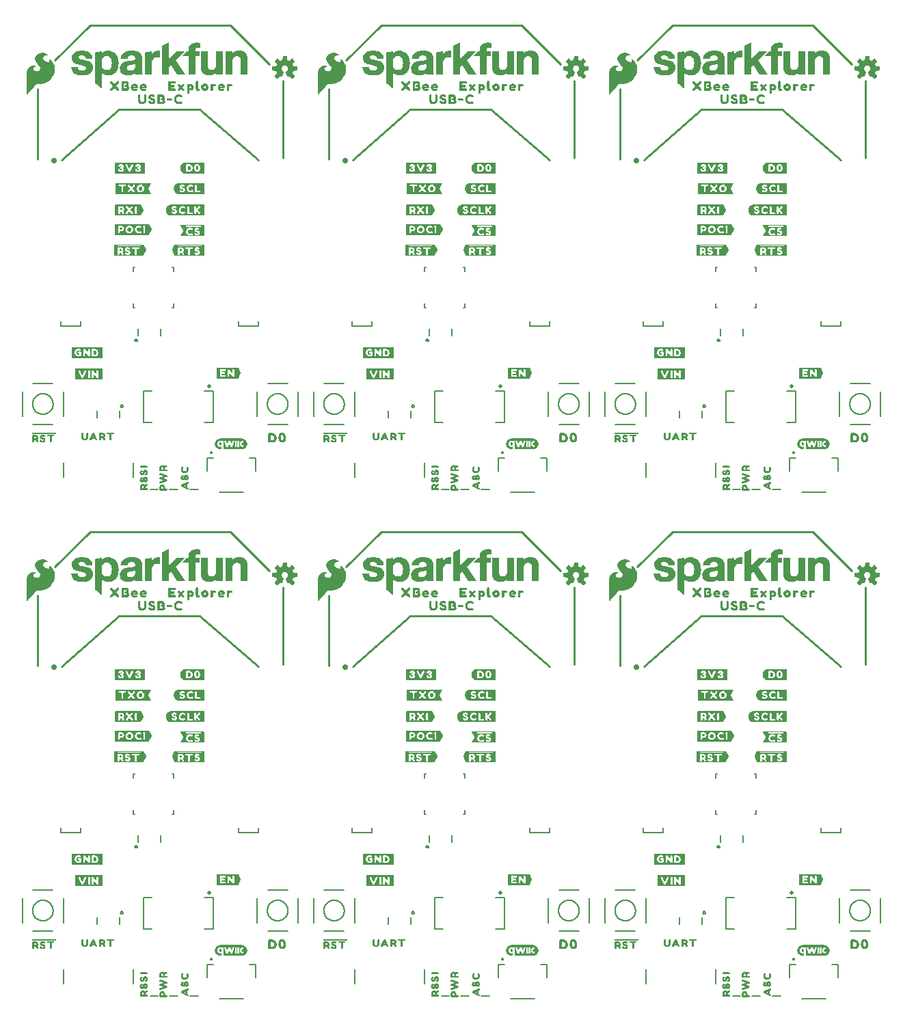
<source format=gto>
G04 EAGLE Gerber RS-274X export*
G75*
%MOMM*%
%FSLAX34Y34*%
%LPD*%
%INSilkscreen Top*%
%IPPOS*%
%AMOC8*
5,1,8,0,0,1.08239X$1,22.5*%
G01*
%ADD10C,0.254000*%
%ADD11C,0.203200*%
%ADD12C,0.718419*%
%ADD13C,0.508000*%

G36*
X735035Y1125010D02*
X735035Y1125010D01*
X735119Y1125013D01*
X735120Y1125013D01*
X735121Y1125013D01*
X735199Y1125056D01*
X735272Y1125095D01*
X735272Y1125096D01*
X735273Y1125096D01*
X735277Y1125102D01*
X735360Y1125210D01*
X735433Y1125355D01*
X735789Y1125711D01*
X735796Y1125722D01*
X735809Y1125733D01*
X736409Y1126433D01*
X736413Y1126440D01*
X736420Y1126447D01*
X737112Y1127336D01*
X738003Y1128326D01*
X738006Y1128331D01*
X738012Y1128337D01*
X739007Y1129530D01*
X740100Y1130723D01*
X741299Y1132021D01*
X742599Y1133421D01*
X742603Y1133428D01*
X742610Y1133434D01*
X743700Y1134722D01*
X744782Y1135804D01*
X745757Y1136682D01*
X746709Y1137348D01*
X747750Y1137821D01*
X748771Y1138100D01*
X752620Y1138100D01*
X752640Y1138105D01*
X752667Y1138103D01*
X755067Y1138403D01*
X755089Y1138411D01*
X755120Y1138413D01*
X757320Y1139013D01*
X757343Y1139025D01*
X757376Y1139033D01*
X759376Y1139933D01*
X759395Y1139947D01*
X759423Y1139959D01*
X761323Y1141159D01*
X761334Y1141169D01*
X761351Y1141178D01*
X763051Y1142478D01*
X763068Y1142499D01*
X763097Y1142520D01*
X764597Y1144120D01*
X764605Y1144134D01*
X764620Y1144147D01*
X766020Y1145947D01*
X766033Y1145974D01*
X766058Y1146006D01*
X767958Y1149706D01*
X767966Y1149737D01*
X767986Y1149778D01*
X768986Y1153378D01*
X768988Y1153412D01*
X769000Y1153458D01*
X769200Y1156958D01*
X769194Y1156990D01*
X769196Y1157037D01*
X768696Y1160337D01*
X768685Y1160366D01*
X768678Y1160408D01*
X767678Y1163208D01*
X767664Y1163229D01*
X767654Y1163261D01*
X766354Y1165661D01*
X766328Y1165690D01*
X766289Y1165749D01*
X764589Y1167449D01*
X764559Y1167467D01*
X764522Y1167502D01*
X762922Y1168502D01*
X762856Y1168525D01*
X762792Y1168553D01*
X762775Y1168553D01*
X762758Y1168558D01*
X762689Y1168549D01*
X762619Y1168547D01*
X762604Y1168538D01*
X762586Y1168536D01*
X762528Y1168497D01*
X762467Y1168464D01*
X762457Y1168449D01*
X762442Y1168439D01*
X762407Y1168379D01*
X762367Y1168322D01*
X762364Y1168303D01*
X762356Y1168289D01*
X762353Y1168250D01*
X762340Y1168180D01*
X762340Y1167580D01*
X762347Y1167550D01*
X762347Y1167505D01*
X762433Y1167074D01*
X762257Y1166014D01*
X762018Y1165616D01*
X761603Y1165201D01*
X761042Y1164960D01*
X760473Y1164960D01*
X759158Y1165336D01*
X758417Y1165707D01*
X757055Y1166680D01*
X756378Y1167259D01*
X755919Y1167718D01*
X755442Y1168482D01*
X755439Y1168485D01*
X755436Y1168491D01*
X755069Y1169042D01*
X754892Y1169664D01*
X754805Y1170180D01*
X754888Y1170677D01*
X755067Y1171124D01*
X755342Y1171674D01*
X755696Y1172116D01*
X756434Y1172762D01*
X756812Y1172951D01*
X757153Y1173121D01*
X757887Y1173305D01*
X758741Y1173400D01*
X759973Y1173400D01*
X760328Y1173311D01*
X760364Y1173311D01*
X760420Y1173300D01*
X760520Y1173300D01*
X760581Y1173314D01*
X760644Y1173320D01*
X760665Y1173334D01*
X760689Y1173339D01*
X760737Y1173379D01*
X760790Y1173413D01*
X760803Y1173434D01*
X760822Y1173449D01*
X760848Y1173507D01*
X760881Y1173560D01*
X760883Y1173585D01*
X760893Y1173608D01*
X760891Y1173670D01*
X760897Y1173733D01*
X760888Y1173756D01*
X760887Y1173781D01*
X760857Y1173836D01*
X760834Y1173895D01*
X760814Y1173914D01*
X760804Y1173933D01*
X760773Y1173954D01*
X760731Y1173996D01*
X760437Y1174193D01*
X759741Y1174689D01*
X759726Y1174695D01*
X759712Y1174708D01*
X758512Y1175408D01*
X758488Y1175416D01*
X758461Y1175433D01*
X756961Y1176033D01*
X756943Y1176036D01*
X756922Y1176046D01*
X755122Y1176546D01*
X755088Y1176548D01*
X755039Y1176560D01*
X753039Y1176660D01*
X753001Y1176653D01*
X752936Y1176651D01*
X750736Y1176151D01*
X750702Y1176134D01*
X750644Y1176117D01*
X748344Y1174917D01*
X748319Y1174896D01*
X748278Y1174874D01*
X746578Y1173474D01*
X746555Y1173443D01*
X746507Y1173395D01*
X745407Y1171795D01*
X745393Y1171760D01*
X745361Y1171707D01*
X744761Y1170007D01*
X744758Y1169972D01*
X744756Y1169961D01*
X744747Y1169942D01*
X744748Y1169920D01*
X744740Y1169880D01*
X744740Y1168180D01*
X744749Y1168142D01*
X744755Y1168073D01*
X745255Y1166373D01*
X745269Y1166348D01*
X745280Y1166310D01*
X746180Y1164510D01*
X746199Y1164487D01*
X746218Y1164449D01*
X747518Y1162749D01*
X747535Y1162735D01*
X747551Y1162711D01*
X749242Y1161021D01*
X750498Y1159571D01*
X751140Y1158196D01*
X751140Y1156937D01*
X750781Y1155772D01*
X749969Y1154870D01*
X748859Y1154129D01*
X747567Y1153760D01*
X746071Y1153760D01*
X745031Y1154044D01*
X744211Y1154317D01*
X743578Y1154859D01*
X743033Y1155405D01*
X742776Y1155918D01*
X742600Y1156533D01*
X742600Y1157118D01*
X742761Y1157601D01*
X743008Y1157930D01*
X743374Y1158296D01*
X743853Y1158679D01*
X744208Y1158946D01*
X744661Y1159127D01*
X744673Y1159135D01*
X744690Y1159140D01*
X744934Y1159262D01*
X745290Y1159440D01*
X745319Y1159464D01*
X745389Y1159511D01*
X745489Y1159611D01*
X745502Y1159633D01*
X745522Y1159649D01*
X745548Y1159706D01*
X745580Y1159758D01*
X745583Y1159784D01*
X745593Y1159808D01*
X745591Y1159869D01*
X745597Y1159931D01*
X745588Y1159955D01*
X745587Y1159981D01*
X745557Y1160035D01*
X745535Y1160093D01*
X745516Y1160110D01*
X745504Y1160133D01*
X745454Y1160168D01*
X745408Y1160210D01*
X745383Y1160218D01*
X745362Y1160233D01*
X745278Y1160249D01*
X745242Y1160260D01*
X745232Y1160258D01*
X745220Y1160260D01*
X745182Y1160260D01*
X744951Y1160337D01*
X744461Y1160533D01*
X744426Y1160538D01*
X744374Y1160556D01*
X743674Y1160656D01*
X743650Y1160654D01*
X743620Y1160660D01*
X741820Y1160660D01*
X741790Y1160653D01*
X741745Y1160653D01*
X740745Y1160453D01*
X740735Y1160448D01*
X740720Y1160447D01*
X739620Y1160147D01*
X739603Y1160138D01*
X739579Y1160133D01*
X738579Y1159733D01*
X738552Y1159714D01*
X738509Y1159696D01*
X737609Y1159096D01*
X737588Y1159074D01*
X737551Y1159049D01*
X736751Y1158249D01*
X736740Y1158231D01*
X736720Y1158213D01*
X736020Y1157313D01*
X736009Y1157289D01*
X735986Y1157262D01*
X735386Y1156162D01*
X735377Y1156129D01*
X735354Y1156084D01*
X734954Y1154684D01*
X734953Y1154659D01*
X734943Y1154627D01*
X734743Y1153027D01*
X734744Y1153015D01*
X734740Y1153000D01*
X734640Y1151100D01*
X734642Y1151091D01*
X734640Y1151080D01*
X734640Y1125380D01*
X734660Y1125295D01*
X734679Y1125213D01*
X734679Y1125212D01*
X734679Y1125211D01*
X734736Y1125143D01*
X734788Y1125079D01*
X734789Y1125078D01*
X734867Y1125043D01*
X734946Y1125007D01*
X734947Y1125007D01*
X734948Y1125007D01*
X735035Y1125010D01*
G37*
G36*
X13675Y1125010D02*
X13675Y1125010D01*
X13759Y1125013D01*
X13760Y1125013D01*
X13761Y1125013D01*
X13839Y1125056D01*
X13912Y1125095D01*
X13912Y1125096D01*
X13913Y1125096D01*
X13917Y1125102D01*
X14000Y1125210D01*
X14073Y1125355D01*
X14429Y1125711D01*
X14436Y1125722D01*
X14449Y1125733D01*
X15049Y1126433D01*
X15053Y1126440D01*
X15060Y1126447D01*
X15752Y1127336D01*
X16643Y1128326D01*
X16646Y1128331D01*
X16652Y1128337D01*
X17647Y1129530D01*
X18740Y1130723D01*
X19939Y1132021D01*
X21239Y1133421D01*
X21243Y1133428D01*
X21250Y1133434D01*
X22340Y1134722D01*
X23422Y1135804D01*
X24397Y1136682D01*
X25349Y1137348D01*
X26390Y1137821D01*
X27411Y1138100D01*
X31260Y1138100D01*
X31280Y1138105D01*
X31307Y1138103D01*
X33707Y1138403D01*
X33729Y1138411D01*
X33760Y1138413D01*
X35960Y1139013D01*
X35983Y1139025D01*
X36016Y1139033D01*
X38016Y1139933D01*
X38035Y1139947D01*
X38063Y1139959D01*
X39963Y1141159D01*
X39974Y1141169D01*
X39991Y1141178D01*
X41691Y1142478D01*
X41708Y1142499D01*
X41737Y1142520D01*
X43237Y1144120D01*
X43245Y1144134D01*
X43260Y1144147D01*
X44660Y1145947D01*
X44673Y1145974D01*
X44698Y1146006D01*
X46598Y1149706D01*
X46606Y1149737D01*
X46626Y1149778D01*
X47626Y1153378D01*
X47628Y1153412D01*
X47640Y1153458D01*
X47840Y1156958D01*
X47834Y1156990D01*
X47836Y1157037D01*
X47336Y1160337D01*
X47325Y1160366D01*
X47318Y1160408D01*
X46318Y1163208D01*
X46304Y1163229D01*
X46294Y1163261D01*
X44994Y1165661D01*
X44968Y1165690D01*
X44929Y1165749D01*
X43229Y1167449D01*
X43199Y1167467D01*
X43162Y1167502D01*
X41562Y1168502D01*
X41496Y1168525D01*
X41432Y1168553D01*
X41415Y1168553D01*
X41398Y1168558D01*
X41329Y1168549D01*
X41259Y1168547D01*
X41244Y1168538D01*
X41226Y1168536D01*
X41168Y1168497D01*
X41107Y1168464D01*
X41097Y1168449D01*
X41082Y1168439D01*
X41047Y1168379D01*
X41007Y1168322D01*
X41004Y1168303D01*
X40996Y1168289D01*
X40993Y1168250D01*
X40980Y1168180D01*
X40980Y1167580D01*
X40987Y1167550D01*
X40987Y1167505D01*
X41073Y1167074D01*
X40897Y1166014D01*
X40658Y1165616D01*
X40243Y1165201D01*
X39682Y1164960D01*
X39113Y1164960D01*
X37798Y1165336D01*
X37057Y1165707D01*
X35695Y1166680D01*
X35018Y1167259D01*
X34559Y1167718D01*
X34082Y1168482D01*
X34079Y1168485D01*
X34076Y1168491D01*
X33709Y1169042D01*
X33532Y1169664D01*
X33445Y1170180D01*
X33528Y1170677D01*
X33707Y1171124D01*
X33982Y1171674D01*
X34336Y1172116D01*
X35074Y1172762D01*
X35452Y1172951D01*
X35793Y1173121D01*
X36527Y1173305D01*
X37381Y1173400D01*
X38613Y1173400D01*
X38968Y1173311D01*
X39004Y1173311D01*
X39060Y1173300D01*
X39160Y1173300D01*
X39221Y1173314D01*
X39284Y1173320D01*
X39305Y1173334D01*
X39329Y1173339D01*
X39377Y1173379D01*
X39430Y1173413D01*
X39443Y1173434D01*
X39462Y1173449D01*
X39488Y1173507D01*
X39521Y1173560D01*
X39523Y1173585D01*
X39533Y1173608D01*
X39531Y1173670D01*
X39537Y1173733D01*
X39528Y1173756D01*
X39527Y1173781D01*
X39497Y1173836D01*
X39474Y1173895D01*
X39454Y1173914D01*
X39444Y1173933D01*
X39413Y1173954D01*
X39371Y1173996D01*
X39077Y1174193D01*
X38381Y1174689D01*
X38366Y1174695D01*
X38352Y1174708D01*
X37152Y1175408D01*
X37128Y1175416D01*
X37101Y1175433D01*
X35601Y1176033D01*
X35583Y1176036D01*
X35562Y1176046D01*
X33762Y1176546D01*
X33728Y1176548D01*
X33679Y1176560D01*
X31679Y1176660D01*
X31641Y1176653D01*
X31576Y1176651D01*
X29376Y1176151D01*
X29342Y1176134D01*
X29284Y1176117D01*
X26984Y1174917D01*
X26959Y1174896D01*
X26918Y1174874D01*
X25218Y1173474D01*
X25195Y1173443D01*
X25147Y1173395D01*
X24047Y1171795D01*
X24033Y1171760D01*
X24001Y1171707D01*
X23401Y1170007D01*
X23398Y1169972D01*
X23396Y1169961D01*
X23387Y1169942D01*
X23388Y1169920D01*
X23380Y1169880D01*
X23380Y1168180D01*
X23389Y1168142D01*
X23395Y1168073D01*
X23895Y1166373D01*
X23909Y1166348D01*
X23920Y1166310D01*
X24820Y1164510D01*
X24839Y1164487D01*
X24858Y1164449D01*
X26158Y1162749D01*
X26175Y1162735D01*
X26191Y1162711D01*
X27882Y1161021D01*
X29138Y1159571D01*
X29780Y1158196D01*
X29780Y1156937D01*
X29421Y1155772D01*
X28609Y1154870D01*
X27499Y1154129D01*
X26207Y1153760D01*
X24711Y1153760D01*
X23671Y1154044D01*
X22851Y1154317D01*
X22218Y1154859D01*
X21673Y1155405D01*
X21416Y1155918D01*
X21240Y1156533D01*
X21240Y1157118D01*
X21401Y1157601D01*
X21648Y1157930D01*
X22014Y1158296D01*
X22493Y1158679D01*
X22848Y1158946D01*
X23301Y1159127D01*
X23313Y1159135D01*
X23330Y1159140D01*
X23574Y1159262D01*
X23930Y1159440D01*
X23959Y1159464D01*
X24029Y1159511D01*
X24129Y1159611D01*
X24142Y1159633D01*
X24162Y1159649D01*
X24188Y1159706D01*
X24220Y1159758D01*
X24223Y1159784D01*
X24233Y1159808D01*
X24231Y1159869D01*
X24237Y1159931D01*
X24228Y1159955D01*
X24227Y1159981D01*
X24197Y1160035D01*
X24175Y1160093D01*
X24156Y1160110D01*
X24144Y1160133D01*
X24094Y1160168D01*
X24048Y1160210D01*
X24023Y1160218D01*
X24002Y1160233D01*
X23918Y1160249D01*
X23882Y1160260D01*
X23872Y1160258D01*
X23860Y1160260D01*
X23822Y1160260D01*
X23591Y1160337D01*
X23101Y1160533D01*
X23066Y1160538D01*
X23014Y1160556D01*
X22314Y1160656D01*
X22290Y1160654D01*
X22260Y1160660D01*
X20460Y1160660D01*
X20430Y1160653D01*
X20385Y1160653D01*
X19385Y1160453D01*
X19375Y1160448D01*
X19360Y1160447D01*
X18260Y1160147D01*
X18243Y1160138D01*
X18219Y1160133D01*
X17219Y1159733D01*
X17192Y1159714D01*
X17149Y1159696D01*
X16249Y1159096D01*
X16228Y1159074D01*
X16191Y1159049D01*
X15391Y1158249D01*
X15380Y1158231D01*
X15360Y1158213D01*
X14660Y1157313D01*
X14649Y1157289D01*
X14626Y1157262D01*
X14026Y1156162D01*
X14017Y1156129D01*
X13994Y1156084D01*
X13594Y1154684D01*
X13593Y1154659D01*
X13583Y1154627D01*
X13383Y1153027D01*
X13384Y1153015D01*
X13380Y1153000D01*
X13280Y1151100D01*
X13282Y1151091D01*
X13280Y1151080D01*
X13280Y1125380D01*
X13300Y1125295D01*
X13319Y1125213D01*
X13319Y1125212D01*
X13319Y1125211D01*
X13376Y1125143D01*
X13428Y1125079D01*
X13429Y1125078D01*
X13507Y1125043D01*
X13586Y1125007D01*
X13587Y1125007D01*
X13588Y1125007D01*
X13675Y1125010D01*
G37*
G36*
X374355Y1125010D02*
X374355Y1125010D01*
X374439Y1125013D01*
X374440Y1125013D01*
X374441Y1125013D01*
X374519Y1125056D01*
X374592Y1125095D01*
X374592Y1125096D01*
X374593Y1125096D01*
X374597Y1125102D01*
X374680Y1125210D01*
X374753Y1125355D01*
X375109Y1125711D01*
X375116Y1125722D01*
X375129Y1125733D01*
X375729Y1126433D01*
X375733Y1126440D01*
X375740Y1126447D01*
X376432Y1127336D01*
X377323Y1128326D01*
X377326Y1128331D01*
X377332Y1128337D01*
X378327Y1129530D01*
X379420Y1130723D01*
X380619Y1132021D01*
X381919Y1133421D01*
X381923Y1133428D01*
X381930Y1133434D01*
X383020Y1134722D01*
X384102Y1135804D01*
X385077Y1136682D01*
X386029Y1137348D01*
X387070Y1137821D01*
X388091Y1138100D01*
X391940Y1138100D01*
X391960Y1138105D01*
X391987Y1138103D01*
X394387Y1138403D01*
X394409Y1138411D01*
X394440Y1138413D01*
X396640Y1139013D01*
X396663Y1139025D01*
X396696Y1139033D01*
X398696Y1139933D01*
X398715Y1139947D01*
X398743Y1139959D01*
X400643Y1141159D01*
X400654Y1141169D01*
X400671Y1141178D01*
X402371Y1142478D01*
X402388Y1142499D01*
X402417Y1142520D01*
X403917Y1144120D01*
X403925Y1144134D01*
X403940Y1144147D01*
X405340Y1145947D01*
X405353Y1145974D01*
X405378Y1146006D01*
X407278Y1149706D01*
X407286Y1149737D01*
X407306Y1149778D01*
X408306Y1153378D01*
X408308Y1153412D01*
X408320Y1153458D01*
X408520Y1156958D01*
X408514Y1156990D01*
X408516Y1157037D01*
X408016Y1160337D01*
X408005Y1160366D01*
X407998Y1160408D01*
X406998Y1163208D01*
X406984Y1163229D01*
X406974Y1163261D01*
X405674Y1165661D01*
X405648Y1165690D01*
X405609Y1165749D01*
X403909Y1167449D01*
X403879Y1167467D01*
X403842Y1167502D01*
X402242Y1168502D01*
X402176Y1168525D01*
X402112Y1168553D01*
X402095Y1168553D01*
X402078Y1168558D01*
X402009Y1168549D01*
X401939Y1168547D01*
X401924Y1168538D01*
X401906Y1168536D01*
X401848Y1168497D01*
X401787Y1168464D01*
X401777Y1168449D01*
X401762Y1168439D01*
X401727Y1168379D01*
X401687Y1168322D01*
X401684Y1168303D01*
X401676Y1168289D01*
X401673Y1168250D01*
X401660Y1168180D01*
X401660Y1167580D01*
X401667Y1167550D01*
X401667Y1167505D01*
X401753Y1167074D01*
X401577Y1166014D01*
X401338Y1165616D01*
X400923Y1165201D01*
X400362Y1164960D01*
X399793Y1164960D01*
X398478Y1165336D01*
X397737Y1165707D01*
X396375Y1166680D01*
X395698Y1167259D01*
X395239Y1167718D01*
X394762Y1168482D01*
X394759Y1168485D01*
X394756Y1168491D01*
X394389Y1169042D01*
X394212Y1169664D01*
X394125Y1170180D01*
X394208Y1170677D01*
X394387Y1171124D01*
X394662Y1171674D01*
X395016Y1172116D01*
X395754Y1172762D01*
X396132Y1172951D01*
X396473Y1173121D01*
X397207Y1173305D01*
X398061Y1173400D01*
X399293Y1173400D01*
X399648Y1173311D01*
X399684Y1173311D01*
X399740Y1173300D01*
X399840Y1173300D01*
X399901Y1173314D01*
X399964Y1173320D01*
X399985Y1173334D01*
X400009Y1173339D01*
X400057Y1173379D01*
X400110Y1173413D01*
X400123Y1173434D01*
X400142Y1173449D01*
X400168Y1173507D01*
X400201Y1173560D01*
X400203Y1173585D01*
X400213Y1173608D01*
X400211Y1173670D01*
X400217Y1173733D01*
X400208Y1173756D01*
X400207Y1173781D01*
X400177Y1173836D01*
X400154Y1173895D01*
X400134Y1173914D01*
X400124Y1173933D01*
X400093Y1173954D01*
X400051Y1173996D01*
X399757Y1174193D01*
X399061Y1174689D01*
X399046Y1174695D01*
X399032Y1174708D01*
X397832Y1175408D01*
X397808Y1175416D01*
X397781Y1175433D01*
X396281Y1176033D01*
X396263Y1176036D01*
X396242Y1176046D01*
X394442Y1176546D01*
X394408Y1176548D01*
X394359Y1176560D01*
X392359Y1176660D01*
X392321Y1176653D01*
X392256Y1176651D01*
X390056Y1176151D01*
X390022Y1176134D01*
X389964Y1176117D01*
X387664Y1174917D01*
X387639Y1174896D01*
X387598Y1174874D01*
X385898Y1173474D01*
X385875Y1173443D01*
X385827Y1173395D01*
X384727Y1171795D01*
X384713Y1171760D01*
X384681Y1171707D01*
X384081Y1170007D01*
X384078Y1169972D01*
X384076Y1169961D01*
X384067Y1169942D01*
X384068Y1169920D01*
X384060Y1169880D01*
X384060Y1168180D01*
X384069Y1168142D01*
X384075Y1168073D01*
X384575Y1166373D01*
X384589Y1166348D01*
X384600Y1166310D01*
X385500Y1164510D01*
X385519Y1164487D01*
X385538Y1164449D01*
X386838Y1162749D01*
X386855Y1162735D01*
X386871Y1162711D01*
X388562Y1161021D01*
X389818Y1159571D01*
X390460Y1158196D01*
X390460Y1156937D01*
X390101Y1155772D01*
X389289Y1154870D01*
X388179Y1154129D01*
X386887Y1153760D01*
X385391Y1153760D01*
X384351Y1154044D01*
X383531Y1154317D01*
X382898Y1154859D01*
X382353Y1155405D01*
X382096Y1155918D01*
X381920Y1156533D01*
X381920Y1157118D01*
X382081Y1157601D01*
X382328Y1157930D01*
X382694Y1158296D01*
X383173Y1158679D01*
X383528Y1158946D01*
X383981Y1159127D01*
X383993Y1159135D01*
X384010Y1159140D01*
X384254Y1159262D01*
X384610Y1159440D01*
X384639Y1159464D01*
X384709Y1159511D01*
X384809Y1159611D01*
X384822Y1159633D01*
X384842Y1159649D01*
X384868Y1159706D01*
X384900Y1159758D01*
X384903Y1159784D01*
X384913Y1159808D01*
X384911Y1159869D01*
X384917Y1159931D01*
X384908Y1159955D01*
X384907Y1159981D01*
X384877Y1160035D01*
X384855Y1160093D01*
X384836Y1160110D01*
X384824Y1160133D01*
X384774Y1160168D01*
X384728Y1160210D01*
X384703Y1160218D01*
X384682Y1160233D01*
X384598Y1160249D01*
X384562Y1160260D01*
X384552Y1160258D01*
X384540Y1160260D01*
X384502Y1160260D01*
X384271Y1160337D01*
X383781Y1160533D01*
X383746Y1160538D01*
X383694Y1160556D01*
X382994Y1160656D01*
X382970Y1160654D01*
X382940Y1160660D01*
X381140Y1160660D01*
X381110Y1160653D01*
X381065Y1160653D01*
X380065Y1160453D01*
X380055Y1160448D01*
X380040Y1160447D01*
X378940Y1160147D01*
X378923Y1160138D01*
X378899Y1160133D01*
X377899Y1159733D01*
X377872Y1159714D01*
X377829Y1159696D01*
X376929Y1159096D01*
X376908Y1159074D01*
X376871Y1159049D01*
X376071Y1158249D01*
X376060Y1158231D01*
X376040Y1158213D01*
X375340Y1157313D01*
X375329Y1157289D01*
X375306Y1157262D01*
X374706Y1156162D01*
X374697Y1156129D01*
X374674Y1156084D01*
X374274Y1154684D01*
X374273Y1154659D01*
X374263Y1154627D01*
X374063Y1153027D01*
X374064Y1153015D01*
X374060Y1153000D01*
X373960Y1151100D01*
X373962Y1151091D01*
X373960Y1151080D01*
X373960Y1125380D01*
X373980Y1125295D01*
X373999Y1125213D01*
X373999Y1125212D01*
X373999Y1125211D01*
X374056Y1125143D01*
X374108Y1125079D01*
X374109Y1125078D01*
X374187Y1125043D01*
X374266Y1125007D01*
X374267Y1125007D01*
X374268Y1125007D01*
X374355Y1125010D01*
G37*
G36*
X13675Y497630D02*
X13675Y497630D01*
X13759Y497633D01*
X13760Y497633D01*
X13761Y497633D01*
X13839Y497676D01*
X13912Y497715D01*
X13912Y497716D01*
X13913Y497716D01*
X13917Y497722D01*
X14000Y497830D01*
X14073Y497975D01*
X14429Y498331D01*
X14436Y498342D01*
X14449Y498353D01*
X15049Y499053D01*
X15053Y499060D01*
X15060Y499067D01*
X15752Y499956D01*
X16643Y500946D01*
X16646Y500951D01*
X16652Y500957D01*
X17647Y502150D01*
X18740Y503343D01*
X19939Y504641D01*
X21239Y506041D01*
X21243Y506048D01*
X21250Y506054D01*
X22340Y507342D01*
X23422Y508424D01*
X24397Y509302D01*
X25349Y509968D01*
X26390Y510441D01*
X27411Y510720D01*
X31260Y510720D01*
X31280Y510725D01*
X31307Y510723D01*
X33707Y511023D01*
X33729Y511031D01*
X33760Y511033D01*
X35960Y511633D01*
X35983Y511645D01*
X36016Y511653D01*
X38016Y512553D01*
X38035Y512567D01*
X38063Y512579D01*
X39963Y513779D01*
X39974Y513789D01*
X39991Y513798D01*
X41691Y515098D01*
X41708Y515119D01*
X41737Y515140D01*
X43237Y516740D01*
X43245Y516754D01*
X43260Y516767D01*
X44660Y518567D01*
X44673Y518594D01*
X44698Y518626D01*
X46598Y522326D01*
X46606Y522357D01*
X46626Y522398D01*
X47626Y525998D01*
X47628Y526032D01*
X47640Y526078D01*
X47840Y529578D01*
X47834Y529610D01*
X47836Y529657D01*
X47336Y532957D01*
X47325Y532986D01*
X47318Y533028D01*
X46318Y535828D01*
X46304Y535849D01*
X46294Y535881D01*
X44994Y538281D01*
X44968Y538310D01*
X44929Y538369D01*
X43229Y540069D01*
X43199Y540087D01*
X43162Y540122D01*
X41562Y541122D01*
X41496Y541145D01*
X41432Y541173D01*
X41415Y541173D01*
X41398Y541178D01*
X41329Y541169D01*
X41259Y541167D01*
X41244Y541158D01*
X41226Y541156D01*
X41168Y541117D01*
X41107Y541084D01*
X41097Y541069D01*
X41082Y541059D01*
X41047Y540999D01*
X41007Y540942D01*
X41004Y540923D01*
X40996Y540909D01*
X40993Y540870D01*
X40980Y540800D01*
X40980Y540200D01*
X40987Y540170D01*
X40987Y540125D01*
X41073Y539694D01*
X40897Y538634D01*
X40658Y538236D01*
X40243Y537821D01*
X39682Y537580D01*
X39113Y537580D01*
X37798Y537956D01*
X37057Y538327D01*
X35695Y539300D01*
X35018Y539879D01*
X34559Y540338D01*
X34082Y541102D01*
X34079Y541105D01*
X34076Y541111D01*
X33709Y541662D01*
X33532Y542284D01*
X33445Y542800D01*
X33528Y543297D01*
X33707Y543744D01*
X33982Y544294D01*
X34336Y544736D01*
X35074Y545382D01*
X35452Y545571D01*
X35793Y545741D01*
X36527Y545925D01*
X37381Y546020D01*
X38613Y546020D01*
X38968Y545931D01*
X39004Y545931D01*
X39060Y545920D01*
X39160Y545920D01*
X39221Y545934D01*
X39284Y545940D01*
X39305Y545954D01*
X39329Y545959D01*
X39377Y545999D01*
X39430Y546033D01*
X39443Y546054D01*
X39462Y546069D01*
X39488Y546127D01*
X39521Y546180D01*
X39523Y546205D01*
X39533Y546228D01*
X39531Y546290D01*
X39537Y546353D01*
X39528Y546376D01*
X39527Y546401D01*
X39497Y546456D01*
X39474Y546515D01*
X39454Y546534D01*
X39444Y546553D01*
X39413Y546574D01*
X39371Y546616D01*
X39077Y546813D01*
X38381Y547309D01*
X38366Y547315D01*
X38352Y547328D01*
X37152Y548028D01*
X37128Y548036D01*
X37101Y548053D01*
X35601Y548653D01*
X35583Y548656D01*
X35562Y548666D01*
X33762Y549166D01*
X33728Y549168D01*
X33679Y549180D01*
X31679Y549280D01*
X31641Y549273D01*
X31576Y549271D01*
X29376Y548771D01*
X29342Y548754D01*
X29284Y548737D01*
X26984Y547537D01*
X26959Y547516D01*
X26918Y547494D01*
X25218Y546094D01*
X25195Y546063D01*
X25147Y546015D01*
X24047Y544415D01*
X24033Y544380D01*
X24001Y544327D01*
X23401Y542627D01*
X23398Y542592D01*
X23396Y542581D01*
X23387Y542562D01*
X23388Y542540D01*
X23380Y542500D01*
X23380Y540800D01*
X23389Y540762D01*
X23395Y540693D01*
X23895Y538993D01*
X23909Y538968D01*
X23920Y538930D01*
X24820Y537130D01*
X24839Y537107D01*
X24858Y537069D01*
X26158Y535369D01*
X26175Y535355D01*
X26191Y535331D01*
X27882Y533641D01*
X29138Y532191D01*
X29780Y530816D01*
X29780Y529557D01*
X29421Y528392D01*
X28609Y527490D01*
X27499Y526749D01*
X26207Y526380D01*
X24711Y526380D01*
X23671Y526664D01*
X22851Y526937D01*
X22218Y527479D01*
X21673Y528025D01*
X21416Y528538D01*
X21240Y529153D01*
X21240Y529738D01*
X21401Y530221D01*
X21648Y530550D01*
X22014Y530916D01*
X22493Y531299D01*
X22848Y531566D01*
X23301Y531747D01*
X23313Y531755D01*
X23330Y531760D01*
X23574Y531882D01*
X23930Y532060D01*
X23959Y532084D01*
X24029Y532131D01*
X24129Y532231D01*
X24142Y532253D01*
X24162Y532269D01*
X24188Y532326D01*
X24220Y532378D01*
X24223Y532404D01*
X24233Y532428D01*
X24231Y532489D01*
X24237Y532551D01*
X24228Y532575D01*
X24227Y532601D01*
X24197Y532655D01*
X24175Y532713D01*
X24156Y532730D01*
X24144Y532753D01*
X24094Y532788D01*
X24048Y532830D01*
X24023Y532838D01*
X24002Y532853D01*
X23918Y532869D01*
X23882Y532880D01*
X23872Y532878D01*
X23860Y532880D01*
X23822Y532880D01*
X23591Y532957D01*
X23101Y533153D01*
X23066Y533158D01*
X23014Y533176D01*
X22314Y533276D01*
X22290Y533274D01*
X22260Y533280D01*
X20460Y533280D01*
X20430Y533273D01*
X20385Y533273D01*
X19385Y533073D01*
X19375Y533068D01*
X19360Y533067D01*
X18260Y532767D01*
X18243Y532758D01*
X18219Y532753D01*
X17219Y532353D01*
X17192Y532334D01*
X17149Y532316D01*
X16249Y531716D01*
X16228Y531694D01*
X16191Y531669D01*
X15391Y530869D01*
X15380Y530851D01*
X15360Y530833D01*
X14660Y529933D01*
X14649Y529909D01*
X14626Y529882D01*
X14026Y528782D01*
X14017Y528749D01*
X13994Y528704D01*
X13594Y527304D01*
X13593Y527279D01*
X13583Y527247D01*
X13383Y525647D01*
X13384Y525635D01*
X13380Y525620D01*
X13280Y523720D01*
X13282Y523711D01*
X13280Y523700D01*
X13280Y498000D01*
X13300Y497915D01*
X13319Y497833D01*
X13319Y497832D01*
X13319Y497831D01*
X13376Y497763D01*
X13428Y497699D01*
X13429Y497698D01*
X13507Y497663D01*
X13586Y497627D01*
X13587Y497627D01*
X13588Y497627D01*
X13675Y497630D01*
G37*
G36*
X374355Y497630D02*
X374355Y497630D01*
X374439Y497633D01*
X374440Y497633D01*
X374441Y497633D01*
X374519Y497676D01*
X374592Y497715D01*
X374592Y497716D01*
X374593Y497716D01*
X374597Y497722D01*
X374680Y497830D01*
X374753Y497975D01*
X375109Y498331D01*
X375116Y498342D01*
X375129Y498353D01*
X375729Y499053D01*
X375733Y499060D01*
X375740Y499067D01*
X376432Y499956D01*
X377323Y500946D01*
X377326Y500951D01*
X377332Y500957D01*
X378327Y502150D01*
X379420Y503343D01*
X380619Y504641D01*
X381919Y506041D01*
X381923Y506048D01*
X381930Y506054D01*
X383020Y507342D01*
X384102Y508424D01*
X385077Y509302D01*
X386029Y509968D01*
X387070Y510441D01*
X388091Y510720D01*
X391940Y510720D01*
X391960Y510725D01*
X391987Y510723D01*
X394387Y511023D01*
X394409Y511031D01*
X394440Y511033D01*
X396640Y511633D01*
X396663Y511645D01*
X396696Y511653D01*
X398696Y512553D01*
X398715Y512567D01*
X398743Y512579D01*
X400643Y513779D01*
X400654Y513789D01*
X400671Y513798D01*
X402371Y515098D01*
X402388Y515119D01*
X402417Y515140D01*
X403917Y516740D01*
X403925Y516754D01*
X403940Y516767D01*
X405340Y518567D01*
X405353Y518594D01*
X405378Y518626D01*
X407278Y522326D01*
X407286Y522357D01*
X407306Y522398D01*
X408306Y525998D01*
X408308Y526032D01*
X408320Y526078D01*
X408520Y529578D01*
X408514Y529610D01*
X408516Y529657D01*
X408016Y532957D01*
X408005Y532986D01*
X407998Y533028D01*
X406998Y535828D01*
X406984Y535849D01*
X406974Y535881D01*
X405674Y538281D01*
X405648Y538310D01*
X405609Y538369D01*
X403909Y540069D01*
X403879Y540087D01*
X403842Y540122D01*
X402242Y541122D01*
X402176Y541145D01*
X402112Y541173D01*
X402095Y541173D01*
X402078Y541178D01*
X402009Y541169D01*
X401939Y541167D01*
X401924Y541158D01*
X401906Y541156D01*
X401848Y541117D01*
X401787Y541084D01*
X401777Y541069D01*
X401762Y541059D01*
X401727Y540999D01*
X401687Y540942D01*
X401684Y540923D01*
X401676Y540909D01*
X401673Y540870D01*
X401660Y540800D01*
X401660Y540200D01*
X401667Y540170D01*
X401667Y540125D01*
X401753Y539694D01*
X401577Y538634D01*
X401338Y538236D01*
X400923Y537821D01*
X400362Y537580D01*
X399793Y537580D01*
X398478Y537956D01*
X397737Y538327D01*
X396375Y539300D01*
X395698Y539879D01*
X395239Y540338D01*
X394762Y541102D01*
X394759Y541105D01*
X394756Y541111D01*
X394389Y541662D01*
X394212Y542284D01*
X394125Y542800D01*
X394208Y543297D01*
X394387Y543744D01*
X394662Y544294D01*
X395016Y544736D01*
X395754Y545382D01*
X396132Y545571D01*
X396473Y545741D01*
X397207Y545925D01*
X398061Y546020D01*
X399293Y546020D01*
X399648Y545931D01*
X399684Y545931D01*
X399740Y545920D01*
X399840Y545920D01*
X399901Y545934D01*
X399964Y545940D01*
X399985Y545954D01*
X400009Y545959D01*
X400057Y545999D01*
X400110Y546033D01*
X400123Y546054D01*
X400142Y546069D01*
X400168Y546127D01*
X400201Y546180D01*
X400203Y546205D01*
X400213Y546228D01*
X400211Y546290D01*
X400217Y546353D01*
X400208Y546376D01*
X400207Y546401D01*
X400177Y546456D01*
X400154Y546515D01*
X400134Y546534D01*
X400124Y546553D01*
X400093Y546574D01*
X400051Y546616D01*
X399757Y546813D01*
X399061Y547309D01*
X399046Y547315D01*
X399032Y547328D01*
X397832Y548028D01*
X397808Y548036D01*
X397781Y548053D01*
X396281Y548653D01*
X396263Y548656D01*
X396242Y548666D01*
X394442Y549166D01*
X394408Y549168D01*
X394359Y549180D01*
X392359Y549280D01*
X392321Y549273D01*
X392256Y549271D01*
X390056Y548771D01*
X390022Y548754D01*
X389964Y548737D01*
X387664Y547537D01*
X387639Y547516D01*
X387598Y547494D01*
X385898Y546094D01*
X385875Y546063D01*
X385827Y546015D01*
X384727Y544415D01*
X384713Y544380D01*
X384681Y544327D01*
X384081Y542627D01*
X384078Y542592D01*
X384076Y542581D01*
X384067Y542562D01*
X384068Y542540D01*
X384060Y542500D01*
X384060Y540800D01*
X384069Y540762D01*
X384075Y540693D01*
X384575Y538993D01*
X384589Y538968D01*
X384600Y538930D01*
X385500Y537130D01*
X385519Y537107D01*
X385538Y537069D01*
X386838Y535369D01*
X386855Y535355D01*
X386871Y535331D01*
X388562Y533641D01*
X389818Y532191D01*
X390460Y530816D01*
X390460Y529557D01*
X390101Y528392D01*
X389289Y527490D01*
X388179Y526749D01*
X386887Y526380D01*
X385391Y526380D01*
X384351Y526664D01*
X383531Y526937D01*
X382898Y527479D01*
X382353Y528025D01*
X382096Y528538D01*
X381920Y529153D01*
X381920Y529738D01*
X382081Y530221D01*
X382328Y530550D01*
X382694Y530916D01*
X383173Y531299D01*
X383528Y531566D01*
X383981Y531747D01*
X383993Y531755D01*
X384010Y531760D01*
X384254Y531882D01*
X384610Y532060D01*
X384639Y532084D01*
X384709Y532131D01*
X384809Y532231D01*
X384822Y532253D01*
X384842Y532269D01*
X384868Y532326D01*
X384900Y532378D01*
X384903Y532404D01*
X384913Y532428D01*
X384911Y532489D01*
X384917Y532551D01*
X384908Y532575D01*
X384907Y532601D01*
X384877Y532655D01*
X384855Y532713D01*
X384836Y532730D01*
X384824Y532753D01*
X384774Y532788D01*
X384728Y532830D01*
X384703Y532838D01*
X384682Y532853D01*
X384598Y532869D01*
X384562Y532880D01*
X384552Y532878D01*
X384540Y532880D01*
X384502Y532880D01*
X384271Y532957D01*
X383781Y533153D01*
X383746Y533158D01*
X383694Y533176D01*
X382994Y533276D01*
X382970Y533274D01*
X382940Y533280D01*
X381140Y533280D01*
X381110Y533273D01*
X381065Y533273D01*
X380065Y533073D01*
X380055Y533068D01*
X380040Y533067D01*
X378940Y532767D01*
X378923Y532758D01*
X378899Y532753D01*
X377899Y532353D01*
X377872Y532334D01*
X377829Y532316D01*
X376929Y531716D01*
X376908Y531694D01*
X376871Y531669D01*
X376071Y530869D01*
X376060Y530851D01*
X376040Y530833D01*
X375340Y529933D01*
X375329Y529909D01*
X375306Y529882D01*
X374706Y528782D01*
X374697Y528749D01*
X374674Y528704D01*
X374274Y527304D01*
X374273Y527279D01*
X374263Y527247D01*
X374063Y525647D01*
X374064Y525635D01*
X374060Y525620D01*
X373960Y523720D01*
X373962Y523711D01*
X373960Y523700D01*
X373960Y498000D01*
X373980Y497915D01*
X373999Y497833D01*
X373999Y497832D01*
X373999Y497831D01*
X374056Y497763D01*
X374108Y497699D01*
X374109Y497698D01*
X374187Y497663D01*
X374266Y497627D01*
X374267Y497627D01*
X374268Y497627D01*
X374355Y497630D01*
G37*
G36*
X735035Y497630D02*
X735035Y497630D01*
X735119Y497633D01*
X735120Y497633D01*
X735121Y497633D01*
X735199Y497676D01*
X735272Y497715D01*
X735272Y497716D01*
X735273Y497716D01*
X735277Y497722D01*
X735360Y497830D01*
X735433Y497975D01*
X735789Y498331D01*
X735796Y498342D01*
X735809Y498353D01*
X736409Y499053D01*
X736413Y499060D01*
X736420Y499067D01*
X737112Y499956D01*
X738003Y500946D01*
X738006Y500951D01*
X738012Y500957D01*
X739007Y502150D01*
X740100Y503343D01*
X741299Y504641D01*
X742599Y506041D01*
X742603Y506048D01*
X742610Y506054D01*
X743700Y507342D01*
X744782Y508424D01*
X745757Y509302D01*
X746709Y509968D01*
X747750Y510441D01*
X748771Y510720D01*
X752620Y510720D01*
X752640Y510725D01*
X752667Y510723D01*
X755067Y511023D01*
X755089Y511031D01*
X755120Y511033D01*
X757320Y511633D01*
X757343Y511645D01*
X757376Y511653D01*
X759376Y512553D01*
X759395Y512567D01*
X759423Y512579D01*
X761323Y513779D01*
X761334Y513789D01*
X761351Y513798D01*
X763051Y515098D01*
X763068Y515119D01*
X763097Y515140D01*
X764597Y516740D01*
X764605Y516754D01*
X764620Y516767D01*
X766020Y518567D01*
X766033Y518594D01*
X766058Y518626D01*
X767958Y522326D01*
X767966Y522357D01*
X767986Y522398D01*
X768986Y525998D01*
X768988Y526032D01*
X769000Y526078D01*
X769200Y529578D01*
X769194Y529610D01*
X769196Y529657D01*
X768696Y532957D01*
X768685Y532986D01*
X768678Y533028D01*
X767678Y535828D01*
X767664Y535849D01*
X767654Y535881D01*
X766354Y538281D01*
X766328Y538310D01*
X766289Y538369D01*
X764589Y540069D01*
X764559Y540087D01*
X764522Y540122D01*
X762922Y541122D01*
X762856Y541145D01*
X762792Y541173D01*
X762775Y541173D01*
X762758Y541178D01*
X762689Y541169D01*
X762619Y541167D01*
X762604Y541158D01*
X762586Y541156D01*
X762528Y541117D01*
X762467Y541084D01*
X762457Y541069D01*
X762442Y541059D01*
X762407Y540999D01*
X762367Y540942D01*
X762364Y540923D01*
X762356Y540909D01*
X762353Y540870D01*
X762340Y540800D01*
X762340Y540200D01*
X762347Y540170D01*
X762347Y540125D01*
X762433Y539694D01*
X762257Y538634D01*
X762018Y538236D01*
X761603Y537821D01*
X761042Y537580D01*
X760473Y537580D01*
X759158Y537956D01*
X758417Y538327D01*
X757055Y539300D01*
X756378Y539879D01*
X755919Y540338D01*
X755442Y541102D01*
X755439Y541105D01*
X755436Y541111D01*
X755069Y541662D01*
X754892Y542284D01*
X754805Y542800D01*
X754888Y543297D01*
X755067Y543744D01*
X755342Y544294D01*
X755696Y544736D01*
X756434Y545382D01*
X756812Y545571D01*
X757153Y545741D01*
X757887Y545925D01*
X758741Y546020D01*
X759973Y546020D01*
X760328Y545931D01*
X760364Y545931D01*
X760420Y545920D01*
X760520Y545920D01*
X760581Y545934D01*
X760644Y545940D01*
X760665Y545954D01*
X760689Y545959D01*
X760737Y545999D01*
X760790Y546033D01*
X760803Y546054D01*
X760822Y546069D01*
X760848Y546127D01*
X760881Y546180D01*
X760883Y546205D01*
X760893Y546228D01*
X760891Y546290D01*
X760897Y546353D01*
X760888Y546376D01*
X760887Y546401D01*
X760857Y546456D01*
X760834Y546515D01*
X760814Y546534D01*
X760804Y546553D01*
X760773Y546574D01*
X760731Y546616D01*
X760437Y546813D01*
X759741Y547309D01*
X759726Y547315D01*
X759712Y547328D01*
X758512Y548028D01*
X758488Y548036D01*
X758461Y548053D01*
X756961Y548653D01*
X756943Y548656D01*
X756922Y548666D01*
X755122Y549166D01*
X755088Y549168D01*
X755039Y549180D01*
X753039Y549280D01*
X753001Y549273D01*
X752936Y549271D01*
X750736Y548771D01*
X750702Y548754D01*
X750644Y548737D01*
X748344Y547537D01*
X748319Y547516D01*
X748278Y547494D01*
X746578Y546094D01*
X746555Y546063D01*
X746507Y546015D01*
X745407Y544415D01*
X745393Y544380D01*
X745361Y544327D01*
X744761Y542627D01*
X744758Y542592D01*
X744756Y542581D01*
X744747Y542562D01*
X744748Y542540D01*
X744740Y542500D01*
X744740Y540800D01*
X744749Y540762D01*
X744755Y540693D01*
X745255Y538993D01*
X745269Y538968D01*
X745280Y538930D01*
X746180Y537130D01*
X746199Y537107D01*
X746218Y537069D01*
X747518Y535369D01*
X747535Y535355D01*
X747551Y535331D01*
X749242Y533641D01*
X750498Y532191D01*
X751140Y530816D01*
X751140Y529557D01*
X750781Y528392D01*
X749969Y527490D01*
X748859Y526749D01*
X747567Y526380D01*
X746071Y526380D01*
X745031Y526664D01*
X744211Y526937D01*
X743578Y527479D01*
X743033Y528025D01*
X742776Y528538D01*
X742600Y529153D01*
X742600Y529738D01*
X742761Y530221D01*
X743008Y530550D01*
X743374Y530916D01*
X743853Y531299D01*
X744208Y531566D01*
X744661Y531747D01*
X744673Y531755D01*
X744690Y531760D01*
X744934Y531882D01*
X745290Y532060D01*
X745319Y532084D01*
X745389Y532131D01*
X745489Y532231D01*
X745502Y532253D01*
X745522Y532269D01*
X745548Y532326D01*
X745580Y532378D01*
X745583Y532404D01*
X745593Y532428D01*
X745591Y532489D01*
X745597Y532551D01*
X745588Y532575D01*
X745587Y532601D01*
X745557Y532655D01*
X745535Y532713D01*
X745516Y532730D01*
X745504Y532753D01*
X745454Y532788D01*
X745408Y532830D01*
X745383Y532838D01*
X745362Y532853D01*
X745278Y532869D01*
X745242Y532880D01*
X745232Y532878D01*
X745220Y532880D01*
X745182Y532880D01*
X744951Y532957D01*
X744461Y533153D01*
X744426Y533158D01*
X744374Y533176D01*
X743674Y533276D01*
X743650Y533274D01*
X743620Y533280D01*
X741820Y533280D01*
X741790Y533273D01*
X741745Y533273D01*
X740745Y533073D01*
X740735Y533068D01*
X740720Y533067D01*
X739620Y532767D01*
X739603Y532758D01*
X739579Y532753D01*
X738579Y532353D01*
X738552Y532334D01*
X738509Y532316D01*
X737609Y531716D01*
X737588Y531694D01*
X737551Y531669D01*
X736751Y530869D01*
X736740Y530851D01*
X736720Y530833D01*
X736020Y529933D01*
X736009Y529909D01*
X735986Y529882D01*
X735386Y528782D01*
X735377Y528749D01*
X735354Y528704D01*
X734954Y527304D01*
X734953Y527279D01*
X734943Y527247D01*
X734743Y525647D01*
X734744Y525635D01*
X734740Y525620D01*
X734640Y523720D01*
X734642Y523711D01*
X734640Y523700D01*
X734640Y498000D01*
X734660Y497915D01*
X734679Y497833D01*
X734679Y497832D01*
X734679Y497831D01*
X734736Y497763D01*
X734788Y497699D01*
X734789Y497698D01*
X734867Y497663D01*
X734946Y497627D01*
X734947Y497627D01*
X734948Y497627D01*
X735035Y497630D01*
G37*
G36*
X105755Y505092D02*
X105755Y505092D01*
X105781Y505093D01*
X105835Y505123D01*
X105893Y505145D01*
X105910Y505164D01*
X105933Y505176D01*
X105968Y505227D01*
X106010Y505272D01*
X106018Y505297D01*
X106033Y505318D01*
X106049Y505402D01*
X106060Y505438D01*
X106058Y505448D01*
X106060Y505460D01*
X106060Y524901D01*
X106283Y524622D01*
X106290Y524617D01*
X106296Y524607D01*
X107096Y523707D01*
X107125Y523687D01*
X107162Y523649D01*
X108162Y522949D01*
X108173Y522944D01*
X108184Y522934D01*
X109184Y522334D01*
X109207Y522327D01*
X109234Y522309D01*
X110434Y521809D01*
X110455Y521805D01*
X110480Y521793D01*
X111580Y521493D01*
X111599Y521492D01*
X111622Y521484D01*
X112922Y521284D01*
X112935Y521285D01*
X112951Y521281D01*
X114251Y521181D01*
X114280Y521185D01*
X114319Y521182D01*
X117219Y521482D01*
X117253Y521494D01*
X117309Y521502D01*
X119809Y522402D01*
X119839Y522422D01*
X119891Y522444D01*
X121991Y523844D01*
X122015Y523869D01*
X122056Y523899D01*
X123856Y525799D01*
X123873Y525828D01*
X123907Y525867D01*
X125207Y528067D01*
X125214Y528089D01*
X125231Y528114D01*
X126231Y530514D01*
X126236Y530542D01*
X126251Y530578D01*
X126851Y533278D01*
X126851Y533302D01*
X126859Y533333D01*
X127059Y536133D01*
X127056Y536156D01*
X127059Y536185D01*
X126859Y539185D01*
X126852Y539208D01*
X126852Y539240D01*
X126252Y542040D01*
X126246Y542053D01*
X126245Y542065D01*
X126237Y542079D01*
X126233Y542101D01*
X125233Y544601D01*
X125220Y544620D01*
X125211Y544647D01*
X123911Y546947D01*
X123886Y546974D01*
X123856Y547022D01*
X122056Y548922D01*
X122028Y548940D01*
X121994Y548974D01*
X119794Y550474D01*
X119758Y550488D01*
X119700Y550521D01*
X117000Y551421D01*
X116966Y551424D01*
X116917Y551438D01*
X113817Y551738D01*
X113789Y551735D01*
X113751Y551739D01*
X112451Y551639D01*
X112436Y551635D01*
X112418Y551635D01*
X111218Y551435D01*
X111205Y551430D01*
X111188Y551429D01*
X109988Y551129D01*
X109972Y551121D01*
X109950Y551117D01*
X108850Y550717D01*
X108818Y550697D01*
X108762Y550672D01*
X106762Y549272D01*
X106738Y549245D01*
X106696Y549213D01*
X105896Y548313D01*
X105888Y548298D01*
X105872Y548284D01*
X105760Y548129D01*
X105760Y550560D01*
X105744Y550628D01*
X105735Y550697D01*
X105725Y550711D01*
X105721Y550729D01*
X105676Y550782D01*
X105637Y550840D01*
X105622Y550849D01*
X105611Y550862D01*
X105547Y550891D01*
X105486Y550925D01*
X105467Y550927D01*
X105452Y550933D01*
X105413Y550932D01*
X105342Y550938D01*
X104342Y550838D01*
X104323Y550832D01*
X104298Y550831D01*
X102518Y550436D01*
X101638Y550338D01*
X101624Y550333D01*
X101605Y550333D01*
X100622Y550136D01*
X99738Y550038D01*
X99721Y550032D01*
X99698Y550031D01*
X97898Y549631D01*
X97889Y549627D01*
X97879Y549627D01*
X97811Y549590D01*
X97741Y549556D01*
X97735Y549549D01*
X97727Y549544D01*
X97683Y549481D01*
X97635Y549419D01*
X97633Y549410D01*
X97627Y549402D01*
X97600Y549260D01*
X97600Y512360D01*
X97617Y512286D01*
X97630Y512211D01*
X97637Y512201D01*
X97639Y512191D01*
X97663Y512162D01*
X97711Y512091D01*
X98611Y511191D01*
X98627Y511181D01*
X98642Y511163D01*
X99634Y510370D01*
X100626Y509477D01*
X100634Y509473D01*
X100642Y509463D01*
X101626Y508676D01*
X102511Y507791D01*
X102519Y507786D01*
X102526Y507777D01*
X103526Y506877D01*
X103534Y506873D01*
X103542Y506863D01*
X104526Y506076D01*
X105411Y505191D01*
X105433Y505178D01*
X105449Y505158D01*
X105506Y505132D01*
X105558Y505100D01*
X105584Y505097D01*
X105608Y505087D01*
X105669Y505089D01*
X105731Y505083D01*
X105755Y505092D01*
G37*
G36*
X827115Y505092D02*
X827115Y505092D01*
X827141Y505093D01*
X827195Y505123D01*
X827253Y505145D01*
X827270Y505164D01*
X827293Y505176D01*
X827328Y505227D01*
X827370Y505272D01*
X827378Y505297D01*
X827393Y505318D01*
X827409Y505402D01*
X827420Y505438D01*
X827418Y505448D01*
X827420Y505460D01*
X827420Y524901D01*
X827643Y524622D01*
X827650Y524617D01*
X827656Y524607D01*
X828456Y523707D01*
X828485Y523687D01*
X828522Y523649D01*
X829522Y522949D01*
X829533Y522944D01*
X829544Y522934D01*
X830544Y522334D01*
X830567Y522327D01*
X830594Y522309D01*
X831794Y521809D01*
X831815Y521805D01*
X831840Y521793D01*
X832940Y521493D01*
X832959Y521492D01*
X832982Y521484D01*
X834282Y521284D01*
X834295Y521285D01*
X834311Y521281D01*
X835611Y521181D01*
X835640Y521185D01*
X835679Y521182D01*
X838579Y521482D01*
X838613Y521494D01*
X838669Y521502D01*
X841169Y522402D01*
X841199Y522422D01*
X841251Y522444D01*
X843351Y523844D01*
X843375Y523869D01*
X843416Y523899D01*
X845216Y525799D01*
X845233Y525828D01*
X845267Y525867D01*
X846567Y528067D01*
X846574Y528089D01*
X846591Y528114D01*
X847591Y530514D01*
X847596Y530542D01*
X847611Y530578D01*
X848211Y533278D01*
X848211Y533302D01*
X848219Y533333D01*
X848419Y536133D01*
X848416Y536156D01*
X848419Y536185D01*
X848219Y539185D01*
X848212Y539208D01*
X848212Y539240D01*
X847612Y542040D01*
X847606Y542053D01*
X847605Y542065D01*
X847597Y542079D01*
X847593Y542101D01*
X846593Y544601D01*
X846580Y544620D01*
X846571Y544647D01*
X845271Y546947D01*
X845246Y546974D01*
X845216Y547022D01*
X843416Y548922D01*
X843388Y548940D01*
X843354Y548974D01*
X841154Y550474D01*
X841118Y550488D01*
X841060Y550521D01*
X838360Y551421D01*
X838326Y551424D01*
X838277Y551438D01*
X835177Y551738D01*
X835149Y551735D01*
X835111Y551739D01*
X833811Y551639D01*
X833796Y551635D01*
X833778Y551635D01*
X832578Y551435D01*
X832565Y551430D01*
X832548Y551429D01*
X831348Y551129D01*
X831332Y551121D01*
X831310Y551117D01*
X830210Y550717D01*
X830178Y550697D01*
X830122Y550672D01*
X828122Y549272D01*
X828098Y549245D01*
X828056Y549213D01*
X827256Y548313D01*
X827248Y548298D01*
X827232Y548284D01*
X827120Y548129D01*
X827120Y550560D01*
X827104Y550628D01*
X827095Y550697D01*
X827085Y550711D01*
X827081Y550729D01*
X827036Y550782D01*
X826997Y550840D01*
X826982Y550849D01*
X826971Y550862D01*
X826907Y550891D01*
X826846Y550925D01*
X826827Y550927D01*
X826812Y550933D01*
X826773Y550932D01*
X826702Y550938D01*
X825702Y550838D01*
X825683Y550832D01*
X825658Y550831D01*
X823878Y550436D01*
X822998Y550338D01*
X822984Y550333D01*
X822965Y550333D01*
X821982Y550136D01*
X821098Y550038D01*
X821081Y550032D01*
X821058Y550031D01*
X819258Y549631D01*
X819249Y549627D01*
X819239Y549627D01*
X819171Y549590D01*
X819101Y549556D01*
X819095Y549549D01*
X819087Y549544D01*
X819043Y549481D01*
X818995Y549419D01*
X818993Y549410D01*
X818987Y549402D01*
X818960Y549260D01*
X818960Y512360D01*
X818977Y512286D01*
X818990Y512211D01*
X818997Y512201D01*
X818999Y512191D01*
X819023Y512162D01*
X819071Y512091D01*
X819971Y511191D01*
X819987Y511181D01*
X820002Y511163D01*
X820994Y510370D01*
X821986Y509477D01*
X821994Y509473D01*
X822002Y509463D01*
X822986Y508676D01*
X823871Y507791D01*
X823879Y507786D01*
X823886Y507777D01*
X824886Y506877D01*
X824894Y506873D01*
X824902Y506863D01*
X825886Y506076D01*
X826771Y505191D01*
X826793Y505178D01*
X826809Y505158D01*
X826866Y505132D01*
X826918Y505100D01*
X826944Y505097D01*
X826968Y505087D01*
X827029Y505089D01*
X827091Y505083D01*
X827115Y505092D01*
G37*
G36*
X466435Y505092D02*
X466435Y505092D01*
X466461Y505093D01*
X466515Y505123D01*
X466573Y505145D01*
X466590Y505164D01*
X466613Y505176D01*
X466648Y505227D01*
X466690Y505272D01*
X466698Y505297D01*
X466713Y505318D01*
X466729Y505402D01*
X466740Y505438D01*
X466738Y505448D01*
X466740Y505460D01*
X466740Y524901D01*
X466963Y524622D01*
X466970Y524617D01*
X466976Y524607D01*
X467776Y523707D01*
X467805Y523687D01*
X467842Y523649D01*
X468842Y522949D01*
X468853Y522944D01*
X468864Y522934D01*
X469864Y522334D01*
X469887Y522327D01*
X469914Y522309D01*
X471114Y521809D01*
X471135Y521805D01*
X471160Y521793D01*
X472260Y521493D01*
X472279Y521492D01*
X472302Y521484D01*
X473602Y521284D01*
X473615Y521285D01*
X473631Y521281D01*
X474931Y521181D01*
X474960Y521185D01*
X474999Y521182D01*
X477899Y521482D01*
X477933Y521494D01*
X477989Y521502D01*
X480489Y522402D01*
X480519Y522422D01*
X480571Y522444D01*
X482671Y523844D01*
X482695Y523869D01*
X482736Y523899D01*
X484536Y525799D01*
X484553Y525828D01*
X484587Y525867D01*
X485887Y528067D01*
X485894Y528089D01*
X485911Y528114D01*
X486911Y530514D01*
X486916Y530542D01*
X486931Y530578D01*
X487531Y533278D01*
X487531Y533302D01*
X487539Y533333D01*
X487739Y536133D01*
X487736Y536156D01*
X487739Y536185D01*
X487539Y539185D01*
X487532Y539208D01*
X487532Y539240D01*
X486932Y542040D01*
X486926Y542053D01*
X486925Y542065D01*
X486917Y542079D01*
X486913Y542101D01*
X485913Y544601D01*
X485900Y544620D01*
X485891Y544647D01*
X484591Y546947D01*
X484566Y546974D01*
X484536Y547022D01*
X482736Y548922D01*
X482708Y548940D01*
X482674Y548974D01*
X480474Y550474D01*
X480438Y550488D01*
X480380Y550521D01*
X477680Y551421D01*
X477646Y551424D01*
X477597Y551438D01*
X474497Y551738D01*
X474469Y551735D01*
X474431Y551739D01*
X473131Y551639D01*
X473116Y551635D01*
X473098Y551635D01*
X471898Y551435D01*
X471885Y551430D01*
X471868Y551429D01*
X470668Y551129D01*
X470652Y551121D01*
X470630Y551117D01*
X469530Y550717D01*
X469498Y550697D01*
X469442Y550672D01*
X467442Y549272D01*
X467418Y549245D01*
X467376Y549213D01*
X466576Y548313D01*
X466568Y548298D01*
X466552Y548284D01*
X466440Y548129D01*
X466440Y550560D01*
X466424Y550628D01*
X466415Y550697D01*
X466405Y550711D01*
X466401Y550729D01*
X466356Y550782D01*
X466317Y550840D01*
X466302Y550849D01*
X466291Y550862D01*
X466227Y550891D01*
X466166Y550925D01*
X466147Y550927D01*
X466132Y550933D01*
X466093Y550932D01*
X466022Y550938D01*
X465022Y550838D01*
X465003Y550832D01*
X464978Y550831D01*
X463198Y550436D01*
X462318Y550338D01*
X462304Y550333D01*
X462285Y550333D01*
X461302Y550136D01*
X460418Y550038D01*
X460401Y550032D01*
X460378Y550031D01*
X458578Y549631D01*
X458569Y549627D01*
X458559Y549627D01*
X458491Y549590D01*
X458421Y549556D01*
X458415Y549549D01*
X458407Y549544D01*
X458363Y549481D01*
X458315Y549419D01*
X458313Y549410D01*
X458307Y549402D01*
X458280Y549260D01*
X458280Y512360D01*
X458297Y512286D01*
X458310Y512211D01*
X458317Y512201D01*
X458319Y512191D01*
X458343Y512162D01*
X458391Y512091D01*
X459291Y511191D01*
X459307Y511181D01*
X459322Y511163D01*
X460314Y510370D01*
X461306Y509477D01*
X461314Y509473D01*
X461322Y509463D01*
X462306Y508676D01*
X463191Y507791D01*
X463199Y507786D01*
X463206Y507777D01*
X464206Y506877D01*
X464214Y506873D01*
X464222Y506863D01*
X465206Y506076D01*
X466091Y505191D01*
X466113Y505178D01*
X466129Y505158D01*
X466186Y505132D01*
X466238Y505100D01*
X466264Y505097D01*
X466288Y505087D01*
X466349Y505089D01*
X466411Y505083D01*
X466435Y505092D01*
G37*
G36*
X466435Y1132472D02*
X466435Y1132472D01*
X466461Y1132473D01*
X466515Y1132503D01*
X466573Y1132525D01*
X466590Y1132544D01*
X466613Y1132556D01*
X466648Y1132607D01*
X466690Y1132652D01*
X466698Y1132677D01*
X466713Y1132698D01*
X466729Y1132782D01*
X466740Y1132818D01*
X466738Y1132828D01*
X466740Y1132840D01*
X466740Y1152281D01*
X466963Y1152002D01*
X466970Y1151997D01*
X466976Y1151987D01*
X467776Y1151087D01*
X467805Y1151067D01*
X467842Y1151029D01*
X468842Y1150329D01*
X468853Y1150324D01*
X468864Y1150314D01*
X469864Y1149714D01*
X469887Y1149707D01*
X469914Y1149689D01*
X471114Y1149189D01*
X471135Y1149185D01*
X471160Y1149173D01*
X472260Y1148873D01*
X472279Y1148872D01*
X472302Y1148864D01*
X473602Y1148664D01*
X473615Y1148665D01*
X473631Y1148661D01*
X474931Y1148561D01*
X474960Y1148565D01*
X474999Y1148562D01*
X477899Y1148862D01*
X477933Y1148874D01*
X477989Y1148882D01*
X480489Y1149782D01*
X480519Y1149802D01*
X480571Y1149824D01*
X482671Y1151224D01*
X482695Y1151249D01*
X482736Y1151279D01*
X484536Y1153179D01*
X484553Y1153208D01*
X484587Y1153247D01*
X485887Y1155447D01*
X485894Y1155469D01*
X485911Y1155494D01*
X486911Y1157894D01*
X486916Y1157922D01*
X486931Y1157958D01*
X487531Y1160658D01*
X487531Y1160682D01*
X487539Y1160713D01*
X487739Y1163513D01*
X487736Y1163536D01*
X487739Y1163565D01*
X487539Y1166565D01*
X487532Y1166588D01*
X487532Y1166620D01*
X486932Y1169420D01*
X486926Y1169433D01*
X486925Y1169445D01*
X486917Y1169459D01*
X486913Y1169481D01*
X485913Y1171981D01*
X485900Y1172000D01*
X485891Y1172027D01*
X484591Y1174327D01*
X484566Y1174354D01*
X484536Y1174402D01*
X482736Y1176302D01*
X482708Y1176320D01*
X482674Y1176354D01*
X480474Y1177854D01*
X480438Y1177868D01*
X480380Y1177901D01*
X477680Y1178801D01*
X477646Y1178804D01*
X477597Y1178818D01*
X474497Y1179118D01*
X474469Y1179115D01*
X474431Y1179119D01*
X473131Y1179019D01*
X473116Y1179015D01*
X473098Y1179015D01*
X471898Y1178815D01*
X471885Y1178810D01*
X471868Y1178809D01*
X470668Y1178509D01*
X470652Y1178501D01*
X470630Y1178497D01*
X469530Y1178097D01*
X469498Y1178077D01*
X469442Y1178052D01*
X467442Y1176652D01*
X467418Y1176625D01*
X467376Y1176593D01*
X466576Y1175693D01*
X466568Y1175678D01*
X466552Y1175664D01*
X466440Y1175509D01*
X466440Y1177940D01*
X466424Y1178008D01*
X466415Y1178077D01*
X466405Y1178091D01*
X466401Y1178109D01*
X466356Y1178162D01*
X466317Y1178220D01*
X466302Y1178229D01*
X466291Y1178242D01*
X466227Y1178271D01*
X466166Y1178305D01*
X466147Y1178307D01*
X466132Y1178313D01*
X466093Y1178312D01*
X466022Y1178318D01*
X465022Y1178218D01*
X465003Y1178212D01*
X464978Y1178211D01*
X463198Y1177816D01*
X462318Y1177718D01*
X462304Y1177713D01*
X462285Y1177713D01*
X461302Y1177516D01*
X460418Y1177418D01*
X460401Y1177412D01*
X460378Y1177411D01*
X458578Y1177011D01*
X458569Y1177007D01*
X458559Y1177007D01*
X458491Y1176970D01*
X458421Y1176936D01*
X458415Y1176929D01*
X458407Y1176924D01*
X458363Y1176861D01*
X458315Y1176799D01*
X458313Y1176790D01*
X458307Y1176782D01*
X458280Y1176640D01*
X458280Y1139740D01*
X458297Y1139666D01*
X458310Y1139591D01*
X458317Y1139581D01*
X458319Y1139571D01*
X458343Y1139542D01*
X458391Y1139471D01*
X459291Y1138571D01*
X459307Y1138561D01*
X459322Y1138543D01*
X460314Y1137750D01*
X461306Y1136857D01*
X461314Y1136853D01*
X461322Y1136843D01*
X462306Y1136056D01*
X463191Y1135171D01*
X463199Y1135166D01*
X463206Y1135157D01*
X464206Y1134257D01*
X464214Y1134253D01*
X464222Y1134243D01*
X465206Y1133456D01*
X466091Y1132571D01*
X466113Y1132558D01*
X466129Y1132538D01*
X466186Y1132512D01*
X466238Y1132480D01*
X466264Y1132477D01*
X466288Y1132467D01*
X466349Y1132469D01*
X466411Y1132463D01*
X466435Y1132472D01*
G37*
G36*
X105755Y1132472D02*
X105755Y1132472D01*
X105781Y1132473D01*
X105835Y1132503D01*
X105893Y1132525D01*
X105910Y1132544D01*
X105933Y1132556D01*
X105968Y1132607D01*
X106010Y1132652D01*
X106018Y1132677D01*
X106033Y1132698D01*
X106049Y1132782D01*
X106060Y1132818D01*
X106058Y1132828D01*
X106060Y1132840D01*
X106060Y1152281D01*
X106283Y1152002D01*
X106290Y1151997D01*
X106296Y1151987D01*
X107096Y1151087D01*
X107125Y1151067D01*
X107162Y1151029D01*
X108162Y1150329D01*
X108173Y1150324D01*
X108184Y1150314D01*
X109184Y1149714D01*
X109207Y1149707D01*
X109234Y1149689D01*
X110434Y1149189D01*
X110455Y1149185D01*
X110480Y1149173D01*
X111580Y1148873D01*
X111599Y1148872D01*
X111622Y1148864D01*
X112922Y1148664D01*
X112935Y1148665D01*
X112951Y1148661D01*
X114251Y1148561D01*
X114280Y1148565D01*
X114319Y1148562D01*
X117219Y1148862D01*
X117253Y1148874D01*
X117309Y1148882D01*
X119809Y1149782D01*
X119839Y1149802D01*
X119891Y1149824D01*
X121991Y1151224D01*
X122015Y1151249D01*
X122056Y1151279D01*
X123856Y1153179D01*
X123873Y1153208D01*
X123907Y1153247D01*
X125207Y1155447D01*
X125214Y1155469D01*
X125231Y1155494D01*
X126231Y1157894D01*
X126236Y1157922D01*
X126251Y1157958D01*
X126851Y1160658D01*
X126851Y1160682D01*
X126859Y1160713D01*
X127059Y1163513D01*
X127056Y1163536D01*
X127059Y1163565D01*
X126859Y1166565D01*
X126852Y1166588D01*
X126852Y1166620D01*
X126252Y1169420D01*
X126246Y1169433D01*
X126245Y1169445D01*
X126237Y1169459D01*
X126233Y1169481D01*
X125233Y1171981D01*
X125220Y1172000D01*
X125211Y1172027D01*
X123911Y1174327D01*
X123886Y1174354D01*
X123856Y1174402D01*
X122056Y1176302D01*
X122028Y1176320D01*
X121994Y1176354D01*
X119794Y1177854D01*
X119758Y1177868D01*
X119700Y1177901D01*
X117000Y1178801D01*
X116966Y1178804D01*
X116917Y1178818D01*
X113817Y1179118D01*
X113789Y1179115D01*
X113751Y1179119D01*
X112451Y1179019D01*
X112436Y1179015D01*
X112418Y1179015D01*
X111218Y1178815D01*
X111205Y1178810D01*
X111188Y1178809D01*
X109988Y1178509D01*
X109972Y1178501D01*
X109950Y1178497D01*
X108850Y1178097D01*
X108818Y1178077D01*
X108762Y1178052D01*
X106762Y1176652D01*
X106738Y1176625D01*
X106696Y1176593D01*
X105896Y1175693D01*
X105888Y1175678D01*
X105872Y1175664D01*
X105760Y1175509D01*
X105760Y1177940D01*
X105744Y1178008D01*
X105735Y1178077D01*
X105725Y1178091D01*
X105721Y1178109D01*
X105676Y1178162D01*
X105637Y1178220D01*
X105622Y1178229D01*
X105611Y1178242D01*
X105547Y1178271D01*
X105486Y1178305D01*
X105467Y1178307D01*
X105452Y1178313D01*
X105413Y1178312D01*
X105342Y1178318D01*
X104342Y1178218D01*
X104323Y1178212D01*
X104298Y1178211D01*
X102518Y1177816D01*
X101638Y1177718D01*
X101624Y1177713D01*
X101605Y1177713D01*
X100622Y1177516D01*
X99738Y1177418D01*
X99721Y1177412D01*
X99698Y1177411D01*
X97898Y1177011D01*
X97889Y1177007D01*
X97879Y1177007D01*
X97811Y1176970D01*
X97741Y1176936D01*
X97735Y1176929D01*
X97727Y1176924D01*
X97683Y1176861D01*
X97635Y1176799D01*
X97633Y1176790D01*
X97627Y1176782D01*
X97600Y1176640D01*
X97600Y1139740D01*
X97617Y1139666D01*
X97630Y1139591D01*
X97637Y1139581D01*
X97639Y1139571D01*
X97663Y1139542D01*
X97711Y1139471D01*
X98611Y1138571D01*
X98627Y1138561D01*
X98642Y1138543D01*
X99634Y1137750D01*
X100626Y1136857D01*
X100634Y1136853D01*
X100642Y1136843D01*
X101626Y1136056D01*
X102511Y1135171D01*
X102519Y1135166D01*
X102526Y1135157D01*
X103526Y1134257D01*
X103534Y1134253D01*
X103542Y1134243D01*
X104526Y1133456D01*
X105411Y1132571D01*
X105433Y1132558D01*
X105449Y1132538D01*
X105506Y1132512D01*
X105558Y1132480D01*
X105584Y1132477D01*
X105608Y1132467D01*
X105669Y1132469D01*
X105731Y1132463D01*
X105755Y1132472D01*
G37*
G36*
X827115Y1132472D02*
X827115Y1132472D01*
X827141Y1132473D01*
X827195Y1132503D01*
X827253Y1132525D01*
X827270Y1132544D01*
X827293Y1132556D01*
X827328Y1132607D01*
X827370Y1132652D01*
X827378Y1132677D01*
X827393Y1132698D01*
X827409Y1132782D01*
X827420Y1132818D01*
X827418Y1132828D01*
X827420Y1132840D01*
X827420Y1152281D01*
X827643Y1152002D01*
X827650Y1151997D01*
X827656Y1151987D01*
X828456Y1151087D01*
X828485Y1151067D01*
X828522Y1151029D01*
X829522Y1150329D01*
X829533Y1150324D01*
X829544Y1150314D01*
X830544Y1149714D01*
X830567Y1149707D01*
X830594Y1149689D01*
X831794Y1149189D01*
X831815Y1149185D01*
X831840Y1149173D01*
X832940Y1148873D01*
X832959Y1148872D01*
X832982Y1148864D01*
X834282Y1148664D01*
X834295Y1148665D01*
X834311Y1148661D01*
X835611Y1148561D01*
X835640Y1148565D01*
X835679Y1148562D01*
X838579Y1148862D01*
X838613Y1148874D01*
X838669Y1148882D01*
X841169Y1149782D01*
X841199Y1149802D01*
X841251Y1149824D01*
X843351Y1151224D01*
X843375Y1151249D01*
X843416Y1151279D01*
X845216Y1153179D01*
X845233Y1153208D01*
X845267Y1153247D01*
X846567Y1155447D01*
X846574Y1155469D01*
X846591Y1155494D01*
X847591Y1157894D01*
X847596Y1157922D01*
X847611Y1157958D01*
X848211Y1160658D01*
X848211Y1160682D01*
X848219Y1160713D01*
X848419Y1163513D01*
X848416Y1163536D01*
X848419Y1163565D01*
X848219Y1166565D01*
X848212Y1166588D01*
X848212Y1166620D01*
X847612Y1169420D01*
X847606Y1169433D01*
X847605Y1169445D01*
X847597Y1169459D01*
X847593Y1169481D01*
X846593Y1171981D01*
X846580Y1172000D01*
X846571Y1172027D01*
X845271Y1174327D01*
X845246Y1174354D01*
X845216Y1174402D01*
X843416Y1176302D01*
X843388Y1176320D01*
X843354Y1176354D01*
X841154Y1177854D01*
X841118Y1177868D01*
X841060Y1177901D01*
X838360Y1178801D01*
X838326Y1178804D01*
X838277Y1178818D01*
X835177Y1179118D01*
X835149Y1179115D01*
X835111Y1179119D01*
X833811Y1179019D01*
X833796Y1179015D01*
X833778Y1179015D01*
X832578Y1178815D01*
X832565Y1178810D01*
X832548Y1178809D01*
X831348Y1178509D01*
X831332Y1178501D01*
X831310Y1178497D01*
X830210Y1178097D01*
X830178Y1178077D01*
X830122Y1178052D01*
X828122Y1176652D01*
X828098Y1176625D01*
X828056Y1176593D01*
X827256Y1175693D01*
X827248Y1175678D01*
X827232Y1175664D01*
X827120Y1175509D01*
X827120Y1177940D01*
X827104Y1178008D01*
X827095Y1178077D01*
X827085Y1178091D01*
X827081Y1178109D01*
X827036Y1178162D01*
X826997Y1178220D01*
X826982Y1178229D01*
X826971Y1178242D01*
X826907Y1178271D01*
X826846Y1178305D01*
X826827Y1178307D01*
X826812Y1178313D01*
X826773Y1178312D01*
X826702Y1178318D01*
X825702Y1178218D01*
X825683Y1178212D01*
X825658Y1178211D01*
X823878Y1177816D01*
X822998Y1177718D01*
X822984Y1177713D01*
X822965Y1177713D01*
X821982Y1177516D01*
X821098Y1177418D01*
X821081Y1177412D01*
X821058Y1177411D01*
X819258Y1177011D01*
X819249Y1177007D01*
X819239Y1177007D01*
X819171Y1176970D01*
X819101Y1176936D01*
X819095Y1176929D01*
X819087Y1176924D01*
X819043Y1176861D01*
X818995Y1176799D01*
X818993Y1176790D01*
X818987Y1176782D01*
X818960Y1176640D01*
X818960Y1139740D01*
X818977Y1139666D01*
X818990Y1139591D01*
X818997Y1139581D01*
X818999Y1139571D01*
X819023Y1139542D01*
X819071Y1139471D01*
X819971Y1138571D01*
X819987Y1138561D01*
X820002Y1138543D01*
X820994Y1137750D01*
X821986Y1136857D01*
X821994Y1136853D01*
X822002Y1136843D01*
X822986Y1136056D01*
X823871Y1135171D01*
X823879Y1135166D01*
X823886Y1135157D01*
X824886Y1134257D01*
X824894Y1134253D01*
X824902Y1134243D01*
X825886Y1133456D01*
X826771Y1132571D01*
X826793Y1132558D01*
X826809Y1132538D01*
X826866Y1132512D01*
X826918Y1132480D01*
X826944Y1132477D01*
X826968Y1132467D01*
X827029Y1132469D01*
X827091Y1132463D01*
X827115Y1132472D01*
G37*
G36*
X499883Y1148465D02*
X499883Y1148465D01*
X499914Y1148464D01*
X500614Y1148564D01*
X500618Y1148565D01*
X500623Y1148565D01*
X501191Y1148660D01*
X501860Y1148660D01*
X501886Y1148666D01*
X501923Y1148665D01*
X502523Y1148765D01*
X502540Y1148772D01*
X502564Y1148774D01*
X503244Y1148969D01*
X503823Y1149065D01*
X503846Y1149075D01*
X503880Y1149079D01*
X504480Y1149279D01*
X504500Y1149292D01*
X504530Y1149300D01*
X505106Y1149588D01*
X505680Y1149779D01*
X505700Y1149792D01*
X505730Y1149800D01*
X506171Y1150020D01*
X506330Y1150100D01*
X506340Y1150108D01*
X506356Y1150114D01*
X506856Y1150414D01*
X506862Y1150420D01*
X506871Y1150424D01*
X507471Y1150824D01*
X507481Y1150834D01*
X507498Y1150843D01*
X508380Y1151549D01*
X508380Y1151340D01*
X508383Y1151325D01*
X508381Y1151310D01*
X508418Y1151178D01*
X508419Y1151171D01*
X508420Y1151171D01*
X508420Y1151170D01*
X508480Y1151050D01*
X508480Y1150840D01*
X508483Y1150825D01*
X508481Y1150810D01*
X508518Y1150678D01*
X508519Y1150671D01*
X508520Y1150671D01*
X508520Y1150670D01*
X508580Y1150550D01*
X508580Y1150440D01*
X508597Y1150366D01*
X508610Y1150291D01*
X508617Y1150281D01*
X508619Y1150271D01*
X508643Y1150242D01*
X508680Y1150188D01*
X508680Y1150140D01*
X508683Y1150125D01*
X508681Y1150110D01*
X508718Y1149978D01*
X508719Y1149971D01*
X508720Y1149971D01*
X508720Y1149970D01*
X508820Y1149770D01*
X508844Y1149741D01*
X508880Y1149688D01*
X508880Y1149640D01*
X508891Y1149590D01*
X508893Y1149539D01*
X508911Y1149507D01*
X508919Y1149471D01*
X508952Y1149432D01*
X508976Y1149387D01*
X509006Y1149366D01*
X509029Y1149338D01*
X509076Y1149317D01*
X509118Y1149287D01*
X509160Y1149279D01*
X509188Y1149267D01*
X509218Y1149268D01*
X509260Y1149260D01*
X517160Y1149260D01*
X517210Y1149272D01*
X517262Y1149274D01*
X517294Y1149291D01*
X517329Y1149299D01*
X517369Y1149332D01*
X517414Y1149357D01*
X517435Y1149387D01*
X517462Y1149409D01*
X517484Y1149457D01*
X517513Y1149499D01*
X517519Y1149535D01*
X517533Y1149568D01*
X517531Y1149619D01*
X517539Y1149670D01*
X517528Y1149711D01*
X517527Y1149741D01*
X517512Y1149768D01*
X517500Y1149810D01*
X517400Y1150010D01*
X517387Y1150026D01*
X517376Y1150051D01*
X517205Y1150309D01*
X517025Y1150846D01*
X516940Y1151187D01*
X516940Y1151440D01*
X516932Y1151476D01*
X516929Y1151532D01*
X516740Y1152287D01*
X516740Y1152640D01*
X516733Y1152670D01*
X516733Y1152715D01*
X516640Y1153178D01*
X516640Y1153540D01*
X516633Y1153570D01*
X516633Y1153615D01*
X516540Y1154078D01*
X516540Y1170640D01*
X516537Y1170654D01*
X516539Y1170672D01*
X516439Y1171872D01*
X516434Y1171887D01*
X516434Y1171908D01*
X516234Y1173008D01*
X516221Y1173037D01*
X516213Y1173081D01*
X515813Y1174081D01*
X515805Y1174093D01*
X515800Y1174110D01*
X515400Y1174910D01*
X515382Y1174932D01*
X515364Y1174968D01*
X514764Y1175768D01*
X514738Y1175790D01*
X514707Y1175829D01*
X514007Y1176429D01*
X513997Y1176434D01*
X513988Y1176444D01*
X513188Y1177044D01*
X513167Y1177053D01*
X513145Y1177072D01*
X512245Y1177572D01*
X512230Y1177577D01*
X512214Y1177587D01*
X511314Y1177987D01*
X511294Y1177991D01*
X511269Y1178004D01*
X510269Y1178304D01*
X510253Y1178305D01*
X510235Y1178313D01*
X509235Y1178513D01*
X509232Y1178513D01*
X509228Y1178514D01*
X507028Y1178914D01*
X507013Y1178913D01*
X506994Y1178919D01*
X505894Y1179019D01*
X505879Y1179017D01*
X505860Y1179020D01*
X501360Y1179020D01*
X501334Y1179014D01*
X501298Y1179015D01*
X500098Y1178815D01*
X500095Y1178814D01*
X500092Y1178814D01*
X498992Y1178614D01*
X498978Y1178608D01*
X498960Y1178607D01*
X496760Y1178007D01*
X496743Y1177998D01*
X496719Y1177993D01*
X495719Y1177593D01*
X495697Y1177578D01*
X495664Y1177566D01*
X494670Y1176969D01*
X493775Y1176472D01*
X493751Y1176450D01*
X493710Y1176426D01*
X492910Y1175726D01*
X492897Y1175708D01*
X492874Y1175690D01*
X492174Y1174890D01*
X492164Y1174871D01*
X492144Y1174851D01*
X490944Y1173051D01*
X490931Y1173017D01*
X490903Y1172970D01*
X490503Y1171870D01*
X490499Y1171841D01*
X490485Y1171803D01*
X490285Y1170603D01*
X490285Y1170600D01*
X490284Y1170598D01*
X490084Y1169298D01*
X490090Y1169219D01*
X490093Y1169139D01*
X490097Y1169133D01*
X490098Y1169125D01*
X490138Y1169057D01*
X490176Y1168987D01*
X490182Y1168983D01*
X490186Y1168976D01*
X490253Y1168933D01*
X490318Y1168887D01*
X490326Y1168886D01*
X490332Y1168882D01*
X490365Y1168878D01*
X490460Y1168860D01*
X498260Y1168860D01*
X498310Y1168871D01*
X498361Y1168873D01*
X498393Y1168891D01*
X498429Y1168899D01*
X498468Y1168932D01*
X498513Y1168956D01*
X498534Y1168986D01*
X498562Y1169009D01*
X498583Y1169056D01*
X498613Y1169098D01*
X498621Y1169140D01*
X498633Y1169168D01*
X498632Y1169198D01*
X498640Y1169240D01*
X498640Y1169802D01*
X498723Y1170216D01*
X498900Y1170570D01*
X498903Y1170584D01*
X498913Y1170599D01*
X499107Y1171084D01*
X499290Y1171449D01*
X499456Y1171698D01*
X500002Y1172245D01*
X500251Y1172411D01*
X500340Y1172455D01*
X500984Y1172777D01*
X501435Y1172867D01*
X501442Y1172871D01*
X501452Y1172871D01*
X501843Y1172969D01*
X502798Y1173160D01*
X504322Y1173160D01*
X504785Y1173067D01*
X504817Y1173068D01*
X504860Y1173060D01*
X505222Y1173060D01*
X505677Y1172969D01*
X506027Y1172881D01*
X506369Y1172711D01*
X506649Y1172524D01*
X506669Y1172516D01*
X506690Y1172500D01*
X507035Y1172328D01*
X507265Y1172098D01*
X507622Y1171562D01*
X507797Y1171123D01*
X507887Y1170762D01*
X507980Y1170209D01*
X507980Y1169757D01*
X507891Y1168782D01*
X507404Y1168133D01*
X506606Y1167690D01*
X505447Y1167303D01*
X504082Y1166913D01*
X502614Y1166717D01*
X500917Y1166518D01*
X499118Y1166318D01*
X499117Y1166318D01*
X499116Y1166318D01*
X499115Y1166317D01*
X499113Y1166317D01*
X499106Y1166315D01*
X499098Y1166315D01*
X497298Y1166015D01*
X497287Y1166011D01*
X497273Y1166010D01*
X495573Y1165610D01*
X495554Y1165601D01*
X495527Y1165596D01*
X493927Y1164996D01*
X493902Y1164980D01*
X493864Y1164966D01*
X492364Y1164066D01*
X492346Y1164048D01*
X492317Y1164032D01*
X491117Y1163032D01*
X491093Y1163001D01*
X491040Y1162946D01*
X490140Y1161546D01*
X490128Y1161511D01*
X490099Y1161460D01*
X489499Y1159660D01*
X489497Y1159630D01*
X489483Y1159591D01*
X489183Y1157391D01*
X489187Y1157357D01*
X489181Y1157306D01*
X489281Y1156206D01*
X489282Y1156202D01*
X489282Y1156198D01*
X489382Y1155298D01*
X489393Y1155267D01*
X489399Y1155220D01*
X489999Y1153420D01*
X490016Y1153393D01*
X490030Y1153351D01*
X490830Y1151951D01*
X490850Y1151929D01*
X490871Y1151893D01*
X491471Y1151193D01*
X491493Y1151176D01*
X491517Y1151148D01*
X492117Y1150648D01*
X492128Y1150642D01*
X492139Y1150631D01*
X492839Y1150131D01*
X492855Y1150124D01*
X492871Y1150110D01*
X493571Y1149710D01*
X493581Y1149707D01*
X493590Y1149700D01*
X494390Y1149300D01*
X494413Y1149294D01*
X494440Y1149279D01*
X495340Y1148979D01*
X495357Y1148978D01*
X495378Y1148969D01*
X497178Y1148569D01*
X497197Y1148569D01*
X497222Y1148562D01*
X498222Y1148462D01*
X498239Y1148464D01*
X498260Y1148460D01*
X499860Y1148460D01*
X499883Y1148465D01*
G37*
G36*
X860563Y1148465D02*
X860563Y1148465D01*
X860594Y1148464D01*
X861294Y1148564D01*
X861298Y1148565D01*
X861303Y1148565D01*
X861871Y1148660D01*
X862540Y1148660D01*
X862566Y1148666D01*
X862603Y1148665D01*
X863203Y1148765D01*
X863220Y1148772D01*
X863244Y1148774D01*
X863924Y1148969D01*
X864503Y1149065D01*
X864526Y1149075D01*
X864560Y1149079D01*
X865160Y1149279D01*
X865180Y1149292D01*
X865210Y1149300D01*
X865786Y1149588D01*
X866360Y1149779D01*
X866380Y1149792D01*
X866410Y1149800D01*
X866851Y1150020D01*
X867010Y1150100D01*
X867020Y1150108D01*
X867036Y1150114D01*
X867536Y1150414D01*
X867542Y1150420D01*
X867551Y1150424D01*
X868151Y1150824D01*
X868161Y1150834D01*
X868178Y1150843D01*
X869060Y1151549D01*
X869060Y1151340D01*
X869063Y1151325D01*
X869061Y1151310D01*
X869098Y1151178D01*
X869099Y1151171D01*
X869100Y1151171D01*
X869100Y1151170D01*
X869160Y1151050D01*
X869160Y1150840D01*
X869163Y1150825D01*
X869161Y1150810D01*
X869198Y1150678D01*
X869199Y1150671D01*
X869200Y1150671D01*
X869200Y1150670D01*
X869260Y1150550D01*
X869260Y1150440D01*
X869277Y1150366D01*
X869290Y1150291D01*
X869297Y1150281D01*
X869299Y1150271D01*
X869323Y1150242D01*
X869360Y1150188D01*
X869360Y1150140D01*
X869363Y1150125D01*
X869361Y1150110D01*
X869398Y1149978D01*
X869399Y1149971D01*
X869400Y1149971D01*
X869400Y1149970D01*
X869500Y1149770D01*
X869524Y1149741D01*
X869560Y1149688D01*
X869560Y1149640D01*
X869571Y1149590D01*
X869573Y1149539D01*
X869591Y1149507D01*
X869599Y1149471D01*
X869632Y1149432D01*
X869656Y1149387D01*
X869686Y1149366D01*
X869709Y1149338D01*
X869756Y1149317D01*
X869798Y1149287D01*
X869840Y1149279D01*
X869868Y1149267D01*
X869898Y1149268D01*
X869940Y1149260D01*
X877840Y1149260D01*
X877890Y1149272D01*
X877942Y1149274D01*
X877974Y1149291D01*
X878009Y1149299D01*
X878049Y1149332D01*
X878094Y1149357D01*
X878115Y1149387D01*
X878142Y1149409D01*
X878164Y1149457D01*
X878193Y1149499D01*
X878199Y1149535D01*
X878213Y1149568D01*
X878211Y1149619D01*
X878219Y1149670D01*
X878208Y1149711D01*
X878207Y1149741D01*
X878192Y1149768D01*
X878180Y1149810D01*
X878080Y1150010D01*
X878067Y1150026D01*
X878056Y1150051D01*
X877885Y1150309D01*
X877705Y1150846D01*
X877620Y1151187D01*
X877620Y1151440D01*
X877612Y1151476D01*
X877609Y1151532D01*
X877420Y1152287D01*
X877420Y1152640D01*
X877413Y1152670D01*
X877413Y1152715D01*
X877320Y1153178D01*
X877320Y1153540D01*
X877313Y1153570D01*
X877313Y1153615D01*
X877220Y1154078D01*
X877220Y1170640D01*
X877217Y1170654D01*
X877219Y1170672D01*
X877119Y1171872D01*
X877114Y1171887D01*
X877114Y1171908D01*
X876914Y1173008D01*
X876901Y1173037D01*
X876893Y1173081D01*
X876493Y1174081D01*
X876485Y1174093D01*
X876480Y1174110D01*
X876080Y1174910D01*
X876062Y1174932D01*
X876044Y1174968D01*
X875444Y1175768D01*
X875418Y1175790D01*
X875387Y1175829D01*
X874687Y1176429D01*
X874677Y1176434D01*
X874668Y1176444D01*
X873868Y1177044D01*
X873847Y1177053D01*
X873825Y1177072D01*
X872925Y1177572D01*
X872910Y1177577D01*
X872894Y1177587D01*
X871994Y1177987D01*
X871974Y1177991D01*
X871949Y1178004D01*
X870949Y1178304D01*
X870933Y1178305D01*
X870915Y1178313D01*
X869915Y1178513D01*
X869912Y1178513D01*
X869908Y1178514D01*
X867708Y1178914D01*
X867693Y1178913D01*
X867674Y1178919D01*
X866574Y1179019D01*
X866559Y1179017D01*
X866540Y1179020D01*
X862040Y1179020D01*
X862014Y1179014D01*
X861978Y1179015D01*
X860778Y1178815D01*
X860775Y1178814D01*
X860772Y1178814D01*
X859672Y1178614D01*
X859658Y1178608D01*
X859640Y1178607D01*
X857440Y1178007D01*
X857423Y1177998D01*
X857399Y1177993D01*
X856399Y1177593D01*
X856377Y1177578D01*
X856344Y1177566D01*
X855350Y1176969D01*
X854455Y1176472D01*
X854431Y1176450D01*
X854390Y1176426D01*
X853590Y1175726D01*
X853577Y1175708D01*
X853554Y1175690D01*
X852854Y1174890D01*
X852844Y1174871D01*
X852824Y1174851D01*
X851624Y1173051D01*
X851611Y1173017D01*
X851583Y1172970D01*
X851183Y1171870D01*
X851179Y1171841D01*
X851165Y1171803D01*
X850965Y1170603D01*
X850965Y1170600D01*
X850964Y1170598D01*
X850764Y1169298D01*
X850770Y1169219D01*
X850773Y1169139D01*
X850777Y1169133D01*
X850778Y1169125D01*
X850818Y1169057D01*
X850856Y1168987D01*
X850862Y1168983D01*
X850866Y1168976D01*
X850933Y1168933D01*
X850998Y1168887D01*
X851006Y1168886D01*
X851012Y1168882D01*
X851045Y1168878D01*
X851140Y1168860D01*
X858940Y1168860D01*
X858990Y1168871D01*
X859041Y1168873D01*
X859073Y1168891D01*
X859109Y1168899D01*
X859148Y1168932D01*
X859193Y1168956D01*
X859214Y1168986D01*
X859242Y1169009D01*
X859263Y1169056D01*
X859293Y1169098D01*
X859301Y1169140D01*
X859313Y1169168D01*
X859312Y1169198D01*
X859320Y1169240D01*
X859320Y1169802D01*
X859403Y1170216D01*
X859580Y1170570D01*
X859583Y1170584D01*
X859593Y1170599D01*
X859787Y1171084D01*
X859970Y1171449D01*
X860136Y1171698D01*
X860682Y1172245D01*
X860931Y1172411D01*
X861020Y1172455D01*
X861664Y1172777D01*
X862115Y1172867D01*
X862122Y1172871D01*
X862132Y1172871D01*
X862523Y1172969D01*
X863478Y1173160D01*
X865002Y1173160D01*
X865465Y1173067D01*
X865497Y1173068D01*
X865540Y1173060D01*
X865902Y1173060D01*
X866357Y1172969D01*
X866707Y1172881D01*
X867049Y1172711D01*
X867329Y1172524D01*
X867349Y1172516D01*
X867370Y1172500D01*
X867715Y1172328D01*
X867945Y1172098D01*
X868302Y1171562D01*
X868477Y1171123D01*
X868567Y1170762D01*
X868660Y1170209D01*
X868660Y1169757D01*
X868571Y1168782D01*
X868084Y1168133D01*
X867286Y1167690D01*
X866127Y1167303D01*
X864762Y1166913D01*
X863294Y1166717D01*
X861597Y1166518D01*
X859798Y1166318D01*
X859797Y1166318D01*
X859796Y1166318D01*
X859795Y1166317D01*
X859793Y1166317D01*
X859786Y1166315D01*
X859778Y1166315D01*
X857978Y1166015D01*
X857967Y1166011D01*
X857953Y1166010D01*
X856253Y1165610D01*
X856234Y1165601D01*
X856207Y1165596D01*
X854607Y1164996D01*
X854582Y1164980D01*
X854544Y1164966D01*
X853044Y1164066D01*
X853026Y1164048D01*
X852997Y1164032D01*
X851797Y1163032D01*
X851773Y1163001D01*
X851720Y1162946D01*
X850820Y1161546D01*
X850808Y1161511D01*
X850779Y1161460D01*
X850179Y1159660D01*
X850177Y1159630D01*
X850163Y1159591D01*
X849863Y1157391D01*
X849867Y1157357D01*
X849861Y1157306D01*
X849961Y1156206D01*
X849962Y1156202D01*
X849962Y1156198D01*
X850062Y1155298D01*
X850073Y1155267D01*
X850079Y1155220D01*
X850679Y1153420D01*
X850696Y1153393D01*
X850710Y1153351D01*
X851510Y1151951D01*
X851530Y1151929D01*
X851551Y1151893D01*
X852151Y1151193D01*
X852173Y1151176D01*
X852197Y1151148D01*
X852797Y1150648D01*
X852808Y1150642D01*
X852819Y1150631D01*
X853519Y1150131D01*
X853535Y1150124D01*
X853551Y1150110D01*
X854251Y1149710D01*
X854261Y1149707D01*
X854270Y1149700D01*
X855070Y1149300D01*
X855093Y1149294D01*
X855120Y1149279D01*
X856020Y1148979D01*
X856037Y1148978D01*
X856058Y1148969D01*
X857858Y1148569D01*
X857877Y1148569D01*
X857902Y1148562D01*
X858902Y1148462D01*
X858919Y1148464D01*
X858940Y1148460D01*
X860540Y1148460D01*
X860563Y1148465D01*
G37*
G36*
X139203Y1148465D02*
X139203Y1148465D01*
X139234Y1148464D01*
X139934Y1148564D01*
X139938Y1148565D01*
X139943Y1148565D01*
X140511Y1148660D01*
X141180Y1148660D01*
X141206Y1148666D01*
X141243Y1148665D01*
X141843Y1148765D01*
X141860Y1148772D01*
X141884Y1148774D01*
X142564Y1148969D01*
X143143Y1149065D01*
X143166Y1149075D01*
X143200Y1149079D01*
X143800Y1149279D01*
X143820Y1149292D01*
X143850Y1149300D01*
X144426Y1149588D01*
X145000Y1149779D01*
X145020Y1149792D01*
X145050Y1149800D01*
X145491Y1150020D01*
X145650Y1150100D01*
X145660Y1150108D01*
X145676Y1150114D01*
X146176Y1150414D01*
X146182Y1150420D01*
X146191Y1150424D01*
X146791Y1150824D01*
X146801Y1150834D01*
X146818Y1150843D01*
X147700Y1151549D01*
X147700Y1151340D01*
X147703Y1151325D01*
X147701Y1151310D01*
X147738Y1151178D01*
X147739Y1151171D01*
X147740Y1151171D01*
X147740Y1151170D01*
X147800Y1151050D01*
X147800Y1150840D01*
X147803Y1150825D01*
X147801Y1150810D01*
X147838Y1150678D01*
X147839Y1150671D01*
X147840Y1150671D01*
X147840Y1150670D01*
X147900Y1150550D01*
X147900Y1150440D01*
X147917Y1150366D01*
X147930Y1150291D01*
X147937Y1150281D01*
X147939Y1150271D01*
X147963Y1150242D01*
X148000Y1150188D01*
X148000Y1150140D01*
X148003Y1150125D01*
X148001Y1150110D01*
X148038Y1149978D01*
X148039Y1149971D01*
X148040Y1149971D01*
X148040Y1149970D01*
X148140Y1149770D01*
X148164Y1149741D01*
X148200Y1149688D01*
X148200Y1149640D01*
X148211Y1149590D01*
X148213Y1149539D01*
X148231Y1149507D01*
X148239Y1149471D01*
X148272Y1149432D01*
X148296Y1149387D01*
X148326Y1149366D01*
X148349Y1149338D01*
X148396Y1149317D01*
X148438Y1149287D01*
X148480Y1149279D01*
X148508Y1149267D01*
X148538Y1149268D01*
X148580Y1149260D01*
X156480Y1149260D01*
X156530Y1149272D01*
X156582Y1149274D01*
X156614Y1149291D01*
X156649Y1149299D01*
X156689Y1149332D01*
X156734Y1149357D01*
X156755Y1149387D01*
X156782Y1149409D01*
X156804Y1149457D01*
X156833Y1149499D01*
X156839Y1149535D01*
X156853Y1149568D01*
X156851Y1149619D01*
X156859Y1149670D01*
X156848Y1149711D01*
X156847Y1149741D01*
X156832Y1149768D01*
X156820Y1149810D01*
X156720Y1150010D01*
X156707Y1150026D01*
X156696Y1150051D01*
X156525Y1150309D01*
X156345Y1150846D01*
X156260Y1151187D01*
X156260Y1151440D01*
X156252Y1151476D01*
X156249Y1151532D01*
X156060Y1152287D01*
X156060Y1152640D01*
X156053Y1152670D01*
X156053Y1152715D01*
X155960Y1153178D01*
X155960Y1153540D01*
X155953Y1153570D01*
X155953Y1153615D01*
X155860Y1154078D01*
X155860Y1170640D01*
X155857Y1170654D01*
X155859Y1170672D01*
X155759Y1171872D01*
X155754Y1171887D01*
X155754Y1171908D01*
X155554Y1173008D01*
X155541Y1173037D01*
X155533Y1173081D01*
X155133Y1174081D01*
X155125Y1174093D01*
X155120Y1174110D01*
X154720Y1174910D01*
X154702Y1174932D01*
X154684Y1174968D01*
X154084Y1175768D01*
X154058Y1175790D01*
X154027Y1175829D01*
X153327Y1176429D01*
X153317Y1176434D01*
X153308Y1176444D01*
X152508Y1177044D01*
X152487Y1177053D01*
X152465Y1177072D01*
X151565Y1177572D01*
X151550Y1177577D01*
X151534Y1177587D01*
X150634Y1177987D01*
X150614Y1177991D01*
X150589Y1178004D01*
X149589Y1178304D01*
X149573Y1178305D01*
X149555Y1178313D01*
X148555Y1178513D01*
X148552Y1178513D01*
X148548Y1178514D01*
X146348Y1178914D01*
X146333Y1178913D01*
X146314Y1178919D01*
X145214Y1179019D01*
X145199Y1179017D01*
X145180Y1179020D01*
X140680Y1179020D01*
X140654Y1179014D01*
X140618Y1179015D01*
X139418Y1178815D01*
X139415Y1178814D01*
X139412Y1178814D01*
X138312Y1178614D01*
X138298Y1178608D01*
X138280Y1178607D01*
X136080Y1178007D01*
X136063Y1177998D01*
X136039Y1177993D01*
X135039Y1177593D01*
X135017Y1177578D01*
X134984Y1177566D01*
X133990Y1176969D01*
X133095Y1176472D01*
X133071Y1176450D01*
X133030Y1176426D01*
X132230Y1175726D01*
X132217Y1175708D01*
X132194Y1175690D01*
X131494Y1174890D01*
X131484Y1174871D01*
X131464Y1174851D01*
X130264Y1173051D01*
X130251Y1173017D01*
X130223Y1172970D01*
X129823Y1171870D01*
X129819Y1171841D01*
X129805Y1171803D01*
X129605Y1170603D01*
X129605Y1170600D01*
X129604Y1170598D01*
X129404Y1169298D01*
X129410Y1169219D01*
X129413Y1169139D01*
X129417Y1169133D01*
X129418Y1169125D01*
X129458Y1169057D01*
X129496Y1168987D01*
X129502Y1168983D01*
X129506Y1168976D01*
X129573Y1168933D01*
X129638Y1168887D01*
X129646Y1168886D01*
X129652Y1168882D01*
X129685Y1168878D01*
X129780Y1168860D01*
X137580Y1168860D01*
X137630Y1168871D01*
X137681Y1168873D01*
X137713Y1168891D01*
X137749Y1168899D01*
X137788Y1168932D01*
X137833Y1168956D01*
X137854Y1168986D01*
X137882Y1169009D01*
X137903Y1169056D01*
X137933Y1169098D01*
X137941Y1169140D01*
X137953Y1169168D01*
X137952Y1169198D01*
X137960Y1169240D01*
X137960Y1169802D01*
X138043Y1170216D01*
X138220Y1170570D01*
X138223Y1170584D01*
X138233Y1170599D01*
X138427Y1171084D01*
X138610Y1171449D01*
X138776Y1171698D01*
X139322Y1172245D01*
X139571Y1172411D01*
X139660Y1172455D01*
X140304Y1172777D01*
X140755Y1172867D01*
X140762Y1172871D01*
X140772Y1172871D01*
X141163Y1172969D01*
X142118Y1173160D01*
X143642Y1173160D01*
X144105Y1173067D01*
X144137Y1173068D01*
X144180Y1173060D01*
X144542Y1173060D01*
X144997Y1172969D01*
X145347Y1172881D01*
X145689Y1172711D01*
X145969Y1172524D01*
X145989Y1172516D01*
X146010Y1172500D01*
X146355Y1172328D01*
X146585Y1172098D01*
X146942Y1171562D01*
X147117Y1171123D01*
X147208Y1170762D01*
X147300Y1170209D01*
X147300Y1169757D01*
X147211Y1168782D01*
X146724Y1168133D01*
X145926Y1167690D01*
X144767Y1167303D01*
X143402Y1166913D01*
X141934Y1166717D01*
X140237Y1166518D01*
X138438Y1166318D01*
X138437Y1166318D01*
X138436Y1166318D01*
X138435Y1166317D01*
X138433Y1166317D01*
X138426Y1166315D01*
X138418Y1166315D01*
X136618Y1166015D01*
X136607Y1166011D01*
X136593Y1166010D01*
X134893Y1165610D01*
X134874Y1165601D01*
X134847Y1165596D01*
X133247Y1164996D01*
X133222Y1164980D01*
X133184Y1164966D01*
X131684Y1164066D01*
X131666Y1164048D01*
X131637Y1164032D01*
X130437Y1163032D01*
X130413Y1163001D01*
X130360Y1162946D01*
X129460Y1161546D01*
X129448Y1161511D01*
X129419Y1161460D01*
X128819Y1159660D01*
X128817Y1159630D01*
X128803Y1159591D01*
X128503Y1157391D01*
X128507Y1157357D01*
X128501Y1157306D01*
X128601Y1156206D01*
X128602Y1156202D01*
X128602Y1156198D01*
X128702Y1155298D01*
X128713Y1155267D01*
X128719Y1155220D01*
X129319Y1153420D01*
X129336Y1153393D01*
X129350Y1153351D01*
X130150Y1151951D01*
X130170Y1151929D01*
X130191Y1151893D01*
X130791Y1151193D01*
X130813Y1151176D01*
X130837Y1151148D01*
X131437Y1150648D01*
X131448Y1150642D01*
X131459Y1150631D01*
X132159Y1150131D01*
X132175Y1150124D01*
X132191Y1150110D01*
X132891Y1149710D01*
X132901Y1149707D01*
X132910Y1149700D01*
X133710Y1149300D01*
X133733Y1149294D01*
X133760Y1149279D01*
X134660Y1148979D01*
X134677Y1148978D01*
X134698Y1148969D01*
X136498Y1148569D01*
X136517Y1148569D01*
X136542Y1148562D01*
X137542Y1148462D01*
X137559Y1148464D01*
X137580Y1148460D01*
X139180Y1148460D01*
X139203Y1148465D01*
G37*
G36*
X499883Y521085D02*
X499883Y521085D01*
X499914Y521084D01*
X500614Y521184D01*
X500618Y521185D01*
X500623Y521185D01*
X501191Y521280D01*
X501860Y521280D01*
X501886Y521286D01*
X501923Y521285D01*
X502523Y521385D01*
X502540Y521392D01*
X502564Y521394D01*
X503244Y521589D01*
X503823Y521685D01*
X503846Y521695D01*
X503880Y521699D01*
X504480Y521899D01*
X504500Y521912D01*
X504530Y521920D01*
X505106Y522208D01*
X505680Y522399D01*
X505700Y522412D01*
X505730Y522420D01*
X506171Y522640D01*
X506330Y522720D01*
X506340Y522728D01*
X506356Y522734D01*
X506856Y523034D01*
X506862Y523040D01*
X506871Y523044D01*
X507471Y523444D01*
X507481Y523454D01*
X507498Y523463D01*
X508380Y524169D01*
X508380Y523960D01*
X508383Y523945D01*
X508381Y523930D01*
X508418Y523798D01*
X508419Y523791D01*
X508420Y523791D01*
X508420Y523790D01*
X508480Y523670D01*
X508480Y523460D01*
X508483Y523445D01*
X508481Y523430D01*
X508518Y523298D01*
X508519Y523291D01*
X508520Y523291D01*
X508520Y523290D01*
X508580Y523170D01*
X508580Y523060D01*
X508597Y522986D01*
X508610Y522911D01*
X508617Y522901D01*
X508619Y522891D01*
X508643Y522862D01*
X508680Y522808D01*
X508680Y522760D01*
X508683Y522745D01*
X508681Y522730D01*
X508718Y522598D01*
X508719Y522591D01*
X508720Y522591D01*
X508720Y522590D01*
X508820Y522390D01*
X508844Y522361D01*
X508880Y522308D01*
X508880Y522260D01*
X508891Y522210D01*
X508893Y522159D01*
X508911Y522127D01*
X508919Y522091D01*
X508952Y522052D01*
X508976Y522007D01*
X509006Y521986D01*
X509029Y521958D01*
X509076Y521937D01*
X509118Y521907D01*
X509160Y521899D01*
X509188Y521887D01*
X509218Y521888D01*
X509260Y521880D01*
X517160Y521880D01*
X517210Y521892D01*
X517262Y521894D01*
X517294Y521911D01*
X517329Y521919D01*
X517369Y521952D01*
X517414Y521977D01*
X517435Y522007D01*
X517462Y522029D01*
X517484Y522077D01*
X517513Y522119D01*
X517519Y522155D01*
X517533Y522188D01*
X517531Y522239D01*
X517539Y522290D01*
X517528Y522331D01*
X517527Y522361D01*
X517512Y522388D01*
X517500Y522430D01*
X517400Y522630D01*
X517387Y522646D01*
X517376Y522671D01*
X517205Y522929D01*
X517025Y523466D01*
X516940Y523807D01*
X516940Y524060D01*
X516932Y524096D01*
X516929Y524152D01*
X516740Y524907D01*
X516740Y525260D01*
X516733Y525290D01*
X516733Y525335D01*
X516640Y525798D01*
X516640Y526160D01*
X516633Y526190D01*
X516633Y526235D01*
X516540Y526698D01*
X516540Y543260D01*
X516537Y543274D01*
X516539Y543292D01*
X516439Y544492D01*
X516434Y544507D01*
X516434Y544528D01*
X516234Y545628D01*
X516221Y545657D01*
X516213Y545701D01*
X515813Y546701D01*
X515805Y546713D01*
X515800Y546730D01*
X515400Y547530D01*
X515382Y547552D01*
X515364Y547588D01*
X514764Y548388D01*
X514738Y548410D01*
X514707Y548449D01*
X514007Y549049D01*
X513997Y549054D01*
X513988Y549064D01*
X513188Y549664D01*
X513167Y549673D01*
X513145Y549692D01*
X512245Y550192D01*
X512230Y550197D01*
X512214Y550207D01*
X511314Y550607D01*
X511294Y550611D01*
X511269Y550624D01*
X510269Y550924D01*
X510253Y550925D01*
X510235Y550933D01*
X509235Y551133D01*
X509232Y551133D01*
X509228Y551134D01*
X507028Y551534D01*
X507013Y551533D01*
X506994Y551539D01*
X505894Y551639D01*
X505879Y551637D01*
X505860Y551640D01*
X501360Y551640D01*
X501334Y551634D01*
X501298Y551635D01*
X500098Y551435D01*
X500095Y551434D01*
X500092Y551434D01*
X498992Y551234D01*
X498978Y551228D01*
X498960Y551227D01*
X496760Y550627D01*
X496743Y550618D01*
X496719Y550613D01*
X495719Y550213D01*
X495697Y550198D01*
X495664Y550186D01*
X494670Y549589D01*
X493775Y549092D01*
X493751Y549070D01*
X493710Y549046D01*
X492910Y548346D01*
X492897Y548328D01*
X492874Y548310D01*
X492174Y547510D01*
X492164Y547491D01*
X492144Y547471D01*
X490944Y545671D01*
X490931Y545637D01*
X490903Y545590D01*
X490503Y544490D01*
X490499Y544461D01*
X490485Y544423D01*
X490285Y543223D01*
X490285Y543220D01*
X490284Y543218D01*
X490084Y541918D01*
X490090Y541839D01*
X490093Y541759D01*
X490097Y541753D01*
X490098Y541745D01*
X490138Y541677D01*
X490176Y541607D01*
X490182Y541603D01*
X490186Y541596D01*
X490253Y541553D01*
X490318Y541507D01*
X490326Y541506D01*
X490332Y541502D01*
X490365Y541498D01*
X490460Y541480D01*
X498260Y541480D01*
X498310Y541491D01*
X498361Y541493D01*
X498393Y541511D01*
X498429Y541519D01*
X498468Y541552D01*
X498513Y541576D01*
X498534Y541606D01*
X498562Y541629D01*
X498583Y541676D01*
X498613Y541718D01*
X498621Y541760D01*
X498633Y541788D01*
X498632Y541818D01*
X498640Y541860D01*
X498640Y542422D01*
X498723Y542836D01*
X498900Y543190D01*
X498903Y543204D01*
X498913Y543219D01*
X499107Y543704D01*
X499290Y544069D01*
X499456Y544318D01*
X500002Y544865D01*
X500251Y545031D01*
X500340Y545075D01*
X500984Y545397D01*
X501435Y545487D01*
X501442Y545491D01*
X501452Y545491D01*
X501843Y545589D01*
X502798Y545780D01*
X504322Y545780D01*
X504785Y545687D01*
X504817Y545688D01*
X504860Y545680D01*
X505222Y545680D01*
X505677Y545589D01*
X506027Y545501D01*
X506369Y545331D01*
X506649Y545144D01*
X506669Y545136D01*
X506690Y545120D01*
X507035Y544948D01*
X507265Y544718D01*
X507622Y544182D01*
X507797Y543743D01*
X507888Y543382D01*
X507980Y542829D01*
X507980Y542377D01*
X507891Y541402D01*
X507404Y540753D01*
X506606Y540310D01*
X505447Y539923D01*
X504082Y539533D01*
X502614Y539337D01*
X500917Y539138D01*
X499118Y538938D01*
X499117Y538938D01*
X499116Y538938D01*
X499115Y538937D01*
X499113Y538937D01*
X499106Y538935D01*
X499098Y538935D01*
X497298Y538635D01*
X497287Y538631D01*
X497273Y538630D01*
X495573Y538230D01*
X495554Y538221D01*
X495527Y538216D01*
X493927Y537616D01*
X493902Y537600D01*
X493864Y537586D01*
X492364Y536686D01*
X492346Y536668D01*
X492317Y536652D01*
X491117Y535652D01*
X491093Y535621D01*
X491040Y535566D01*
X490140Y534166D01*
X490128Y534131D01*
X490099Y534080D01*
X489499Y532280D01*
X489497Y532250D01*
X489483Y532211D01*
X489183Y530011D01*
X489187Y529977D01*
X489181Y529926D01*
X489281Y528826D01*
X489282Y528822D01*
X489282Y528818D01*
X489382Y527918D01*
X489393Y527887D01*
X489399Y527840D01*
X489999Y526040D01*
X490016Y526013D01*
X490030Y525971D01*
X490830Y524571D01*
X490850Y524549D01*
X490871Y524513D01*
X491471Y523813D01*
X491493Y523796D01*
X491517Y523768D01*
X492117Y523268D01*
X492128Y523262D01*
X492139Y523251D01*
X492839Y522751D01*
X492855Y522744D01*
X492871Y522730D01*
X493571Y522330D01*
X493581Y522327D01*
X493590Y522320D01*
X494390Y521920D01*
X494413Y521914D01*
X494440Y521899D01*
X495340Y521599D01*
X495357Y521598D01*
X495378Y521589D01*
X497178Y521189D01*
X497197Y521189D01*
X497222Y521182D01*
X498222Y521082D01*
X498239Y521084D01*
X498260Y521080D01*
X499860Y521080D01*
X499883Y521085D01*
G37*
G36*
X860563Y521085D02*
X860563Y521085D01*
X860594Y521084D01*
X861294Y521184D01*
X861298Y521185D01*
X861303Y521185D01*
X861871Y521280D01*
X862540Y521280D01*
X862566Y521286D01*
X862603Y521285D01*
X863203Y521385D01*
X863220Y521392D01*
X863244Y521394D01*
X863924Y521589D01*
X864503Y521685D01*
X864526Y521695D01*
X864560Y521699D01*
X865160Y521899D01*
X865180Y521912D01*
X865210Y521920D01*
X865786Y522208D01*
X866360Y522399D01*
X866380Y522412D01*
X866410Y522420D01*
X866851Y522640D01*
X867010Y522720D01*
X867020Y522728D01*
X867036Y522734D01*
X867536Y523034D01*
X867542Y523040D01*
X867551Y523044D01*
X868151Y523444D01*
X868161Y523454D01*
X868178Y523463D01*
X869060Y524169D01*
X869060Y523960D01*
X869063Y523945D01*
X869061Y523930D01*
X869098Y523798D01*
X869099Y523791D01*
X869100Y523791D01*
X869100Y523790D01*
X869160Y523670D01*
X869160Y523460D01*
X869163Y523445D01*
X869161Y523430D01*
X869198Y523298D01*
X869199Y523291D01*
X869200Y523291D01*
X869200Y523290D01*
X869260Y523170D01*
X869260Y523060D01*
X869277Y522986D01*
X869290Y522911D01*
X869297Y522901D01*
X869299Y522891D01*
X869323Y522862D01*
X869360Y522808D01*
X869360Y522760D01*
X869363Y522745D01*
X869361Y522730D01*
X869398Y522598D01*
X869399Y522591D01*
X869400Y522591D01*
X869400Y522590D01*
X869500Y522390D01*
X869524Y522361D01*
X869560Y522308D01*
X869560Y522260D01*
X869571Y522210D01*
X869573Y522159D01*
X869591Y522127D01*
X869599Y522091D01*
X869632Y522052D01*
X869656Y522007D01*
X869686Y521986D01*
X869709Y521958D01*
X869756Y521937D01*
X869798Y521907D01*
X869840Y521899D01*
X869868Y521887D01*
X869898Y521888D01*
X869940Y521880D01*
X877840Y521880D01*
X877890Y521892D01*
X877942Y521894D01*
X877974Y521911D01*
X878009Y521919D01*
X878049Y521952D01*
X878094Y521977D01*
X878115Y522007D01*
X878142Y522029D01*
X878164Y522077D01*
X878193Y522119D01*
X878199Y522155D01*
X878213Y522188D01*
X878211Y522239D01*
X878219Y522290D01*
X878208Y522331D01*
X878207Y522361D01*
X878192Y522388D01*
X878180Y522430D01*
X878080Y522630D01*
X878067Y522646D01*
X878056Y522671D01*
X877885Y522929D01*
X877705Y523466D01*
X877620Y523807D01*
X877620Y524060D01*
X877612Y524096D01*
X877609Y524152D01*
X877420Y524907D01*
X877420Y525260D01*
X877413Y525290D01*
X877413Y525335D01*
X877320Y525798D01*
X877320Y526160D01*
X877313Y526190D01*
X877313Y526235D01*
X877220Y526698D01*
X877220Y543260D01*
X877217Y543274D01*
X877219Y543292D01*
X877119Y544492D01*
X877114Y544507D01*
X877114Y544528D01*
X876914Y545628D01*
X876901Y545657D01*
X876893Y545701D01*
X876493Y546701D01*
X876485Y546713D01*
X876480Y546730D01*
X876080Y547530D01*
X876062Y547552D01*
X876044Y547588D01*
X875444Y548388D01*
X875418Y548410D01*
X875387Y548449D01*
X874687Y549049D01*
X874677Y549054D01*
X874668Y549064D01*
X873868Y549664D01*
X873847Y549673D01*
X873825Y549692D01*
X872925Y550192D01*
X872910Y550197D01*
X872894Y550207D01*
X871994Y550607D01*
X871974Y550611D01*
X871949Y550624D01*
X870949Y550924D01*
X870933Y550925D01*
X870915Y550933D01*
X869915Y551133D01*
X869912Y551133D01*
X869908Y551134D01*
X867708Y551534D01*
X867693Y551533D01*
X867674Y551539D01*
X866574Y551639D01*
X866559Y551637D01*
X866540Y551640D01*
X862040Y551640D01*
X862014Y551634D01*
X861978Y551635D01*
X860778Y551435D01*
X860775Y551434D01*
X860772Y551434D01*
X859672Y551234D01*
X859658Y551228D01*
X859640Y551227D01*
X857440Y550627D01*
X857423Y550618D01*
X857399Y550613D01*
X856399Y550213D01*
X856377Y550198D01*
X856344Y550186D01*
X855350Y549589D01*
X854455Y549092D01*
X854431Y549070D01*
X854390Y549046D01*
X853590Y548346D01*
X853577Y548328D01*
X853554Y548310D01*
X852854Y547510D01*
X852844Y547491D01*
X852824Y547471D01*
X851624Y545671D01*
X851611Y545637D01*
X851583Y545590D01*
X851183Y544490D01*
X851179Y544461D01*
X851165Y544423D01*
X850965Y543223D01*
X850965Y543220D01*
X850964Y543218D01*
X850764Y541918D01*
X850770Y541839D01*
X850773Y541759D01*
X850777Y541753D01*
X850778Y541745D01*
X850818Y541677D01*
X850856Y541607D01*
X850862Y541603D01*
X850866Y541596D01*
X850933Y541553D01*
X850998Y541507D01*
X851006Y541506D01*
X851012Y541502D01*
X851045Y541498D01*
X851140Y541480D01*
X858940Y541480D01*
X858990Y541491D01*
X859041Y541493D01*
X859073Y541511D01*
X859109Y541519D01*
X859148Y541552D01*
X859193Y541576D01*
X859214Y541606D01*
X859242Y541629D01*
X859263Y541676D01*
X859293Y541718D01*
X859301Y541760D01*
X859313Y541788D01*
X859312Y541818D01*
X859320Y541860D01*
X859320Y542422D01*
X859403Y542836D01*
X859580Y543190D01*
X859583Y543204D01*
X859593Y543219D01*
X859787Y543704D01*
X859970Y544069D01*
X860136Y544318D01*
X860682Y544865D01*
X860931Y545031D01*
X861020Y545075D01*
X861664Y545397D01*
X862115Y545487D01*
X862122Y545491D01*
X862132Y545491D01*
X862523Y545589D01*
X863478Y545780D01*
X865002Y545780D01*
X865465Y545687D01*
X865497Y545688D01*
X865540Y545680D01*
X865902Y545680D01*
X866357Y545589D01*
X866707Y545501D01*
X867049Y545331D01*
X867329Y545144D01*
X867349Y545136D01*
X867370Y545120D01*
X867715Y544948D01*
X867945Y544718D01*
X868302Y544182D01*
X868477Y543743D01*
X868568Y543382D01*
X868660Y542829D01*
X868660Y542377D01*
X868571Y541402D01*
X868084Y540753D01*
X867286Y540310D01*
X866127Y539923D01*
X864762Y539533D01*
X863294Y539337D01*
X861597Y539138D01*
X859798Y538938D01*
X859797Y538938D01*
X859796Y538938D01*
X859795Y538937D01*
X859793Y538937D01*
X859786Y538935D01*
X859778Y538935D01*
X857978Y538635D01*
X857967Y538631D01*
X857953Y538630D01*
X856253Y538230D01*
X856234Y538221D01*
X856207Y538216D01*
X854607Y537616D01*
X854582Y537600D01*
X854544Y537586D01*
X853044Y536686D01*
X853026Y536668D01*
X852997Y536652D01*
X851797Y535652D01*
X851773Y535621D01*
X851720Y535566D01*
X850820Y534166D01*
X850808Y534131D01*
X850779Y534080D01*
X850179Y532280D01*
X850177Y532250D01*
X850163Y532211D01*
X849863Y530011D01*
X849867Y529977D01*
X849861Y529926D01*
X849961Y528826D01*
X849962Y528822D01*
X849962Y528818D01*
X850062Y527918D01*
X850073Y527887D01*
X850079Y527840D01*
X850679Y526040D01*
X850696Y526013D01*
X850710Y525971D01*
X851510Y524571D01*
X851530Y524549D01*
X851551Y524513D01*
X852151Y523813D01*
X852173Y523796D01*
X852197Y523768D01*
X852797Y523268D01*
X852808Y523262D01*
X852819Y523251D01*
X853519Y522751D01*
X853535Y522744D01*
X853551Y522730D01*
X854251Y522330D01*
X854261Y522327D01*
X854270Y522320D01*
X855070Y521920D01*
X855093Y521914D01*
X855120Y521899D01*
X856020Y521599D01*
X856037Y521598D01*
X856058Y521589D01*
X857858Y521189D01*
X857877Y521189D01*
X857902Y521182D01*
X858902Y521082D01*
X858919Y521084D01*
X858940Y521080D01*
X860540Y521080D01*
X860563Y521085D01*
G37*
G36*
X139203Y521085D02*
X139203Y521085D01*
X139234Y521084D01*
X139934Y521184D01*
X139938Y521185D01*
X139943Y521185D01*
X140511Y521280D01*
X141180Y521280D01*
X141206Y521286D01*
X141243Y521285D01*
X141843Y521385D01*
X141860Y521392D01*
X141884Y521394D01*
X142564Y521589D01*
X143143Y521685D01*
X143166Y521695D01*
X143200Y521699D01*
X143800Y521899D01*
X143820Y521912D01*
X143850Y521920D01*
X144426Y522208D01*
X145000Y522399D01*
X145020Y522412D01*
X145050Y522420D01*
X145491Y522640D01*
X145650Y522720D01*
X145660Y522728D01*
X145676Y522734D01*
X146176Y523034D01*
X146182Y523040D01*
X146191Y523044D01*
X146791Y523444D01*
X146801Y523454D01*
X146818Y523463D01*
X147700Y524169D01*
X147700Y523960D01*
X147703Y523945D01*
X147701Y523930D01*
X147738Y523798D01*
X147739Y523791D01*
X147740Y523791D01*
X147740Y523790D01*
X147800Y523670D01*
X147800Y523460D01*
X147803Y523445D01*
X147801Y523430D01*
X147838Y523298D01*
X147839Y523291D01*
X147840Y523291D01*
X147840Y523290D01*
X147900Y523170D01*
X147900Y523060D01*
X147917Y522986D01*
X147930Y522911D01*
X147937Y522901D01*
X147939Y522891D01*
X147963Y522862D01*
X148000Y522808D01*
X148000Y522760D01*
X148003Y522745D01*
X148001Y522730D01*
X148038Y522598D01*
X148039Y522591D01*
X148040Y522591D01*
X148040Y522590D01*
X148140Y522390D01*
X148164Y522361D01*
X148200Y522308D01*
X148200Y522260D01*
X148211Y522210D01*
X148213Y522159D01*
X148231Y522127D01*
X148239Y522091D01*
X148272Y522052D01*
X148296Y522007D01*
X148326Y521986D01*
X148349Y521958D01*
X148396Y521937D01*
X148438Y521907D01*
X148480Y521899D01*
X148508Y521887D01*
X148538Y521888D01*
X148580Y521880D01*
X156480Y521880D01*
X156530Y521892D01*
X156582Y521894D01*
X156614Y521911D01*
X156649Y521919D01*
X156689Y521952D01*
X156734Y521977D01*
X156755Y522007D01*
X156782Y522029D01*
X156804Y522077D01*
X156833Y522119D01*
X156839Y522155D01*
X156853Y522188D01*
X156851Y522239D01*
X156859Y522290D01*
X156848Y522331D01*
X156847Y522361D01*
X156832Y522388D01*
X156820Y522430D01*
X156720Y522630D01*
X156707Y522646D01*
X156696Y522671D01*
X156525Y522929D01*
X156345Y523466D01*
X156260Y523807D01*
X156260Y524060D01*
X156252Y524096D01*
X156249Y524152D01*
X156060Y524907D01*
X156060Y525260D01*
X156053Y525290D01*
X156053Y525335D01*
X155960Y525798D01*
X155960Y526160D01*
X155953Y526190D01*
X155953Y526235D01*
X155860Y526698D01*
X155860Y543260D01*
X155857Y543274D01*
X155859Y543292D01*
X155759Y544492D01*
X155754Y544507D01*
X155754Y544528D01*
X155554Y545628D01*
X155541Y545657D01*
X155533Y545701D01*
X155133Y546701D01*
X155125Y546713D01*
X155120Y546730D01*
X154720Y547530D01*
X154702Y547552D01*
X154684Y547588D01*
X154084Y548388D01*
X154058Y548410D01*
X154027Y548449D01*
X153327Y549049D01*
X153317Y549054D01*
X153308Y549064D01*
X152508Y549664D01*
X152487Y549673D01*
X152465Y549692D01*
X151565Y550192D01*
X151550Y550197D01*
X151534Y550207D01*
X150634Y550607D01*
X150614Y550611D01*
X150589Y550624D01*
X149589Y550924D01*
X149573Y550925D01*
X149555Y550933D01*
X148555Y551133D01*
X148552Y551133D01*
X148548Y551134D01*
X146348Y551534D01*
X146333Y551533D01*
X146314Y551539D01*
X145214Y551639D01*
X145199Y551637D01*
X145180Y551640D01*
X140680Y551640D01*
X140654Y551634D01*
X140618Y551635D01*
X139418Y551435D01*
X139415Y551434D01*
X139412Y551434D01*
X138312Y551234D01*
X138298Y551228D01*
X138280Y551227D01*
X136080Y550627D01*
X136063Y550618D01*
X136039Y550613D01*
X135039Y550213D01*
X135017Y550198D01*
X134984Y550186D01*
X133990Y549589D01*
X133095Y549092D01*
X133071Y549070D01*
X133030Y549046D01*
X132230Y548346D01*
X132217Y548328D01*
X132194Y548310D01*
X131494Y547510D01*
X131484Y547491D01*
X131464Y547471D01*
X130264Y545671D01*
X130251Y545637D01*
X130223Y545590D01*
X129823Y544490D01*
X129819Y544461D01*
X129805Y544423D01*
X129605Y543223D01*
X129605Y543220D01*
X129604Y543218D01*
X129404Y541918D01*
X129410Y541839D01*
X129413Y541759D01*
X129417Y541753D01*
X129418Y541745D01*
X129458Y541677D01*
X129496Y541607D01*
X129502Y541603D01*
X129506Y541596D01*
X129573Y541553D01*
X129638Y541507D01*
X129646Y541506D01*
X129652Y541502D01*
X129685Y541498D01*
X129780Y541480D01*
X137580Y541480D01*
X137630Y541491D01*
X137681Y541493D01*
X137713Y541511D01*
X137749Y541519D01*
X137788Y541552D01*
X137833Y541576D01*
X137854Y541606D01*
X137882Y541629D01*
X137903Y541676D01*
X137933Y541718D01*
X137941Y541760D01*
X137953Y541788D01*
X137952Y541818D01*
X137960Y541860D01*
X137960Y542422D01*
X138043Y542836D01*
X138220Y543190D01*
X138223Y543204D01*
X138233Y543219D01*
X138427Y543704D01*
X138610Y544069D01*
X138776Y544318D01*
X139322Y544865D01*
X139571Y545031D01*
X139660Y545075D01*
X140304Y545397D01*
X140755Y545487D01*
X140762Y545491D01*
X140772Y545491D01*
X141163Y545589D01*
X142118Y545780D01*
X143642Y545780D01*
X144105Y545687D01*
X144137Y545688D01*
X144180Y545680D01*
X144542Y545680D01*
X144997Y545589D01*
X145347Y545501D01*
X145689Y545331D01*
X145969Y545144D01*
X145989Y545136D01*
X146010Y545120D01*
X146355Y544948D01*
X146585Y544718D01*
X146942Y544182D01*
X147117Y543743D01*
X147208Y543382D01*
X147300Y542829D01*
X147300Y542377D01*
X147211Y541402D01*
X146724Y540753D01*
X145926Y540310D01*
X144767Y539923D01*
X143402Y539533D01*
X141934Y539337D01*
X140237Y539138D01*
X138438Y538938D01*
X138437Y538938D01*
X138436Y538938D01*
X138435Y538937D01*
X138433Y538937D01*
X138426Y538935D01*
X138418Y538935D01*
X136618Y538635D01*
X136607Y538631D01*
X136593Y538630D01*
X134893Y538230D01*
X134874Y538221D01*
X134847Y538216D01*
X133247Y537616D01*
X133222Y537600D01*
X133184Y537586D01*
X131684Y536686D01*
X131666Y536668D01*
X131637Y536652D01*
X130437Y535652D01*
X130413Y535621D01*
X130360Y535566D01*
X129460Y534166D01*
X129448Y534131D01*
X129419Y534080D01*
X128819Y532280D01*
X128817Y532250D01*
X128803Y532211D01*
X128503Y530011D01*
X128507Y529977D01*
X128501Y529926D01*
X128601Y528826D01*
X128602Y528822D01*
X128602Y528818D01*
X128702Y527918D01*
X128713Y527887D01*
X128719Y527840D01*
X129319Y526040D01*
X129336Y526013D01*
X129350Y525971D01*
X130150Y524571D01*
X130170Y524549D01*
X130191Y524513D01*
X130791Y523813D01*
X130813Y523796D01*
X130837Y523768D01*
X131437Y523268D01*
X131448Y523262D01*
X131459Y523251D01*
X132159Y522751D01*
X132175Y522744D01*
X132191Y522730D01*
X132891Y522330D01*
X132901Y522327D01*
X132910Y522320D01*
X133710Y521920D01*
X133733Y521914D01*
X133760Y521899D01*
X134660Y521599D01*
X134677Y521598D01*
X134698Y521589D01*
X136498Y521189D01*
X136517Y521189D01*
X136542Y521182D01*
X137542Y521082D01*
X137559Y521084D01*
X137580Y521080D01*
X139180Y521080D01*
X139203Y521085D01*
G37*
G36*
X232331Y347489D02*
X232331Y347489D01*
X232338Y347484D01*
X232838Y347684D01*
X232853Y347708D01*
X232860Y347714D01*
X232858Y347717D01*
X232863Y347725D01*
X232869Y347730D01*
X232869Y360530D01*
X232866Y360535D01*
X232869Y360538D01*
X232769Y361138D01*
X232725Y361179D01*
X232723Y361176D01*
X232720Y361179D01*
X192220Y361179D01*
X192214Y361174D01*
X192206Y361177D01*
X192202Y361165D01*
X192173Y361143D01*
X192178Y361137D01*
X192177Y361136D01*
X192186Y361124D01*
X192184Y361120D01*
X192162Y361156D01*
X192128Y361169D01*
X192120Y361179D01*
X191620Y361179D01*
X191616Y361176D01*
X191613Y361179D01*
X190913Y361079D01*
X190908Y361074D01*
X190904Y361077D01*
X190305Y360877D01*
X189606Y360677D01*
X189602Y360672D01*
X189598Y360674D01*
X188398Y360074D01*
X188395Y360067D01*
X188389Y360068D01*
X187889Y359668D01*
X187888Y359664D01*
X187885Y359665D01*
X186885Y358665D01*
X186885Y358661D01*
X186882Y358661D01*
X186482Y358161D01*
X186481Y358153D01*
X186476Y358152D01*
X185876Y356952D01*
X185876Y356950D01*
X185876Y356949D01*
X185877Y356945D01*
X185873Y356944D01*
X185673Y356245D01*
X185473Y355646D01*
X185475Y355639D01*
X185471Y355637D01*
X185371Y354937D01*
X185374Y354932D01*
X185371Y354930D01*
X185371Y353630D01*
X185374Y353626D01*
X185371Y353623D01*
X185471Y352923D01*
X185476Y352918D01*
X185473Y352914D01*
X185673Y352315D01*
X185873Y351616D01*
X185878Y351612D01*
X185876Y351608D01*
X186176Y351008D01*
X186180Y351006D01*
X186179Y351003D01*
X186579Y350403D01*
X186582Y350402D01*
X186582Y350399D01*
X186982Y349899D01*
X186986Y349898D01*
X186985Y349895D01*
X187485Y349395D01*
X187489Y349395D01*
X187489Y349392D01*
X188489Y348592D01*
X188493Y348591D01*
X188493Y348589D01*
X189093Y348189D01*
X189102Y348190D01*
X189104Y348183D01*
X189704Y347983D01*
X189706Y347984D01*
X189706Y347983D01*
X190405Y347783D01*
X191004Y347583D01*
X191011Y347585D01*
X191013Y347581D01*
X191713Y347481D01*
X191718Y347484D01*
X191720Y347481D01*
X232320Y347481D01*
X232331Y347489D01*
G37*
G36*
X593011Y347489D02*
X593011Y347489D01*
X593018Y347484D01*
X593518Y347684D01*
X593533Y347708D01*
X593540Y347714D01*
X593538Y347717D01*
X593543Y347725D01*
X593549Y347730D01*
X593549Y360530D01*
X593546Y360535D01*
X593549Y360538D01*
X593449Y361138D01*
X593405Y361179D01*
X593403Y361176D01*
X593400Y361179D01*
X552900Y361179D01*
X552894Y361174D01*
X552886Y361177D01*
X552882Y361165D01*
X552853Y361143D01*
X552858Y361137D01*
X552857Y361136D01*
X552866Y361124D01*
X552864Y361120D01*
X552842Y361156D01*
X552808Y361169D01*
X552800Y361179D01*
X552300Y361179D01*
X552296Y361176D01*
X552293Y361179D01*
X551593Y361079D01*
X551588Y361074D01*
X551584Y361077D01*
X550985Y360877D01*
X550286Y360677D01*
X550282Y360672D01*
X550278Y360674D01*
X549078Y360074D01*
X549075Y360067D01*
X549069Y360068D01*
X548569Y359668D01*
X548568Y359664D01*
X548565Y359665D01*
X547565Y358665D01*
X547565Y358661D01*
X547562Y358661D01*
X547162Y358161D01*
X547161Y358153D01*
X547156Y358152D01*
X546556Y356952D01*
X546556Y356950D01*
X546556Y356949D01*
X546557Y356945D01*
X546553Y356944D01*
X546353Y356245D01*
X546153Y355646D01*
X546155Y355639D01*
X546151Y355637D01*
X546051Y354937D01*
X546054Y354932D01*
X546051Y354930D01*
X546051Y353630D01*
X546054Y353626D01*
X546051Y353623D01*
X546151Y352923D01*
X546156Y352918D01*
X546153Y352914D01*
X546353Y352315D01*
X546553Y351616D01*
X546558Y351612D01*
X546556Y351608D01*
X546856Y351008D01*
X546860Y351006D01*
X546859Y351003D01*
X547259Y350403D01*
X547262Y350402D01*
X547262Y350399D01*
X547662Y349899D01*
X547666Y349898D01*
X547665Y349895D01*
X548165Y349395D01*
X548169Y349395D01*
X548169Y349392D01*
X549169Y348592D01*
X549173Y348591D01*
X549173Y348589D01*
X549773Y348189D01*
X549782Y348190D01*
X549784Y348183D01*
X550384Y347983D01*
X550386Y347984D01*
X550386Y347983D01*
X551085Y347783D01*
X551684Y347583D01*
X551691Y347585D01*
X551693Y347581D01*
X552393Y347481D01*
X552398Y347484D01*
X552400Y347481D01*
X593000Y347481D01*
X593011Y347489D01*
G37*
G36*
X953691Y974869D02*
X953691Y974869D01*
X953698Y974864D01*
X954198Y975064D01*
X954213Y975088D01*
X954220Y975094D01*
X954218Y975097D01*
X954223Y975105D01*
X954229Y975110D01*
X954229Y987910D01*
X954226Y987915D01*
X954229Y987918D01*
X954129Y988518D01*
X954085Y988559D01*
X954083Y988556D01*
X954080Y988559D01*
X913580Y988559D01*
X913574Y988554D01*
X913566Y988557D01*
X913562Y988545D01*
X913533Y988523D01*
X913538Y988517D01*
X913537Y988516D01*
X913546Y988504D01*
X913544Y988500D01*
X913522Y988536D01*
X913488Y988549D01*
X913480Y988559D01*
X912980Y988559D01*
X912976Y988556D01*
X912973Y988559D01*
X912273Y988459D01*
X912268Y988454D01*
X912264Y988457D01*
X911665Y988257D01*
X910966Y988057D01*
X910962Y988052D01*
X910958Y988054D01*
X909758Y987454D01*
X909755Y987447D01*
X909749Y987448D01*
X909249Y987048D01*
X909248Y987044D01*
X909245Y987045D01*
X908245Y986045D01*
X908245Y986041D01*
X908242Y986041D01*
X907842Y985541D01*
X907841Y985533D01*
X907836Y985532D01*
X907236Y984332D01*
X907236Y984330D01*
X907236Y984329D01*
X907237Y984325D01*
X907233Y984324D01*
X907033Y983625D01*
X906833Y983026D01*
X906835Y983019D01*
X906831Y983017D01*
X906731Y982317D01*
X906734Y982312D01*
X906731Y982310D01*
X906731Y981010D01*
X906734Y981006D01*
X906731Y981003D01*
X906831Y980303D01*
X906836Y980298D01*
X906833Y980294D01*
X907033Y979695D01*
X907233Y978996D01*
X907238Y978992D01*
X907236Y978988D01*
X907536Y978388D01*
X907540Y978386D01*
X907539Y978383D01*
X907939Y977783D01*
X907942Y977782D01*
X907942Y977779D01*
X908342Y977279D01*
X908346Y977278D01*
X908345Y977275D01*
X908845Y976775D01*
X908849Y976775D01*
X908849Y976772D01*
X909849Y975972D01*
X909853Y975971D01*
X909853Y975969D01*
X910453Y975569D01*
X910462Y975570D01*
X910464Y975563D01*
X911064Y975363D01*
X911066Y975364D01*
X911066Y975363D01*
X911765Y975163D01*
X912364Y974963D01*
X912371Y974965D01*
X912373Y974961D01*
X913073Y974861D01*
X913078Y974864D01*
X913080Y974861D01*
X953680Y974861D01*
X953691Y974869D01*
G37*
G36*
X593011Y974869D02*
X593011Y974869D01*
X593018Y974864D01*
X593518Y975064D01*
X593533Y975088D01*
X593540Y975094D01*
X593538Y975097D01*
X593543Y975105D01*
X593549Y975110D01*
X593549Y987910D01*
X593546Y987915D01*
X593549Y987918D01*
X593449Y988518D01*
X593405Y988559D01*
X593403Y988556D01*
X593400Y988559D01*
X552900Y988559D01*
X552894Y988554D01*
X552886Y988557D01*
X552882Y988545D01*
X552853Y988523D01*
X552858Y988517D01*
X552857Y988516D01*
X552866Y988504D01*
X552864Y988500D01*
X552842Y988536D01*
X552808Y988549D01*
X552800Y988559D01*
X552300Y988559D01*
X552296Y988556D01*
X552293Y988559D01*
X551593Y988459D01*
X551588Y988454D01*
X551584Y988457D01*
X550985Y988257D01*
X550286Y988057D01*
X550282Y988052D01*
X550278Y988054D01*
X549078Y987454D01*
X549075Y987447D01*
X549069Y987448D01*
X548569Y987048D01*
X548568Y987044D01*
X548565Y987045D01*
X547565Y986045D01*
X547565Y986041D01*
X547562Y986041D01*
X547162Y985541D01*
X547161Y985533D01*
X547156Y985532D01*
X546556Y984332D01*
X546556Y984330D01*
X546556Y984329D01*
X546557Y984325D01*
X546553Y984324D01*
X546353Y983625D01*
X546153Y983026D01*
X546155Y983019D01*
X546151Y983017D01*
X546051Y982317D01*
X546054Y982312D01*
X546051Y982310D01*
X546051Y981010D01*
X546054Y981006D01*
X546051Y981003D01*
X546151Y980303D01*
X546156Y980298D01*
X546153Y980294D01*
X546353Y979695D01*
X546553Y978996D01*
X546558Y978992D01*
X546556Y978988D01*
X546856Y978388D01*
X546860Y978386D01*
X546859Y978383D01*
X547259Y977783D01*
X547262Y977782D01*
X547262Y977779D01*
X547662Y977279D01*
X547666Y977278D01*
X547665Y977275D01*
X548165Y976775D01*
X548169Y976775D01*
X548169Y976772D01*
X549169Y975972D01*
X549173Y975971D01*
X549173Y975969D01*
X549773Y975569D01*
X549782Y975570D01*
X549784Y975563D01*
X550384Y975363D01*
X550386Y975364D01*
X550386Y975363D01*
X551085Y975163D01*
X551684Y974963D01*
X551691Y974965D01*
X551693Y974961D01*
X552393Y974861D01*
X552398Y974864D01*
X552400Y974861D01*
X593000Y974861D01*
X593011Y974869D01*
G37*
G36*
X232331Y974869D02*
X232331Y974869D01*
X232338Y974864D01*
X232838Y975064D01*
X232853Y975088D01*
X232860Y975094D01*
X232858Y975097D01*
X232863Y975105D01*
X232869Y975110D01*
X232869Y987910D01*
X232866Y987915D01*
X232869Y987918D01*
X232769Y988518D01*
X232725Y988559D01*
X232723Y988556D01*
X232720Y988559D01*
X192220Y988559D01*
X192214Y988554D01*
X192206Y988557D01*
X192202Y988545D01*
X192173Y988523D01*
X192178Y988517D01*
X192177Y988516D01*
X192186Y988504D01*
X192184Y988500D01*
X192162Y988536D01*
X192128Y988549D01*
X192120Y988559D01*
X191620Y988559D01*
X191616Y988556D01*
X191613Y988559D01*
X190913Y988459D01*
X190908Y988454D01*
X190904Y988457D01*
X190305Y988257D01*
X189606Y988057D01*
X189602Y988052D01*
X189598Y988054D01*
X188398Y987454D01*
X188395Y987447D01*
X188389Y987448D01*
X187889Y987048D01*
X187888Y987044D01*
X187885Y987045D01*
X186885Y986045D01*
X186885Y986041D01*
X186882Y986041D01*
X186482Y985541D01*
X186481Y985533D01*
X186476Y985532D01*
X185876Y984332D01*
X185876Y984330D01*
X185876Y984329D01*
X185877Y984325D01*
X185873Y984324D01*
X185673Y983625D01*
X185473Y983026D01*
X185475Y983019D01*
X185471Y983017D01*
X185371Y982317D01*
X185374Y982312D01*
X185371Y982310D01*
X185371Y981010D01*
X185374Y981006D01*
X185371Y981003D01*
X185471Y980303D01*
X185476Y980298D01*
X185473Y980294D01*
X185673Y979695D01*
X185873Y978996D01*
X185878Y978992D01*
X185876Y978988D01*
X186176Y978388D01*
X186180Y978386D01*
X186179Y978383D01*
X186579Y977783D01*
X186582Y977782D01*
X186582Y977779D01*
X186982Y977279D01*
X186986Y977278D01*
X186985Y977275D01*
X187485Y976775D01*
X187489Y976775D01*
X187489Y976772D01*
X188489Y975972D01*
X188493Y975971D01*
X188493Y975969D01*
X189093Y975569D01*
X189102Y975570D01*
X189104Y975563D01*
X189704Y975363D01*
X189706Y975364D01*
X189706Y975363D01*
X190405Y975163D01*
X191004Y974963D01*
X191011Y974965D01*
X191013Y974961D01*
X191713Y974861D01*
X191718Y974864D01*
X191720Y974861D01*
X232320Y974861D01*
X232331Y974869D01*
G37*
G36*
X953691Y347489D02*
X953691Y347489D01*
X953698Y347484D01*
X954198Y347684D01*
X954213Y347708D01*
X954220Y347714D01*
X954218Y347717D01*
X954223Y347725D01*
X954229Y347730D01*
X954229Y360530D01*
X954226Y360535D01*
X954229Y360538D01*
X954129Y361138D01*
X954085Y361179D01*
X954083Y361176D01*
X954080Y361179D01*
X913580Y361179D01*
X913574Y361174D01*
X913566Y361177D01*
X913562Y361165D01*
X913533Y361143D01*
X913538Y361137D01*
X913537Y361136D01*
X913546Y361124D01*
X913544Y361120D01*
X913522Y361156D01*
X913488Y361169D01*
X913480Y361179D01*
X912980Y361179D01*
X912976Y361176D01*
X912973Y361179D01*
X912273Y361079D01*
X912268Y361074D01*
X912264Y361077D01*
X911665Y360877D01*
X910966Y360677D01*
X910962Y360672D01*
X910958Y360674D01*
X909758Y360074D01*
X909755Y360067D01*
X909749Y360068D01*
X909249Y359668D01*
X909248Y359664D01*
X909245Y359665D01*
X908245Y358665D01*
X908245Y358661D01*
X908242Y358661D01*
X907842Y358161D01*
X907841Y358153D01*
X907836Y358152D01*
X907236Y356952D01*
X907236Y356950D01*
X907236Y356949D01*
X907237Y356945D01*
X907233Y356944D01*
X907033Y356245D01*
X906833Y355646D01*
X906835Y355639D01*
X906831Y355637D01*
X906731Y354937D01*
X906734Y354932D01*
X906731Y354930D01*
X906731Y353630D01*
X906734Y353626D01*
X906731Y353623D01*
X906831Y352923D01*
X906836Y352918D01*
X906833Y352914D01*
X907033Y352315D01*
X907233Y351616D01*
X907238Y351612D01*
X907236Y351608D01*
X907536Y351008D01*
X907540Y351006D01*
X907539Y351003D01*
X907939Y350403D01*
X907942Y350402D01*
X907942Y350399D01*
X908342Y349899D01*
X908346Y349898D01*
X908345Y349895D01*
X908845Y349395D01*
X908849Y349395D01*
X908849Y349392D01*
X909849Y348592D01*
X909853Y348591D01*
X909853Y348589D01*
X910453Y348189D01*
X910462Y348190D01*
X910464Y348183D01*
X911064Y347983D01*
X911066Y347984D01*
X911066Y347983D01*
X911765Y347783D01*
X912364Y347583D01*
X912371Y347585D01*
X912373Y347581D01*
X913073Y347481D01*
X913078Y347484D01*
X913080Y347481D01*
X953680Y347481D01*
X953691Y347489D01*
G37*
G36*
X910290Y1149371D02*
X910290Y1149371D01*
X910341Y1149373D01*
X910373Y1149391D01*
X910409Y1149399D01*
X910448Y1149432D01*
X910493Y1149456D01*
X910514Y1149486D01*
X910542Y1149509D01*
X910563Y1149556D01*
X910593Y1149598D01*
X910601Y1149640D01*
X910613Y1149668D01*
X910612Y1149698D01*
X910620Y1149740D01*
X910620Y1159279D01*
X913163Y1161737D01*
X920616Y1149542D01*
X920640Y1149517D01*
X920656Y1149487D01*
X920700Y1149456D01*
X920737Y1149418D01*
X920770Y1149407D01*
X920798Y1149387D01*
X920864Y1149375D01*
X920901Y1149362D01*
X920918Y1149364D01*
X920940Y1149360D01*
X930340Y1149360D01*
X930412Y1149377D01*
X930486Y1149389D01*
X930496Y1149396D01*
X930509Y1149399D01*
X930566Y1149447D01*
X930627Y1149490D01*
X930633Y1149501D01*
X930642Y1149509D01*
X930673Y1149577D01*
X930708Y1149643D01*
X930708Y1149656D01*
X930713Y1149668D01*
X930710Y1149742D01*
X930713Y1149816D01*
X930707Y1149829D01*
X930707Y1149841D01*
X930688Y1149874D01*
X930657Y1149950D01*
X919031Y1167487D01*
X929505Y1177667D01*
X929520Y1177691D01*
X929542Y1177709D01*
X929567Y1177763D01*
X929599Y1177813D01*
X929602Y1177842D01*
X929613Y1177868D01*
X929611Y1177927D01*
X929618Y1177985D01*
X929608Y1178012D01*
X929607Y1178041D01*
X929578Y1178093D01*
X929558Y1178148D01*
X929538Y1178168D01*
X929524Y1178193D01*
X929476Y1178227D01*
X929433Y1178268D01*
X929405Y1178276D01*
X929382Y1178293D01*
X929304Y1178308D01*
X929267Y1178319D01*
X929255Y1178317D01*
X929240Y1178320D01*
X920040Y1178320D01*
X919963Y1178302D01*
X919886Y1178288D01*
X919879Y1178282D01*
X919871Y1178281D01*
X919845Y1178259D01*
X919767Y1178205D01*
X910620Y1168778D01*
X910620Y1188740D01*
X910607Y1188798D01*
X910602Y1188857D01*
X910587Y1188881D01*
X910581Y1188909D01*
X910543Y1188955D01*
X910513Y1189005D01*
X910489Y1189020D01*
X910471Y1189042D01*
X910416Y1189067D01*
X910367Y1189099D01*
X910338Y1189102D01*
X910312Y1189113D01*
X910253Y1189111D01*
X910194Y1189118D01*
X910164Y1189108D01*
X910139Y1189107D01*
X910108Y1189090D01*
X910056Y1189073D01*
X902256Y1184773D01*
X902225Y1184744D01*
X902187Y1184724D01*
X902161Y1184687D01*
X902128Y1184657D01*
X902112Y1184617D01*
X902087Y1184582D01*
X902077Y1184529D01*
X902064Y1184496D01*
X902066Y1184472D01*
X902060Y1184440D01*
X902060Y1149740D01*
X902071Y1149690D01*
X902073Y1149639D01*
X902091Y1149607D01*
X902099Y1149571D01*
X902132Y1149532D01*
X902156Y1149487D01*
X902186Y1149466D01*
X902209Y1149438D01*
X902256Y1149417D01*
X902298Y1149387D01*
X902340Y1149379D01*
X902368Y1149367D01*
X902398Y1149368D01*
X902440Y1149360D01*
X910240Y1149360D01*
X910290Y1149371D01*
G37*
G36*
X549610Y521991D02*
X549610Y521991D01*
X549661Y521993D01*
X549693Y522011D01*
X549729Y522019D01*
X549768Y522052D01*
X549813Y522076D01*
X549834Y522106D01*
X549862Y522129D01*
X549883Y522176D01*
X549913Y522218D01*
X549921Y522260D01*
X549933Y522288D01*
X549932Y522318D01*
X549940Y522360D01*
X549940Y531899D01*
X552483Y534357D01*
X559936Y522162D01*
X559960Y522137D01*
X559976Y522107D01*
X560020Y522076D01*
X560057Y522038D01*
X560090Y522027D01*
X560118Y522007D01*
X560184Y521995D01*
X560221Y521982D01*
X560238Y521984D01*
X560260Y521980D01*
X569660Y521980D01*
X569732Y521997D01*
X569806Y522009D01*
X569816Y522016D01*
X569829Y522019D01*
X569886Y522067D01*
X569947Y522110D01*
X569953Y522121D01*
X569962Y522129D01*
X569993Y522197D01*
X570028Y522263D01*
X570028Y522276D01*
X570033Y522288D01*
X570030Y522362D01*
X570033Y522436D01*
X570027Y522449D01*
X570027Y522461D01*
X570008Y522494D01*
X569977Y522570D01*
X558351Y540107D01*
X568825Y550287D01*
X568840Y550311D01*
X568862Y550329D01*
X568887Y550383D01*
X568919Y550433D01*
X568922Y550462D01*
X568933Y550488D01*
X568931Y550547D01*
X568938Y550605D01*
X568928Y550632D01*
X568927Y550661D01*
X568898Y550713D01*
X568878Y550768D01*
X568858Y550788D01*
X568844Y550813D01*
X568796Y550847D01*
X568753Y550888D01*
X568725Y550896D01*
X568702Y550913D01*
X568624Y550928D01*
X568587Y550939D01*
X568575Y550937D01*
X568560Y550940D01*
X559360Y550940D01*
X559283Y550922D01*
X559206Y550908D01*
X559199Y550902D01*
X559191Y550901D01*
X559165Y550879D01*
X559087Y550825D01*
X549940Y541398D01*
X549940Y561360D01*
X549927Y561418D01*
X549922Y561477D01*
X549907Y561501D01*
X549901Y561529D01*
X549863Y561575D01*
X549833Y561625D01*
X549809Y561640D01*
X549791Y561662D01*
X549736Y561687D01*
X549687Y561719D01*
X549658Y561722D01*
X549632Y561733D01*
X549573Y561731D01*
X549514Y561738D01*
X549484Y561728D01*
X549459Y561727D01*
X549428Y561710D01*
X549376Y561693D01*
X541576Y557393D01*
X541545Y557364D01*
X541507Y557344D01*
X541481Y557307D01*
X541448Y557277D01*
X541432Y557237D01*
X541407Y557202D01*
X541397Y557149D01*
X541384Y557116D01*
X541386Y557092D01*
X541380Y557060D01*
X541380Y522360D01*
X541391Y522310D01*
X541393Y522259D01*
X541411Y522227D01*
X541419Y522191D01*
X541452Y522152D01*
X541476Y522107D01*
X541506Y522086D01*
X541529Y522058D01*
X541576Y522037D01*
X541618Y522007D01*
X541660Y521999D01*
X541688Y521987D01*
X541718Y521988D01*
X541760Y521980D01*
X549560Y521980D01*
X549610Y521991D01*
G37*
G36*
X188930Y521991D02*
X188930Y521991D01*
X188981Y521993D01*
X189013Y522011D01*
X189049Y522019D01*
X189088Y522052D01*
X189133Y522076D01*
X189154Y522106D01*
X189182Y522129D01*
X189203Y522176D01*
X189233Y522218D01*
X189241Y522260D01*
X189253Y522288D01*
X189252Y522318D01*
X189260Y522360D01*
X189260Y531899D01*
X191803Y534357D01*
X199256Y522162D01*
X199280Y522137D01*
X199296Y522107D01*
X199340Y522076D01*
X199377Y522038D01*
X199410Y522027D01*
X199438Y522007D01*
X199504Y521995D01*
X199541Y521982D01*
X199558Y521984D01*
X199580Y521980D01*
X208980Y521980D01*
X209052Y521997D01*
X209126Y522009D01*
X209136Y522016D01*
X209149Y522019D01*
X209206Y522067D01*
X209267Y522110D01*
X209273Y522121D01*
X209282Y522129D01*
X209313Y522197D01*
X209348Y522263D01*
X209348Y522276D01*
X209353Y522288D01*
X209350Y522362D01*
X209353Y522436D01*
X209347Y522449D01*
X209347Y522461D01*
X209328Y522494D01*
X209297Y522570D01*
X197671Y540107D01*
X208145Y550287D01*
X208160Y550311D01*
X208182Y550329D01*
X208207Y550383D01*
X208239Y550433D01*
X208242Y550462D01*
X208253Y550488D01*
X208251Y550547D01*
X208258Y550605D01*
X208248Y550632D01*
X208247Y550661D01*
X208218Y550713D01*
X208198Y550768D01*
X208178Y550788D01*
X208164Y550813D01*
X208116Y550847D01*
X208073Y550888D01*
X208045Y550896D01*
X208022Y550913D01*
X207944Y550928D01*
X207907Y550939D01*
X207895Y550937D01*
X207880Y550940D01*
X198680Y550940D01*
X198603Y550922D01*
X198526Y550908D01*
X198519Y550902D01*
X198511Y550901D01*
X198485Y550879D01*
X198407Y550825D01*
X189260Y541398D01*
X189260Y561360D01*
X189247Y561418D01*
X189242Y561477D01*
X189227Y561501D01*
X189221Y561529D01*
X189183Y561575D01*
X189153Y561625D01*
X189129Y561640D01*
X189111Y561662D01*
X189056Y561687D01*
X189007Y561719D01*
X188978Y561722D01*
X188952Y561733D01*
X188893Y561731D01*
X188834Y561738D01*
X188804Y561728D01*
X188779Y561727D01*
X188748Y561710D01*
X188696Y561693D01*
X180896Y557393D01*
X180865Y557364D01*
X180827Y557344D01*
X180801Y557307D01*
X180768Y557277D01*
X180752Y557237D01*
X180727Y557202D01*
X180717Y557149D01*
X180704Y557116D01*
X180706Y557092D01*
X180700Y557060D01*
X180700Y522360D01*
X180711Y522310D01*
X180713Y522259D01*
X180731Y522227D01*
X180739Y522191D01*
X180772Y522152D01*
X180796Y522107D01*
X180826Y522086D01*
X180849Y522058D01*
X180896Y522037D01*
X180938Y522007D01*
X180980Y521999D01*
X181008Y521987D01*
X181038Y521988D01*
X181080Y521980D01*
X188880Y521980D01*
X188930Y521991D01*
G37*
G36*
X910290Y521991D02*
X910290Y521991D01*
X910341Y521993D01*
X910373Y522011D01*
X910409Y522019D01*
X910448Y522052D01*
X910493Y522076D01*
X910514Y522106D01*
X910542Y522129D01*
X910563Y522176D01*
X910593Y522218D01*
X910601Y522260D01*
X910613Y522288D01*
X910612Y522318D01*
X910620Y522360D01*
X910620Y531899D01*
X913163Y534357D01*
X920616Y522162D01*
X920640Y522137D01*
X920656Y522107D01*
X920700Y522076D01*
X920737Y522038D01*
X920770Y522027D01*
X920798Y522007D01*
X920864Y521995D01*
X920901Y521982D01*
X920918Y521984D01*
X920940Y521980D01*
X930340Y521980D01*
X930412Y521997D01*
X930486Y522009D01*
X930496Y522016D01*
X930509Y522019D01*
X930566Y522067D01*
X930627Y522110D01*
X930633Y522121D01*
X930642Y522129D01*
X930673Y522197D01*
X930708Y522263D01*
X930708Y522276D01*
X930713Y522288D01*
X930710Y522362D01*
X930713Y522436D01*
X930707Y522449D01*
X930707Y522461D01*
X930688Y522494D01*
X930657Y522570D01*
X919031Y540107D01*
X929505Y550287D01*
X929520Y550311D01*
X929542Y550329D01*
X929567Y550383D01*
X929599Y550433D01*
X929602Y550462D01*
X929613Y550488D01*
X929611Y550547D01*
X929618Y550605D01*
X929608Y550632D01*
X929607Y550661D01*
X929578Y550713D01*
X929558Y550768D01*
X929538Y550788D01*
X929524Y550813D01*
X929476Y550847D01*
X929433Y550888D01*
X929405Y550896D01*
X929382Y550913D01*
X929304Y550928D01*
X929267Y550939D01*
X929255Y550937D01*
X929240Y550940D01*
X920040Y550940D01*
X919963Y550922D01*
X919886Y550908D01*
X919879Y550902D01*
X919871Y550901D01*
X919845Y550879D01*
X919767Y550825D01*
X910620Y541398D01*
X910620Y561360D01*
X910607Y561418D01*
X910602Y561477D01*
X910587Y561501D01*
X910581Y561529D01*
X910543Y561575D01*
X910513Y561625D01*
X910489Y561640D01*
X910471Y561662D01*
X910416Y561687D01*
X910367Y561719D01*
X910338Y561722D01*
X910312Y561733D01*
X910253Y561731D01*
X910194Y561738D01*
X910164Y561728D01*
X910139Y561727D01*
X910108Y561710D01*
X910056Y561693D01*
X902256Y557393D01*
X902225Y557364D01*
X902187Y557344D01*
X902161Y557307D01*
X902128Y557277D01*
X902112Y557237D01*
X902087Y557202D01*
X902077Y557149D01*
X902064Y557116D01*
X902066Y557092D01*
X902060Y557060D01*
X902060Y522360D01*
X902071Y522310D01*
X902073Y522259D01*
X902091Y522227D01*
X902099Y522191D01*
X902132Y522152D01*
X902156Y522107D01*
X902186Y522086D01*
X902209Y522058D01*
X902256Y522037D01*
X902298Y522007D01*
X902340Y521999D01*
X902368Y521987D01*
X902398Y521988D01*
X902440Y521980D01*
X910240Y521980D01*
X910290Y521991D01*
G37*
G36*
X549610Y1149371D02*
X549610Y1149371D01*
X549661Y1149373D01*
X549693Y1149391D01*
X549729Y1149399D01*
X549768Y1149432D01*
X549813Y1149456D01*
X549834Y1149486D01*
X549862Y1149509D01*
X549883Y1149556D01*
X549913Y1149598D01*
X549921Y1149640D01*
X549933Y1149668D01*
X549932Y1149698D01*
X549940Y1149740D01*
X549940Y1159279D01*
X552483Y1161737D01*
X559936Y1149542D01*
X559960Y1149517D01*
X559976Y1149487D01*
X560020Y1149456D01*
X560057Y1149418D01*
X560090Y1149407D01*
X560118Y1149387D01*
X560184Y1149375D01*
X560221Y1149362D01*
X560238Y1149364D01*
X560260Y1149360D01*
X569660Y1149360D01*
X569732Y1149377D01*
X569806Y1149389D01*
X569816Y1149396D01*
X569829Y1149399D01*
X569886Y1149447D01*
X569947Y1149490D01*
X569953Y1149501D01*
X569962Y1149509D01*
X569993Y1149577D01*
X570028Y1149643D01*
X570028Y1149656D01*
X570033Y1149668D01*
X570030Y1149742D01*
X570033Y1149816D01*
X570027Y1149829D01*
X570027Y1149841D01*
X570008Y1149874D01*
X569977Y1149950D01*
X558351Y1167487D01*
X568825Y1177667D01*
X568840Y1177691D01*
X568862Y1177709D01*
X568887Y1177763D01*
X568919Y1177813D01*
X568922Y1177842D01*
X568933Y1177868D01*
X568931Y1177927D01*
X568938Y1177985D01*
X568928Y1178012D01*
X568927Y1178041D01*
X568898Y1178093D01*
X568878Y1178148D01*
X568858Y1178168D01*
X568844Y1178193D01*
X568796Y1178227D01*
X568753Y1178268D01*
X568725Y1178276D01*
X568702Y1178293D01*
X568624Y1178308D01*
X568587Y1178319D01*
X568575Y1178317D01*
X568560Y1178320D01*
X559360Y1178320D01*
X559283Y1178302D01*
X559206Y1178288D01*
X559199Y1178282D01*
X559191Y1178281D01*
X559165Y1178259D01*
X559087Y1178205D01*
X549940Y1168778D01*
X549940Y1188740D01*
X549927Y1188798D01*
X549922Y1188857D01*
X549907Y1188881D01*
X549901Y1188909D01*
X549863Y1188955D01*
X549833Y1189005D01*
X549809Y1189020D01*
X549791Y1189042D01*
X549736Y1189067D01*
X549687Y1189099D01*
X549658Y1189102D01*
X549632Y1189113D01*
X549573Y1189111D01*
X549514Y1189118D01*
X549484Y1189108D01*
X549459Y1189107D01*
X549428Y1189090D01*
X549376Y1189073D01*
X541576Y1184773D01*
X541545Y1184744D01*
X541507Y1184724D01*
X541481Y1184687D01*
X541448Y1184657D01*
X541432Y1184617D01*
X541407Y1184582D01*
X541397Y1184529D01*
X541384Y1184496D01*
X541386Y1184472D01*
X541380Y1184440D01*
X541380Y1149740D01*
X541391Y1149690D01*
X541393Y1149639D01*
X541411Y1149607D01*
X541419Y1149571D01*
X541452Y1149532D01*
X541476Y1149487D01*
X541506Y1149466D01*
X541529Y1149438D01*
X541576Y1149417D01*
X541618Y1149387D01*
X541660Y1149379D01*
X541688Y1149367D01*
X541718Y1149368D01*
X541760Y1149360D01*
X549560Y1149360D01*
X549610Y1149371D01*
G37*
G36*
X188930Y1149371D02*
X188930Y1149371D01*
X188981Y1149373D01*
X189013Y1149391D01*
X189049Y1149399D01*
X189088Y1149432D01*
X189133Y1149456D01*
X189154Y1149486D01*
X189182Y1149509D01*
X189203Y1149556D01*
X189233Y1149598D01*
X189241Y1149640D01*
X189253Y1149668D01*
X189252Y1149698D01*
X189260Y1149740D01*
X189260Y1159279D01*
X191803Y1161737D01*
X199256Y1149542D01*
X199280Y1149517D01*
X199296Y1149487D01*
X199340Y1149456D01*
X199377Y1149418D01*
X199410Y1149407D01*
X199438Y1149387D01*
X199504Y1149375D01*
X199541Y1149362D01*
X199558Y1149364D01*
X199580Y1149360D01*
X208980Y1149360D01*
X209052Y1149377D01*
X209126Y1149389D01*
X209136Y1149396D01*
X209149Y1149399D01*
X209206Y1149447D01*
X209267Y1149490D01*
X209273Y1149501D01*
X209282Y1149509D01*
X209313Y1149577D01*
X209348Y1149643D01*
X209348Y1149656D01*
X209353Y1149668D01*
X209350Y1149742D01*
X209353Y1149816D01*
X209347Y1149829D01*
X209347Y1149841D01*
X209328Y1149874D01*
X209297Y1149950D01*
X197671Y1167487D01*
X208145Y1177667D01*
X208160Y1177691D01*
X208182Y1177709D01*
X208207Y1177763D01*
X208239Y1177813D01*
X208242Y1177842D01*
X208253Y1177868D01*
X208251Y1177927D01*
X208258Y1177985D01*
X208248Y1178012D01*
X208247Y1178041D01*
X208218Y1178093D01*
X208198Y1178148D01*
X208178Y1178168D01*
X208164Y1178193D01*
X208116Y1178227D01*
X208073Y1178268D01*
X208045Y1178276D01*
X208022Y1178293D01*
X207944Y1178308D01*
X207907Y1178319D01*
X207895Y1178317D01*
X207880Y1178320D01*
X198680Y1178320D01*
X198603Y1178302D01*
X198526Y1178288D01*
X198519Y1178282D01*
X198511Y1178281D01*
X198485Y1178259D01*
X198407Y1178205D01*
X189260Y1168778D01*
X189260Y1188740D01*
X189247Y1188798D01*
X189242Y1188857D01*
X189227Y1188881D01*
X189221Y1188909D01*
X189183Y1188955D01*
X189153Y1189005D01*
X189129Y1189020D01*
X189111Y1189042D01*
X189056Y1189067D01*
X189007Y1189099D01*
X188978Y1189102D01*
X188952Y1189113D01*
X188893Y1189111D01*
X188834Y1189118D01*
X188804Y1189108D01*
X188779Y1189107D01*
X188748Y1189090D01*
X188696Y1189073D01*
X180896Y1184773D01*
X180865Y1184744D01*
X180827Y1184724D01*
X180801Y1184687D01*
X180768Y1184657D01*
X180752Y1184617D01*
X180727Y1184582D01*
X180717Y1184529D01*
X180704Y1184496D01*
X180706Y1184472D01*
X180700Y1184440D01*
X180700Y1149740D01*
X180711Y1149690D01*
X180713Y1149639D01*
X180731Y1149607D01*
X180739Y1149571D01*
X180772Y1149532D01*
X180796Y1149487D01*
X180826Y1149466D01*
X180849Y1149438D01*
X180896Y1149417D01*
X180938Y1149387D01*
X180980Y1149379D01*
X181008Y1149367D01*
X181038Y1149368D01*
X181080Y1149360D01*
X188880Y1149360D01*
X188930Y1149371D01*
G37*
G36*
X164328Y323365D02*
X164328Y323365D01*
X164341Y323362D01*
X164841Y323762D01*
X164845Y323776D01*
X164854Y323778D01*
X167854Y329878D01*
X167853Y329884D01*
X167858Y329888D01*
X167856Y329890D01*
X167859Y329892D01*
X167959Y330492D01*
X167948Y330511D01*
X167954Y330523D01*
X164854Y336523D01*
X164847Y336526D01*
X164848Y336531D01*
X164448Y337031D01*
X164419Y337038D01*
X164416Y337042D01*
X164415Y337042D01*
X164410Y337049D01*
X122510Y337049D01*
X122463Y337013D01*
X122465Y337010D01*
X122461Y337008D01*
X122361Y336408D01*
X122364Y336403D01*
X122361Y336400D01*
X122361Y323500D01*
X122397Y323453D01*
X122400Y323455D01*
X122402Y323451D01*
X123002Y323351D01*
X123007Y323354D01*
X123010Y323351D01*
X164310Y323351D01*
X164328Y323365D01*
G37*
G36*
X885688Y950745D02*
X885688Y950745D01*
X885701Y950742D01*
X886201Y951142D01*
X886205Y951156D01*
X886214Y951158D01*
X889214Y957258D01*
X889213Y957264D01*
X889218Y957268D01*
X889216Y957270D01*
X889219Y957272D01*
X889319Y957872D01*
X889308Y957891D01*
X889314Y957903D01*
X886214Y963903D01*
X886207Y963906D01*
X886208Y963911D01*
X885808Y964411D01*
X885779Y964418D01*
X885776Y964422D01*
X885775Y964422D01*
X885770Y964429D01*
X843870Y964429D01*
X843823Y964393D01*
X843825Y964390D01*
X843821Y964388D01*
X843721Y963788D01*
X843724Y963783D01*
X843721Y963780D01*
X843721Y950880D01*
X843757Y950833D01*
X843760Y950835D01*
X843762Y950831D01*
X844362Y950731D01*
X844367Y950734D01*
X844370Y950731D01*
X885670Y950731D01*
X885688Y950745D01*
G37*
G36*
X885688Y323365D02*
X885688Y323365D01*
X885701Y323362D01*
X886201Y323762D01*
X886205Y323776D01*
X886214Y323778D01*
X889214Y329878D01*
X889213Y329884D01*
X889218Y329888D01*
X889216Y329890D01*
X889219Y329892D01*
X889319Y330492D01*
X889308Y330511D01*
X889314Y330523D01*
X886214Y336523D01*
X886207Y336526D01*
X886208Y336531D01*
X885808Y337031D01*
X885779Y337038D01*
X885776Y337042D01*
X885775Y337042D01*
X885770Y337049D01*
X843870Y337049D01*
X843823Y337013D01*
X843825Y337010D01*
X843821Y337008D01*
X843721Y336408D01*
X843724Y336403D01*
X843721Y336400D01*
X843721Y323500D01*
X843757Y323453D01*
X843760Y323455D01*
X843762Y323451D01*
X844362Y323351D01*
X844367Y323354D01*
X844370Y323351D01*
X885670Y323351D01*
X885688Y323365D01*
G37*
G36*
X525008Y323365D02*
X525008Y323365D01*
X525021Y323362D01*
X525521Y323762D01*
X525525Y323776D01*
X525534Y323778D01*
X528534Y329878D01*
X528533Y329884D01*
X528538Y329888D01*
X528536Y329890D01*
X528539Y329892D01*
X528639Y330492D01*
X528628Y330511D01*
X528634Y330523D01*
X525534Y336523D01*
X525527Y336526D01*
X525528Y336531D01*
X525128Y337031D01*
X525099Y337038D01*
X525096Y337042D01*
X525095Y337042D01*
X525090Y337049D01*
X483190Y337049D01*
X483143Y337013D01*
X483145Y337010D01*
X483141Y337008D01*
X483041Y336408D01*
X483044Y336403D01*
X483041Y336400D01*
X483041Y323500D01*
X483077Y323453D01*
X483080Y323455D01*
X483082Y323451D01*
X483682Y323351D01*
X483687Y323354D01*
X483690Y323351D01*
X524990Y323351D01*
X525008Y323365D01*
G37*
G36*
X164328Y950745D02*
X164328Y950745D01*
X164341Y950742D01*
X164841Y951142D01*
X164845Y951156D01*
X164854Y951158D01*
X167854Y957258D01*
X167853Y957264D01*
X167858Y957268D01*
X167856Y957270D01*
X167859Y957272D01*
X167959Y957872D01*
X167948Y957891D01*
X167954Y957903D01*
X164854Y963903D01*
X164847Y963906D01*
X164848Y963911D01*
X164448Y964411D01*
X164419Y964418D01*
X164416Y964422D01*
X164415Y964422D01*
X164410Y964429D01*
X122510Y964429D01*
X122463Y964393D01*
X122465Y964390D01*
X122461Y964388D01*
X122361Y963788D01*
X122364Y963783D01*
X122361Y963780D01*
X122361Y950880D01*
X122397Y950833D01*
X122400Y950835D01*
X122402Y950831D01*
X123002Y950731D01*
X123007Y950734D01*
X123010Y950731D01*
X164310Y950731D01*
X164328Y950745D01*
G37*
G36*
X525008Y950745D02*
X525008Y950745D01*
X525021Y950742D01*
X525521Y951142D01*
X525525Y951156D01*
X525534Y951158D01*
X528534Y957258D01*
X528533Y957264D01*
X528538Y957268D01*
X528536Y957270D01*
X528539Y957272D01*
X528639Y957872D01*
X528628Y957891D01*
X528634Y957903D01*
X525534Y963903D01*
X525527Y963906D01*
X525528Y963911D01*
X525128Y964411D01*
X525099Y964418D01*
X525096Y964422D01*
X525095Y964422D01*
X525090Y964429D01*
X483190Y964429D01*
X483143Y964393D01*
X483145Y964390D01*
X483141Y964388D01*
X483041Y963788D01*
X483044Y963783D01*
X483041Y963780D01*
X483041Y950880D01*
X483077Y950833D01*
X483080Y950835D01*
X483082Y950831D01*
X483682Y950731D01*
X483687Y950734D01*
X483690Y950731D01*
X524990Y950731D01*
X525008Y950745D01*
G37*
G36*
X166616Y1001535D02*
X166616Y1001535D01*
X166620Y1001532D01*
X167120Y1001632D01*
X167148Y1001664D01*
X167150Y1001665D01*
X167159Y1001676D01*
X167147Y1001687D01*
X167154Y1001702D01*
X163865Y1008380D01*
X167154Y1015058D01*
X167154Y1015060D01*
X167155Y1015061D01*
X167153Y1015063D01*
X167143Y1015117D01*
X167127Y1015114D01*
X167120Y1015128D01*
X166620Y1015228D01*
X166613Y1015225D01*
X166610Y1015229D01*
X123210Y1015229D01*
X123163Y1015193D01*
X123166Y1015189D01*
X123163Y1015186D01*
X123165Y1015183D01*
X123161Y1015180D01*
X123161Y1001580D01*
X123197Y1001533D01*
X123204Y1001538D01*
X123210Y1001531D01*
X166610Y1001531D01*
X166616Y1001535D01*
G37*
G36*
X887976Y1001535D02*
X887976Y1001535D01*
X887980Y1001532D01*
X888480Y1001632D01*
X888508Y1001664D01*
X888510Y1001665D01*
X888519Y1001676D01*
X888507Y1001687D01*
X888514Y1001702D01*
X885225Y1008380D01*
X888514Y1015058D01*
X888514Y1015060D01*
X888515Y1015061D01*
X888513Y1015063D01*
X888503Y1015117D01*
X888487Y1015114D01*
X888480Y1015128D01*
X887980Y1015228D01*
X887973Y1015225D01*
X887970Y1015229D01*
X844570Y1015229D01*
X844523Y1015193D01*
X844526Y1015189D01*
X844523Y1015186D01*
X844525Y1015183D01*
X844521Y1015180D01*
X844521Y1001580D01*
X844557Y1001533D01*
X844564Y1001538D01*
X844570Y1001531D01*
X887970Y1001531D01*
X887976Y1001535D01*
G37*
G36*
X527296Y1001535D02*
X527296Y1001535D01*
X527300Y1001532D01*
X527800Y1001632D01*
X527828Y1001664D01*
X527830Y1001665D01*
X527839Y1001676D01*
X527827Y1001687D01*
X527834Y1001702D01*
X524545Y1008380D01*
X527834Y1015058D01*
X527834Y1015060D01*
X527835Y1015061D01*
X527833Y1015063D01*
X527823Y1015117D01*
X527807Y1015114D01*
X527800Y1015128D01*
X527300Y1015228D01*
X527293Y1015225D01*
X527290Y1015229D01*
X483890Y1015229D01*
X483843Y1015193D01*
X483846Y1015189D01*
X483843Y1015186D01*
X483845Y1015183D01*
X483841Y1015180D01*
X483841Y1001580D01*
X483877Y1001533D01*
X483884Y1001538D01*
X483890Y1001531D01*
X527290Y1001531D01*
X527296Y1001535D01*
G37*
G36*
X527296Y374155D02*
X527296Y374155D01*
X527300Y374152D01*
X527800Y374252D01*
X527828Y374284D01*
X527830Y374285D01*
X527830Y374286D01*
X527839Y374296D01*
X527827Y374307D01*
X527834Y374322D01*
X524545Y381000D01*
X527834Y387678D01*
X527834Y387680D01*
X527835Y387681D01*
X527833Y387683D01*
X527823Y387737D01*
X527807Y387734D01*
X527800Y387748D01*
X527300Y387848D01*
X527293Y387845D01*
X527290Y387849D01*
X483890Y387849D01*
X483843Y387813D01*
X483846Y387809D01*
X483843Y387806D01*
X483845Y387803D01*
X483841Y387800D01*
X483841Y374200D01*
X483877Y374153D01*
X483884Y374158D01*
X483890Y374151D01*
X527290Y374151D01*
X527296Y374155D01*
G37*
G36*
X887976Y374155D02*
X887976Y374155D01*
X887980Y374152D01*
X888480Y374252D01*
X888508Y374284D01*
X888510Y374285D01*
X888510Y374286D01*
X888519Y374296D01*
X888507Y374307D01*
X888514Y374322D01*
X885225Y381000D01*
X888514Y387678D01*
X888514Y387680D01*
X888515Y387681D01*
X888513Y387683D01*
X888503Y387737D01*
X888487Y387734D01*
X888480Y387748D01*
X887980Y387848D01*
X887973Y387845D01*
X887970Y387849D01*
X844570Y387849D01*
X844523Y387813D01*
X844526Y387809D01*
X844523Y387806D01*
X844525Y387803D01*
X844521Y387800D01*
X844521Y374200D01*
X844557Y374153D01*
X844564Y374158D01*
X844570Y374151D01*
X887970Y374151D01*
X887976Y374155D01*
G37*
G36*
X166616Y374155D02*
X166616Y374155D01*
X166620Y374152D01*
X167120Y374252D01*
X167148Y374284D01*
X167150Y374285D01*
X167150Y374286D01*
X167159Y374296D01*
X167147Y374307D01*
X167154Y374322D01*
X163865Y381000D01*
X167154Y387678D01*
X167154Y387680D01*
X167155Y387681D01*
X167153Y387683D01*
X167143Y387737D01*
X167127Y387734D01*
X167120Y387748D01*
X166620Y387848D01*
X166613Y387845D01*
X166610Y387849D01*
X123210Y387849D01*
X123163Y387813D01*
X123166Y387809D01*
X123163Y387806D01*
X123165Y387803D01*
X123161Y387800D01*
X123161Y374200D01*
X123197Y374153D01*
X123204Y374158D01*
X123210Y374151D01*
X166610Y374151D01*
X166616Y374155D01*
G37*
G36*
X267630Y521991D02*
X267630Y521991D01*
X267681Y521993D01*
X267713Y522011D01*
X267749Y522019D01*
X267788Y522052D01*
X267833Y522076D01*
X267854Y522106D01*
X267882Y522129D01*
X267903Y522176D01*
X267933Y522218D01*
X267941Y522260D01*
X267953Y522288D01*
X267952Y522318D01*
X267960Y522360D01*
X267960Y537150D01*
X268059Y539128D01*
X268253Y540773D01*
X268728Y542104D01*
X269288Y543130D01*
X270010Y543852D01*
X271032Y544410D01*
X272154Y544784D01*
X273578Y544879D01*
X274793Y544785D01*
X275716Y544416D01*
X276537Y543960D01*
X277167Y543240D01*
X277623Y542419D01*
X277906Y541287D01*
X278101Y539922D01*
X278200Y538249D01*
X278200Y522360D01*
X278211Y522310D01*
X278213Y522259D01*
X278231Y522227D01*
X278239Y522191D01*
X278272Y522152D01*
X278296Y522107D01*
X278326Y522086D01*
X278349Y522058D01*
X278396Y522037D01*
X278438Y522007D01*
X278480Y521999D01*
X278508Y521987D01*
X278538Y521988D01*
X278580Y521980D01*
X286280Y521980D01*
X286330Y521991D01*
X286381Y521993D01*
X286413Y522011D01*
X286449Y522019D01*
X286488Y522052D01*
X286533Y522076D01*
X286554Y522106D01*
X286582Y522129D01*
X286603Y522176D01*
X286633Y522218D01*
X286641Y522260D01*
X286653Y522288D01*
X286652Y522318D01*
X286660Y522360D01*
X286660Y539760D01*
X286659Y539767D01*
X286660Y539775D01*
X286560Y542275D01*
X286556Y542291D01*
X286557Y542311D01*
X286257Y544511D01*
X286248Y544535D01*
X286244Y544569D01*
X285644Y546569D01*
X285626Y546601D01*
X285608Y546653D01*
X284608Y548353D01*
X284582Y548380D01*
X284549Y548429D01*
X283149Y549829D01*
X283116Y549849D01*
X283065Y549892D01*
X281265Y550892D01*
X281229Y550903D01*
X281176Y550928D01*
X278876Y551528D01*
X278846Y551529D01*
X278807Y551539D01*
X276007Y551739D01*
X275982Y551735D01*
X275948Y551739D01*
X274748Y551639D01*
X274735Y551635D01*
X274718Y551635D01*
X273518Y551435D01*
X273505Y551430D01*
X273488Y551429D01*
X272288Y551129D01*
X272266Y551118D01*
X272234Y551111D01*
X271034Y550611D01*
X271011Y550595D01*
X270976Y550581D01*
X269876Y549881D01*
X269863Y549868D01*
X269842Y549857D01*
X268842Y549057D01*
X268826Y549036D01*
X268797Y549014D01*
X267897Y548014D01*
X267889Y547999D01*
X267872Y547984D01*
X267660Y547692D01*
X267660Y550560D01*
X267649Y550610D01*
X267647Y550661D01*
X267629Y550693D01*
X267621Y550729D01*
X267588Y550768D01*
X267564Y550813D01*
X267534Y550834D01*
X267511Y550862D01*
X267464Y550883D01*
X267422Y550913D01*
X267380Y550921D01*
X267352Y550933D01*
X267322Y550932D01*
X267280Y550940D01*
X259880Y550940D01*
X259836Y550930D01*
X259790Y550929D01*
X259752Y550910D01*
X259711Y550901D01*
X259676Y550872D01*
X259635Y550851D01*
X259610Y550817D01*
X259578Y550791D01*
X259559Y550749D01*
X259532Y550712D01*
X259521Y550664D01*
X259507Y550632D01*
X259508Y550606D01*
X259500Y550571D01*
X259400Y547071D01*
X259401Y547066D01*
X259400Y547060D01*
X259400Y522360D01*
X259411Y522310D01*
X259413Y522259D01*
X259431Y522227D01*
X259439Y522191D01*
X259472Y522152D01*
X259496Y522107D01*
X259526Y522086D01*
X259549Y522058D01*
X259596Y522037D01*
X259638Y522007D01*
X259680Y521999D01*
X259708Y521987D01*
X259738Y521988D01*
X259780Y521980D01*
X267580Y521980D01*
X267630Y521991D01*
G37*
G36*
X628310Y521991D02*
X628310Y521991D01*
X628361Y521993D01*
X628393Y522011D01*
X628429Y522019D01*
X628468Y522052D01*
X628513Y522076D01*
X628534Y522106D01*
X628562Y522129D01*
X628583Y522176D01*
X628613Y522218D01*
X628621Y522260D01*
X628633Y522288D01*
X628632Y522318D01*
X628640Y522360D01*
X628640Y537150D01*
X628739Y539128D01*
X628933Y540773D01*
X629408Y542104D01*
X629968Y543130D01*
X630690Y543852D01*
X631712Y544410D01*
X632834Y544784D01*
X634258Y544879D01*
X635473Y544785D01*
X636396Y544416D01*
X637217Y543960D01*
X637847Y543240D01*
X638303Y542419D01*
X638586Y541287D01*
X638781Y539922D01*
X638880Y538249D01*
X638880Y522360D01*
X638891Y522310D01*
X638893Y522259D01*
X638911Y522227D01*
X638919Y522191D01*
X638952Y522152D01*
X638976Y522107D01*
X639006Y522086D01*
X639029Y522058D01*
X639076Y522037D01*
X639118Y522007D01*
X639160Y521999D01*
X639188Y521987D01*
X639218Y521988D01*
X639260Y521980D01*
X646960Y521980D01*
X647010Y521991D01*
X647061Y521993D01*
X647093Y522011D01*
X647129Y522019D01*
X647168Y522052D01*
X647213Y522076D01*
X647234Y522106D01*
X647262Y522129D01*
X647283Y522176D01*
X647313Y522218D01*
X647321Y522260D01*
X647333Y522288D01*
X647332Y522318D01*
X647340Y522360D01*
X647340Y539760D01*
X647339Y539767D01*
X647340Y539775D01*
X647240Y542275D01*
X647236Y542291D01*
X647237Y542311D01*
X646937Y544511D01*
X646928Y544535D01*
X646924Y544569D01*
X646324Y546569D01*
X646306Y546601D01*
X646288Y546653D01*
X645288Y548353D01*
X645262Y548380D01*
X645229Y548429D01*
X643829Y549829D01*
X643796Y549849D01*
X643745Y549892D01*
X641945Y550892D01*
X641909Y550903D01*
X641856Y550928D01*
X639556Y551528D01*
X639526Y551529D01*
X639487Y551539D01*
X636687Y551739D01*
X636662Y551735D01*
X636628Y551739D01*
X635428Y551639D01*
X635415Y551635D01*
X635398Y551635D01*
X634198Y551435D01*
X634185Y551430D01*
X634168Y551429D01*
X632968Y551129D01*
X632946Y551118D01*
X632914Y551111D01*
X631714Y550611D01*
X631691Y550595D01*
X631656Y550581D01*
X630556Y549881D01*
X630543Y549868D01*
X630522Y549857D01*
X629522Y549057D01*
X629506Y549036D01*
X629477Y549014D01*
X628577Y548014D01*
X628569Y547999D01*
X628552Y547984D01*
X628340Y547692D01*
X628340Y550560D01*
X628329Y550610D01*
X628327Y550661D01*
X628309Y550693D01*
X628301Y550729D01*
X628268Y550768D01*
X628244Y550813D01*
X628214Y550834D01*
X628191Y550862D01*
X628144Y550883D01*
X628102Y550913D01*
X628060Y550921D01*
X628032Y550933D01*
X628002Y550932D01*
X627960Y550940D01*
X620560Y550940D01*
X620516Y550930D01*
X620470Y550929D01*
X620432Y550910D01*
X620391Y550901D01*
X620356Y550872D01*
X620315Y550851D01*
X620290Y550817D01*
X620258Y550791D01*
X620239Y550749D01*
X620212Y550712D01*
X620201Y550664D01*
X620187Y550632D01*
X620188Y550606D01*
X620180Y550571D01*
X620080Y547071D01*
X620081Y547066D01*
X620080Y547060D01*
X620080Y522360D01*
X620091Y522310D01*
X620093Y522259D01*
X620111Y522227D01*
X620119Y522191D01*
X620152Y522152D01*
X620176Y522107D01*
X620206Y522086D01*
X620229Y522058D01*
X620276Y522037D01*
X620318Y522007D01*
X620360Y521999D01*
X620388Y521987D01*
X620418Y521988D01*
X620460Y521980D01*
X628260Y521980D01*
X628310Y521991D01*
G37*
G36*
X988990Y521991D02*
X988990Y521991D01*
X989041Y521993D01*
X989073Y522011D01*
X989109Y522019D01*
X989148Y522052D01*
X989193Y522076D01*
X989214Y522106D01*
X989242Y522129D01*
X989263Y522176D01*
X989293Y522218D01*
X989301Y522260D01*
X989313Y522288D01*
X989312Y522318D01*
X989320Y522360D01*
X989320Y537150D01*
X989419Y539128D01*
X989613Y540773D01*
X990088Y542104D01*
X990648Y543130D01*
X991370Y543852D01*
X992392Y544410D01*
X993514Y544784D01*
X994938Y544879D01*
X996153Y544785D01*
X997076Y544416D01*
X997897Y543960D01*
X998527Y543240D01*
X998983Y542419D01*
X999266Y541287D01*
X999461Y539922D01*
X999560Y538249D01*
X999560Y522360D01*
X999571Y522310D01*
X999573Y522259D01*
X999591Y522227D01*
X999599Y522191D01*
X999632Y522152D01*
X999656Y522107D01*
X999686Y522086D01*
X999709Y522058D01*
X999756Y522037D01*
X999798Y522007D01*
X999840Y521999D01*
X999868Y521987D01*
X999898Y521988D01*
X999940Y521980D01*
X1007640Y521980D01*
X1007690Y521991D01*
X1007741Y521993D01*
X1007773Y522011D01*
X1007809Y522019D01*
X1007848Y522052D01*
X1007893Y522076D01*
X1007914Y522106D01*
X1007942Y522129D01*
X1007963Y522176D01*
X1007993Y522218D01*
X1008001Y522260D01*
X1008013Y522288D01*
X1008012Y522318D01*
X1008020Y522360D01*
X1008020Y539760D01*
X1008019Y539767D01*
X1008020Y539775D01*
X1007920Y542275D01*
X1007916Y542291D01*
X1007917Y542311D01*
X1007617Y544511D01*
X1007608Y544535D01*
X1007604Y544569D01*
X1007004Y546569D01*
X1006986Y546601D01*
X1006968Y546653D01*
X1005968Y548353D01*
X1005942Y548380D01*
X1005909Y548429D01*
X1004509Y549829D01*
X1004476Y549849D01*
X1004425Y549892D01*
X1002625Y550892D01*
X1002589Y550903D01*
X1002536Y550928D01*
X1000236Y551528D01*
X1000206Y551529D01*
X1000167Y551539D01*
X997367Y551739D01*
X997342Y551735D01*
X997308Y551739D01*
X996108Y551639D01*
X996095Y551635D01*
X996078Y551635D01*
X994878Y551435D01*
X994865Y551430D01*
X994848Y551429D01*
X993648Y551129D01*
X993626Y551118D01*
X993594Y551111D01*
X992394Y550611D01*
X992371Y550595D01*
X992336Y550581D01*
X991236Y549881D01*
X991223Y549868D01*
X991202Y549857D01*
X990202Y549057D01*
X990186Y549036D01*
X990157Y549014D01*
X989257Y548014D01*
X989249Y547999D01*
X989232Y547984D01*
X989020Y547692D01*
X989020Y550560D01*
X989009Y550610D01*
X989007Y550661D01*
X988989Y550693D01*
X988981Y550729D01*
X988948Y550768D01*
X988924Y550813D01*
X988894Y550834D01*
X988871Y550862D01*
X988824Y550883D01*
X988782Y550913D01*
X988740Y550921D01*
X988712Y550933D01*
X988682Y550932D01*
X988640Y550940D01*
X981240Y550940D01*
X981196Y550930D01*
X981150Y550929D01*
X981112Y550910D01*
X981071Y550901D01*
X981036Y550872D01*
X980995Y550851D01*
X980970Y550817D01*
X980938Y550791D01*
X980919Y550749D01*
X980892Y550712D01*
X980881Y550664D01*
X980867Y550632D01*
X980868Y550606D01*
X980860Y550571D01*
X980760Y547071D01*
X980761Y547066D01*
X980760Y547060D01*
X980760Y522360D01*
X980771Y522310D01*
X980773Y522259D01*
X980791Y522227D01*
X980799Y522191D01*
X980832Y522152D01*
X980856Y522107D01*
X980886Y522086D01*
X980909Y522058D01*
X980956Y522037D01*
X980998Y522007D01*
X981040Y521999D01*
X981068Y521987D01*
X981098Y521988D01*
X981140Y521980D01*
X988940Y521980D01*
X988990Y521991D01*
G37*
G36*
X267630Y1149371D02*
X267630Y1149371D01*
X267681Y1149373D01*
X267713Y1149391D01*
X267749Y1149399D01*
X267788Y1149432D01*
X267833Y1149456D01*
X267854Y1149486D01*
X267882Y1149509D01*
X267903Y1149556D01*
X267933Y1149598D01*
X267941Y1149640D01*
X267953Y1149668D01*
X267952Y1149698D01*
X267960Y1149740D01*
X267960Y1164530D01*
X268059Y1166508D01*
X268253Y1168153D01*
X268728Y1169484D01*
X269288Y1170510D01*
X270010Y1171232D01*
X271032Y1171790D01*
X272154Y1172164D01*
X273578Y1172259D01*
X274793Y1172165D01*
X275716Y1171796D01*
X276537Y1171340D01*
X277167Y1170620D01*
X277623Y1169799D01*
X277906Y1168667D01*
X278101Y1167302D01*
X278200Y1165629D01*
X278200Y1149740D01*
X278211Y1149690D01*
X278213Y1149639D01*
X278231Y1149607D01*
X278239Y1149571D01*
X278272Y1149532D01*
X278296Y1149487D01*
X278326Y1149466D01*
X278349Y1149438D01*
X278396Y1149417D01*
X278438Y1149387D01*
X278480Y1149379D01*
X278508Y1149367D01*
X278538Y1149368D01*
X278580Y1149360D01*
X286280Y1149360D01*
X286330Y1149371D01*
X286381Y1149373D01*
X286413Y1149391D01*
X286449Y1149399D01*
X286488Y1149432D01*
X286533Y1149456D01*
X286554Y1149486D01*
X286582Y1149509D01*
X286603Y1149556D01*
X286633Y1149598D01*
X286641Y1149640D01*
X286653Y1149668D01*
X286652Y1149698D01*
X286660Y1149740D01*
X286660Y1167140D01*
X286659Y1167147D01*
X286660Y1167155D01*
X286560Y1169655D01*
X286556Y1169671D01*
X286557Y1169691D01*
X286257Y1171891D01*
X286248Y1171915D01*
X286244Y1171949D01*
X285644Y1173949D01*
X285626Y1173981D01*
X285608Y1174033D01*
X284608Y1175733D01*
X284582Y1175760D01*
X284549Y1175809D01*
X283149Y1177209D01*
X283116Y1177229D01*
X283065Y1177272D01*
X281265Y1178272D01*
X281229Y1178283D01*
X281176Y1178308D01*
X278876Y1178908D01*
X278846Y1178909D01*
X278807Y1178919D01*
X276007Y1179119D01*
X275982Y1179115D01*
X275948Y1179119D01*
X274748Y1179019D01*
X274735Y1179015D01*
X274718Y1179015D01*
X273518Y1178815D01*
X273505Y1178810D01*
X273488Y1178809D01*
X272288Y1178509D01*
X272266Y1178498D01*
X272234Y1178491D01*
X271034Y1177991D01*
X271011Y1177975D01*
X270976Y1177961D01*
X269876Y1177261D01*
X269863Y1177248D01*
X269842Y1177237D01*
X268842Y1176437D01*
X268826Y1176416D01*
X268797Y1176394D01*
X267897Y1175394D01*
X267889Y1175379D01*
X267872Y1175364D01*
X267660Y1175072D01*
X267660Y1177940D01*
X267649Y1177990D01*
X267647Y1178041D01*
X267629Y1178073D01*
X267621Y1178109D01*
X267588Y1178148D01*
X267564Y1178193D01*
X267534Y1178214D01*
X267511Y1178242D01*
X267464Y1178263D01*
X267422Y1178293D01*
X267380Y1178301D01*
X267352Y1178313D01*
X267322Y1178312D01*
X267280Y1178320D01*
X259880Y1178320D01*
X259836Y1178310D01*
X259790Y1178309D01*
X259752Y1178290D01*
X259711Y1178281D01*
X259676Y1178252D01*
X259635Y1178231D01*
X259610Y1178197D01*
X259578Y1178171D01*
X259559Y1178129D01*
X259532Y1178092D01*
X259521Y1178044D01*
X259507Y1178012D01*
X259508Y1177986D01*
X259500Y1177951D01*
X259400Y1174451D01*
X259401Y1174446D01*
X259400Y1174440D01*
X259400Y1149740D01*
X259411Y1149690D01*
X259413Y1149639D01*
X259431Y1149607D01*
X259439Y1149571D01*
X259472Y1149532D01*
X259496Y1149487D01*
X259526Y1149466D01*
X259549Y1149438D01*
X259596Y1149417D01*
X259638Y1149387D01*
X259680Y1149379D01*
X259708Y1149367D01*
X259738Y1149368D01*
X259780Y1149360D01*
X267580Y1149360D01*
X267630Y1149371D01*
G37*
G36*
X988990Y1149371D02*
X988990Y1149371D01*
X989041Y1149373D01*
X989073Y1149391D01*
X989109Y1149399D01*
X989148Y1149432D01*
X989193Y1149456D01*
X989214Y1149486D01*
X989242Y1149509D01*
X989263Y1149556D01*
X989293Y1149598D01*
X989301Y1149640D01*
X989313Y1149668D01*
X989312Y1149698D01*
X989320Y1149740D01*
X989320Y1164530D01*
X989419Y1166508D01*
X989613Y1168153D01*
X990088Y1169484D01*
X990648Y1170510D01*
X991370Y1171232D01*
X992392Y1171790D01*
X993514Y1172164D01*
X994938Y1172259D01*
X996153Y1172165D01*
X997076Y1171796D01*
X997897Y1171340D01*
X998527Y1170620D01*
X998983Y1169799D01*
X999266Y1168667D01*
X999461Y1167302D01*
X999560Y1165629D01*
X999560Y1149740D01*
X999571Y1149690D01*
X999573Y1149639D01*
X999591Y1149607D01*
X999599Y1149571D01*
X999632Y1149532D01*
X999656Y1149487D01*
X999686Y1149466D01*
X999709Y1149438D01*
X999756Y1149417D01*
X999798Y1149387D01*
X999840Y1149379D01*
X999868Y1149367D01*
X999898Y1149368D01*
X999940Y1149360D01*
X1007640Y1149360D01*
X1007690Y1149371D01*
X1007741Y1149373D01*
X1007773Y1149391D01*
X1007809Y1149399D01*
X1007848Y1149432D01*
X1007893Y1149456D01*
X1007914Y1149486D01*
X1007942Y1149509D01*
X1007963Y1149556D01*
X1007993Y1149598D01*
X1008001Y1149640D01*
X1008013Y1149668D01*
X1008012Y1149698D01*
X1008020Y1149740D01*
X1008020Y1167140D01*
X1008019Y1167147D01*
X1008020Y1167155D01*
X1007920Y1169655D01*
X1007916Y1169671D01*
X1007917Y1169691D01*
X1007617Y1171891D01*
X1007608Y1171915D01*
X1007604Y1171949D01*
X1007004Y1173949D01*
X1006986Y1173981D01*
X1006968Y1174033D01*
X1005968Y1175733D01*
X1005942Y1175760D01*
X1005909Y1175809D01*
X1004509Y1177209D01*
X1004476Y1177229D01*
X1004425Y1177272D01*
X1002625Y1178272D01*
X1002589Y1178283D01*
X1002536Y1178308D01*
X1000236Y1178908D01*
X1000206Y1178909D01*
X1000167Y1178919D01*
X997367Y1179119D01*
X997342Y1179115D01*
X997308Y1179119D01*
X996108Y1179019D01*
X996095Y1179015D01*
X996078Y1179015D01*
X994878Y1178815D01*
X994865Y1178810D01*
X994848Y1178809D01*
X993648Y1178509D01*
X993626Y1178498D01*
X993594Y1178491D01*
X992394Y1177991D01*
X992371Y1177975D01*
X992336Y1177961D01*
X991236Y1177261D01*
X991223Y1177248D01*
X991202Y1177237D01*
X990202Y1176437D01*
X990186Y1176416D01*
X990157Y1176394D01*
X989257Y1175394D01*
X989249Y1175379D01*
X989232Y1175364D01*
X989020Y1175072D01*
X989020Y1177940D01*
X989009Y1177990D01*
X989007Y1178041D01*
X988989Y1178073D01*
X988981Y1178109D01*
X988948Y1178148D01*
X988924Y1178193D01*
X988894Y1178214D01*
X988871Y1178242D01*
X988824Y1178263D01*
X988782Y1178293D01*
X988740Y1178301D01*
X988712Y1178313D01*
X988682Y1178312D01*
X988640Y1178320D01*
X981240Y1178320D01*
X981196Y1178310D01*
X981150Y1178309D01*
X981112Y1178290D01*
X981071Y1178281D01*
X981036Y1178252D01*
X980995Y1178231D01*
X980970Y1178197D01*
X980938Y1178171D01*
X980919Y1178129D01*
X980892Y1178092D01*
X980881Y1178044D01*
X980867Y1178012D01*
X980868Y1177986D01*
X980860Y1177951D01*
X980760Y1174451D01*
X980761Y1174446D01*
X980760Y1174440D01*
X980760Y1149740D01*
X980771Y1149690D01*
X980773Y1149639D01*
X980791Y1149607D01*
X980799Y1149571D01*
X980832Y1149532D01*
X980856Y1149487D01*
X980886Y1149466D01*
X980909Y1149438D01*
X980956Y1149417D01*
X980998Y1149387D01*
X981040Y1149379D01*
X981068Y1149367D01*
X981098Y1149368D01*
X981140Y1149360D01*
X988940Y1149360D01*
X988990Y1149371D01*
G37*
G36*
X628310Y1149371D02*
X628310Y1149371D01*
X628361Y1149373D01*
X628393Y1149391D01*
X628429Y1149399D01*
X628468Y1149432D01*
X628513Y1149456D01*
X628534Y1149486D01*
X628562Y1149509D01*
X628583Y1149556D01*
X628613Y1149598D01*
X628621Y1149640D01*
X628633Y1149668D01*
X628632Y1149698D01*
X628640Y1149740D01*
X628640Y1164530D01*
X628739Y1166508D01*
X628933Y1168153D01*
X629408Y1169484D01*
X629968Y1170510D01*
X630690Y1171232D01*
X631712Y1171790D01*
X632834Y1172164D01*
X634258Y1172259D01*
X635473Y1172165D01*
X636396Y1171796D01*
X637217Y1171340D01*
X637847Y1170620D01*
X638303Y1169799D01*
X638586Y1168667D01*
X638781Y1167302D01*
X638880Y1165629D01*
X638880Y1149740D01*
X638891Y1149690D01*
X638893Y1149639D01*
X638911Y1149607D01*
X638919Y1149571D01*
X638952Y1149532D01*
X638976Y1149487D01*
X639006Y1149466D01*
X639029Y1149438D01*
X639076Y1149417D01*
X639118Y1149387D01*
X639160Y1149379D01*
X639188Y1149367D01*
X639218Y1149368D01*
X639260Y1149360D01*
X646960Y1149360D01*
X647010Y1149371D01*
X647061Y1149373D01*
X647093Y1149391D01*
X647129Y1149399D01*
X647168Y1149432D01*
X647213Y1149456D01*
X647234Y1149486D01*
X647262Y1149509D01*
X647283Y1149556D01*
X647313Y1149598D01*
X647321Y1149640D01*
X647333Y1149668D01*
X647332Y1149698D01*
X647340Y1149740D01*
X647340Y1167140D01*
X647339Y1167147D01*
X647340Y1167155D01*
X647240Y1169655D01*
X647236Y1169671D01*
X647237Y1169691D01*
X646937Y1171891D01*
X646928Y1171915D01*
X646924Y1171949D01*
X646324Y1173949D01*
X646306Y1173981D01*
X646288Y1174033D01*
X645288Y1175733D01*
X645262Y1175760D01*
X645229Y1175809D01*
X643829Y1177209D01*
X643796Y1177229D01*
X643745Y1177272D01*
X641945Y1178272D01*
X641909Y1178283D01*
X641856Y1178308D01*
X639556Y1178908D01*
X639526Y1178909D01*
X639487Y1178919D01*
X636687Y1179119D01*
X636662Y1179115D01*
X636628Y1179119D01*
X635428Y1179019D01*
X635415Y1179015D01*
X635398Y1179015D01*
X634198Y1178815D01*
X634185Y1178810D01*
X634168Y1178809D01*
X632968Y1178509D01*
X632946Y1178498D01*
X632914Y1178491D01*
X631714Y1177991D01*
X631691Y1177975D01*
X631656Y1177961D01*
X630556Y1177261D01*
X630543Y1177248D01*
X630522Y1177237D01*
X629522Y1176437D01*
X629506Y1176416D01*
X629477Y1176394D01*
X628577Y1175394D01*
X628569Y1175379D01*
X628552Y1175364D01*
X628340Y1175072D01*
X628340Y1177940D01*
X628329Y1177990D01*
X628327Y1178041D01*
X628309Y1178073D01*
X628301Y1178109D01*
X628268Y1178148D01*
X628244Y1178193D01*
X628214Y1178214D01*
X628191Y1178242D01*
X628144Y1178263D01*
X628102Y1178293D01*
X628060Y1178301D01*
X628032Y1178313D01*
X628002Y1178312D01*
X627960Y1178320D01*
X620560Y1178320D01*
X620516Y1178310D01*
X620470Y1178309D01*
X620432Y1178290D01*
X620391Y1178281D01*
X620356Y1178252D01*
X620315Y1178231D01*
X620290Y1178197D01*
X620258Y1178171D01*
X620239Y1178129D01*
X620212Y1178092D01*
X620201Y1178044D01*
X620187Y1178012D01*
X620188Y1177986D01*
X620180Y1177951D01*
X620080Y1174451D01*
X620081Y1174446D01*
X620080Y1174440D01*
X620080Y1149740D01*
X620091Y1149690D01*
X620093Y1149639D01*
X620111Y1149607D01*
X620119Y1149571D01*
X620152Y1149532D01*
X620176Y1149487D01*
X620206Y1149466D01*
X620229Y1149438D01*
X620276Y1149417D01*
X620318Y1149387D01*
X620360Y1149379D01*
X620388Y1149367D01*
X620418Y1149368D01*
X620460Y1149360D01*
X628260Y1149360D01*
X628310Y1149371D01*
G37*
G36*
X239478Y1148565D02*
X239478Y1148565D01*
X239512Y1148561D01*
X240712Y1148661D01*
X240725Y1148665D01*
X240743Y1148665D01*
X241943Y1148865D01*
X241955Y1148870D01*
X241972Y1148871D01*
X243172Y1149171D01*
X243194Y1149182D01*
X243226Y1149189D01*
X244426Y1149689D01*
X244449Y1149705D01*
X244484Y1149719D01*
X245584Y1150419D01*
X245597Y1150432D01*
X245618Y1150443D01*
X246618Y1151243D01*
X246634Y1151264D01*
X246663Y1151286D01*
X247563Y1152286D01*
X247571Y1152301D01*
X247588Y1152316D01*
X247800Y1152608D01*
X247800Y1149740D01*
X247811Y1149690D01*
X247813Y1149639D01*
X247831Y1149607D01*
X247839Y1149571D01*
X247872Y1149532D01*
X247896Y1149487D01*
X247926Y1149466D01*
X247949Y1149438D01*
X247996Y1149417D01*
X248038Y1149387D01*
X248080Y1149379D01*
X248108Y1149367D01*
X248138Y1149368D01*
X248180Y1149360D01*
X255580Y1149360D01*
X255625Y1149370D01*
X255670Y1149371D01*
X255708Y1149390D01*
X255749Y1149399D01*
X255784Y1149428D01*
X255825Y1149449D01*
X255850Y1149483D01*
X255882Y1149509D01*
X255901Y1149551D01*
X255928Y1149588D01*
X255939Y1149636D01*
X255953Y1149668D01*
X255952Y1149694D01*
X255960Y1149729D01*
X256060Y1153229D01*
X256059Y1153234D01*
X256060Y1153240D01*
X256060Y1177940D01*
X256049Y1177990D01*
X256047Y1178041D01*
X256029Y1178073D01*
X256021Y1178109D01*
X255988Y1178148D01*
X255964Y1178193D01*
X255934Y1178214D01*
X255911Y1178242D01*
X255864Y1178263D01*
X255822Y1178293D01*
X255780Y1178301D01*
X255752Y1178313D01*
X255722Y1178312D01*
X255680Y1178320D01*
X247880Y1178320D01*
X247830Y1178309D01*
X247779Y1178307D01*
X247747Y1178289D01*
X247711Y1178281D01*
X247672Y1178248D01*
X247627Y1178224D01*
X247606Y1178194D01*
X247578Y1178171D01*
X247557Y1178124D01*
X247527Y1178082D01*
X247519Y1178040D01*
X247507Y1178012D01*
X247508Y1177982D01*
X247500Y1177940D01*
X247500Y1163150D01*
X247401Y1161172D01*
X247207Y1159527D01*
X246732Y1158196D01*
X246172Y1157170D01*
X245450Y1156448D01*
X244428Y1155890D01*
X243306Y1155516D01*
X241882Y1155421D01*
X240650Y1155516D01*
X239744Y1155788D01*
X238922Y1156336D01*
X238293Y1156965D01*
X237839Y1157873D01*
X237554Y1159013D01*
X237359Y1160378D01*
X237260Y1162051D01*
X237260Y1177940D01*
X237249Y1177990D01*
X237247Y1178041D01*
X237229Y1178073D01*
X237221Y1178109D01*
X237188Y1178148D01*
X237164Y1178193D01*
X237134Y1178214D01*
X237111Y1178242D01*
X237064Y1178263D01*
X237022Y1178293D01*
X236980Y1178301D01*
X236952Y1178313D01*
X236922Y1178312D01*
X236880Y1178320D01*
X229180Y1178320D01*
X229130Y1178309D01*
X229079Y1178307D01*
X229047Y1178289D01*
X229011Y1178281D01*
X228972Y1178248D01*
X228927Y1178224D01*
X228906Y1178194D01*
X228878Y1178171D01*
X228857Y1178124D01*
X228827Y1178082D01*
X228819Y1178040D01*
X228807Y1178012D01*
X228808Y1177982D01*
X228800Y1177940D01*
X228800Y1160540D01*
X228801Y1160533D01*
X228800Y1160525D01*
X228900Y1158025D01*
X228904Y1158009D01*
X228903Y1157989D01*
X229203Y1155789D01*
X229212Y1155765D01*
X229216Y1155731D01*
X229816Y1153731D01*
X229834Y1153699D01*
X229852Y1153647D01*
X230852Y1151947D01*
X230878Y1151920D01*
X230911Y1151871D01*
X232311Y1150471D01*
X232344Y1150451D01*
X232395Y1150408D01*
X234195Y1149408D01*
X234231Y1149397D01*
X234284Y1149372D01*
X236584Y1148772D01*
X236614Y1148771D01*
X236653Y1148761D01*
X239453Y1148561D01*
X239478Y1148565D01*
G37*
G36*
X960838Y1148565D02*
X960838Y1148565D01*
X960872Y1148561D01*
X962072Y1148661D01*
X962085Y1148665D01*
X962103Y1148665D01*
X963303Y1148865D01*
X963315Y1148870D01*
X963332Y1148871D01*
X964532Y1149171D01*
X964554Y1149182D01*
X964586Y1149189D01*
X965786Y1149689D01*
X965809Y1149705D01*
X965844Y1149719D01*
X966944Y1150419D01*
X966957Y1150432D01*
X966978Y1150443D01*
X967978Y1151243D01*
X967994Y1151264D01*
X968023Y1151286D01*
X968923Y1152286D01*
X968931Y1152301D01*
X968948Y1152316D01*
X969160Y1152608D01*
X969160Y1149740D01*
X969171Y1149690D01*
X969173Y1149639D01*
X969191Y1149607D01*
X969199Y1149571D01*
X969232Y1149532D01*
X969256Y1149487D01*
X969286Y1149466D01*
X969309Y1149438D01*
X969356Y1149417D01*
X969398Y1149387D01*
X969440Y1149379D01*
X969468Y1149367D01*
X969498Y1149368D01*
X969540Y1149360D01*
X976940Y1149360D01*
X976985Y1149370D01*
X977030Y1149371D01*
X977068Y1149390D01*
X977109Y1149399D01*
X977144Y1149428D01*
X977185Y1149449D01*
X977210Y1149483D01*
X977242Y1149509D01*
X977261Y1149551D01*
X977288Y1149588D01*
X977299Y1149636D01*
X977313Y1149668D01*
X977312Y1149694D01*
X977320Y1149729D01*
X977420Y1153229D01*
X977419Y1153234D01*
X977420Y1153240D01*
X977420Y1177940D01*
X977409Y1177990D01*
X977407Y1178041D01*
X977389Y1178073D01*
X977381Y1178109D01*
X977348Y1178148D01*
X977324Y1178193D01*
X977294Y1178214D01*
X977271Y1178242D01*
X977224Y1178263D01*
X977182Y1178293D01*
X977140Y1178301D01*
X977112Y1178313D01*
X977082Y1178312D01*
X977040Y1178320D01*
X969240Y1178320D01*
X969190Y1178309D01*
X969139Y1178307D01*
X969107Y1178289D01*
X969071Y1178281D01*
X969032Y1178248D01*
X968987Y1178224D01*
X968966Y1178194D01*
X968938Y1178171D01*
X968917Y1178124D01*
X968887Y1178082D01*
X968879Y1178040D01*
X968867Y1178012D01*
X968868Y1177982D01*
X968860Y1177940D01*
X968860Y1163150D01*
X968761Y1161172D01*
X968567Y1159527D01*
X968092Y1158196D01*
X967532Y1157170D01*
X966810Y1156448D01*
X965788Y1155890D01*
X964666Y1155516D01*
X963242Y1155421D01*
X962010Y1155516D01*
X961104Y1155788D01*
X960282Y1156336D01*
X959653Y1156965D01*
X959199Y1157873D01*
X958914Y1159013D01*
X958719Y1160378D01*
X958620Y1162051D01*
X958620Y1177940D01*
X958609Y1177990D01*
X958607Y1178041D01*
X958589Y1178073D01*
X958581Y1178109D01*
X958548Y1178148D01*
X958524Y1178193D01*
X958494Y1178214D01*
X958471Y1178242D01*
X958424Y1178263D01*
X958382Y1178293D01*
X958340Y1178301D01*
X958312Y1178313D01*
X958282Y1178312D01*
X958240Y1178320D01*
X950540Y1178320D01*
X950490Y1178309D01*
X950439Y1178307D01*
X950407Y1178289D01*
X950371Y1178281D01*
X950332Y1178248D01*
X950287Y1178224D01*
X950266Y1178194D01*
X950238Y1178171D01*
X950217Y1178124D01*
X950187Y1178082D01*
X950179Y1178040D01*
X950167Y1178012D01*
X950168Y1177982D01*
X950160Y1177940D01*
X950160Y1160540D01*
X950161Y1160533D01*
X950160Y1160525D01*
X950260Y1158025D01*
X950264Y1158009D01*
X950263Y1157989D01*
X950563Y1155789D01*
X950572Y1155765D01*
X950576Y1155731D01*
X951176Y1153731D01*
X951194Y1153699D01*
X951212Y1153647D01*
X952212Y1151947D01*
X952238Y1151920D01*
X952271Y1151871D01*
X953671Y1150471D01*
X953704Y1150451D01*
X953755Y1150408D01*
X955555Y1149408D01*
X955591Y1149397D01*
X955644Y1149372D01*
X957944Y1148772D01*
X957974Y1148771D01*
X958013Y1148761D01*
X960813Y1148561D01*
X960838Y1148565D01*
G37*
G36*
X600158Y1148565D02*
X600158Y1148565D01*
X600192Y1148561D01*
X601392Y1148661D01*
X601405Y1148665D01*
X601423Y1148665D01*
X602623Y1148865D01*
X602635Y1148870D01*
X602652Y1148871D01*
X603852Y1149171D01*
X603874Y1149182D01*
X603906Y1149189D01*
X605106Y1149689D01*
X605129Y1149705D01*
X605164Y1149719D01*
X606264Y1150419D01*
X606277Y1150432D01*
X606298Y1150443D01*
X607298Y1151243D01*
X607314Y1151264D01*
X607343Y1151286D01*
X608243Y1152286D01*
X608251Y1152301D01*
X608268Y1152316D01*
X608480Y1152608D01*
X608480Y1149740D01*
X608491Y1149690D01*
X608493Y1149639D01*
X608511Y1149607D01*
X608519Y1149571D01*
X608552Y1149532D01*
X608576Y1149487D01*
X608606Y1149466D01*
X608629Y1149438D01*
X608676Y1149417D01*
X608718Y1149387D01*
X608760Y1149379D01*
X608788Y1149367D01*
X608818Y1149368D01*
X608860Y1149360D01*
X616260Y1149360D01*
X616305Y1149370D01*
X616350Y1149371D01*
X616388Y1149390D01*
X616429Y1149399D01*
X616464Y1149428D01*
X616505Y1149449D01*
X616530Y1149483D01*
X616562Y1149509D01*
X616581Y1149551D01*
X616608Y1149588D01*
X616619Y1149636D01*
X616633Y1149668D01*
X616632Y1149694D01*
X616640Y1149729D01*
X616740Y1153229D01*
X616739Y1153234D01*
X616740Y1153240D01*
X616740Y1177940D01*
X616729Y1177990D01*
X616727Y1178041D01*
X616709Y1178073D01*
X616701Y1178109D01*
X616668Y1178148D01*
X616644Y1178193D01*
X616614Y1178214D01*
X616591Y1178242D01*
X616544Y1178263D01*
X616502Y1178293D01*
X616460Y1178301D01*
X616432Y1178313D01*
X616402Y1178312D01*
X616360Y1178320D01*
X608560Y1178320D01*
X608510Y1178309D01*
X608459Y1178307D01*
X608427Y1178289D01*
X608391Y1178281D01*
X608352Y1178248D01*
X608307Y1178224D01*
X608286Y1178194D01*
X608258Y1178171D01*
X608237Y1178124D01*
X608207Y1178082D01*
X608199Y1178040D01*
X608187Y1178012D01*
X608188Y1177982D01*
X608180Y1177940D01*
X608180Y1163150D01*
X608081Y1161172D01*
X607887Y1159527D01*
X607412Y1158196D01*
X606852Y1157170D01*
X606130Y1156448D01*
X605108Y1155890D01*
X603986Y1155516D01*
X602562Y1155421D01*
X601330Y1155516D01*
X600424Y1155788D01*
X599602Y1156336D01*
X598973Y1156965D01*
X598519Y1157873D01*
X598234Y1159013D01*
X598039Y1160378D01*
X597940Y1162051D01*
X597940Y1177940D01*
X597929Y1177990D01*
X597927Y1178041D01*
X597909Y1178073D01*
X597901Y1178109D01*
X597868Y1178148D01*
X597844Y1178193D01*
X597814Y1178214D01*
X597791Y1178242D01*
X597744Y1178263D01*
X597702Y1178293D01*
X597660Y1178301D01*
X597632Y1178313D01*
X597602Y1178312D01*
X597560Y1178320D01*
X589860Y1178320D01*
X589810Y1178309D01*
X589759Y1178307D01*
X589727Y1178289D01*
X589691Y1178281D01*
X589652Y1178248D01*
X589607Y1178224D01*
X589586Y1178194D01*
X589558Y1178171D01*
X589537Y1178124D01*
X589507Y1178082D01*
X589499Y1178040D01*
X589487Y1178012D01*
X589488Y1177982D01*
X589480Y1177940D01*
X589480Y1160540D01*
X589481Y1160533D01*
X589480Y1160525D01*
X589580Y1158025D01*
X589584Y1158009D01*
X589583Y1157989D01*
X589883Y1155789D01*
X589892Y1155765D01*
X589896Y1155731D01*
X590496Y1153731D01*
X590514Y1153699D01*
X590532Y1153647D01*
X591532Y1151947D01*
X591558Y1151920D01*
X591591Y1151871D01*
X592991Y1150471D01*
X593024Y1150451D01*
X593075Y1150408D01*
X594875Y1149408D01*
X594911Y1149397D01*
X594964Y1149372D01*
X597264Y1148772D01*
X597294Y1148771D01*
X597333Y1148761D01*
X600133Y1148561D01*
X600158Y1148565D01*
G37*
G36*
X960838Y521185D02*
X960838Y521185D01*
X960872Y521181D01*
X962072Y521281D01*
X962085Y521285D01*
X962103Y521285D01*
X963303Y521485D01*
X963315Y521490D01*
X963332Y521491D01*
X964532Y521791D01*
X964554Y521802D01*
X964586Y521809D01*
X965786Y522309D01*
X965809Y522325D01*
X965844Y522339D01*
X966944Y523039D01*
X966957Y523052D01*
X966978Y523063D01*
X967978Y523863D01*
X967994Y523884D01*
X968023Y523906D01*
X968923Y524906D01*
X968931Y524921D01*
X968948Y524936D01*
X969160Y525228D01*
X969160Y522360D01*
X969171Y522310D01*
X969173Y522259D01*
X969191Y522227D01*
X969199Y522191D01*
X969232Y522152D01*
X969256Y522107D01*
X969286Y522086D01*
X969309Y522058D01*
X969356Y522037D01*
X969398Y522007D01*
X969440Y521999D01*
X969468Y521987D01*
X969498Y521988D01*
X969540Y521980D01*
X976940Y521980D01*
X976985Y521990D01*
X977030Y521991D01*
X977068Y522010D01*
X977109Y522019D01*
X977144Y522048D01*
X977185Y522069D01*
X977210Y522103D01*
X977242Y522129D01*
X977261Y522171D01*
X977288Y522208D01*
X977299Y522256D01*
X977313Y522288D01*
X977312Y522314D01*
X977320Y522349D01*
X977420Y525849D01*
X977419Y525854D01*
X977420Y525860D01*
X977420Y550560D01*
X977409Y550610D01*
X977407Y550661D01*
X977389Y550693D01*
X977381Y550729D01*
X977348Y550768D01*
X977324Y550813D01*
X977294Y550834D01*
X977271Y550862D01*
X977224Y550883D01*
X977182Y550913D01*
X977140Y550921D01*
X977112Y550933D01*
X977082Y550932D01*
X977040Y550940D01*
X969240Y550940D01*
X969190Y550929D01*
X969139Y550927D01*
X969107Y550909D01*
X969071Y550901D01*
X969032Y550868D01*
X968987Y550844D01*
X968966Y550814D01*
X968938Y550791D01*
X968917Y550744D01*
X968887Y550702D01*
X968879Y550660D01*
X968867Y550632D01*
X968868Y550602D01*
X968860Y550560D01*
X968860Y535770D01*
X968761Y533792D01*
X968567Y532147D01*
X968092Y530816D01*
X967532Y529790D01*
X966810Y529068D01*
X965788Y528510D01*
X964666Y528136D01*
X963242Y528041D01*
X962010Y528136D01*
X961104Y528408D01*
X960282Y528956D01*
X959653Y529585D01*
X959199Y530493D01*
X958914Y531633D01*
X958719Y532998D01*
X958620Y534671D01*
X958620Y550560D01*
X958609Y550610D01*
X958607Y550661D01*
X958589Y550693D01*
X958581Y550729D01*
X958548Y550768D01*
X958524Y550813D01*
X958494Y550834D01*
X958471Y550862D01*
X958424Y550883D01*
X958382Y550913D01*
X958340Y550921D01*
X958312Y550933D01*
X958282Y550932D01*
X958240Y550940D01*
X950540Y550940D01*
X950490Y550929D01*
X950439Y550927D01*
X950407Y550909D01*
X950371Y550901D01*
X950332Y550868D01*
X950287Y550844D01*
X950266Y550814D01*
X950238Y550791D01*
X950217Y550744D01*
X950187Y550702D01*
X950179Y550660D01*
X950167Y550632D01*
X950168Y550602D01*
X950160Y550560D01*
X950160Y533160D01*
X950161Y533153D01*
X950160Y533145D01*
X950260Y530645D01*
X950264Y530629D01*
X950263Y530609D01*
X950563Y528409D01*
X950572Y528385D01*
X950576Y528351D01*
X951176Y526351D01*
X951194Y526319D01*
X951212Y526267D01*
X952212Y524567D01*
X952238Y524540D01*
X952271Y524491D01*
X953671Y523091D01*
X953704Y523071D01*
X953755Y523028D01*
X955555Y522028D01*
X955591Y522017D01*
X955644Y521992D01*
X957944Y521392D01*
X957974Y521391D01*
X958013Y521381D01*
X960813Y521181D01*
X960838Y521185D01*
G37*
G36*
X600158Y521185D02*
X600158Y521185D01*
X600192Y521181D01*
X601392Y521281D01*
X601405Y521285D01*
X601423Y521285D01*
X602623Y521485D01*
X602635Y521490D01*
X602652Y521491D01*
X603852Y521791D01*
X603874Y521802D01*
X603906Y521809D01*
X605106Y522309D01*
X605129Y522325D01*
X605164Y522339D01*
X606264Y523039D01*
X606277Y523052D01*
X606298Y523063D01*
X607298Y523863D01*
X607314Y523884D01*
X607343Y523906D01*
X608243Y524906D01*
X608251Y524921D01*
X608268Y524936D01*
X608480Y525228D01*
X608480Y522360D01*
X608491Y522310D01*
X608493Y522259D01*
X608511Y522227D01*
X608519Y522191D01*
X608552Y522152D01*
X608576Y522107D01*
X608606Y522086D01*
X608629Y522058D01*
X608676Y522037D01*
X608718Y522007D01*
X608760Y521999D01*
X608788Y521987D01*
X608818Y521988D01*
X608860Y521980D01*
X616260Y521980D01*
X616305Y521990D01*
X616350Y521991D01*
X616388Y522010D01*
X616429Y522019D01*
X616464Y522048D01*
X616505Y522069D01*
X616530Y522103D01*
X616562Y522129D01*
X616581Y522171D01*
X616608Y522208D01*
X616619Y522256D01*
X616633Y522288D01*
X616632Y522314D01*
X616640Y522349D01*
X616740Y525849D01*
X616739Y525854D01*
X616740Y525860D01*
X616740Y550560D01*
X616729Y550610D01*
X616727Y550661D01*
X616709Y550693D01*
X616701Y550729D01*
X616668Y550768D01*
X616644Y550813D01*
X616614Y550834D01*
X616591Y550862D01*
X616544Y550883D01*
X616502Y550913D01*
X616460Y550921D01*
X616432Y550933D01*
X616402Y550932D01*
X616360Y550940D01*
X608560Y550940D01*
X608510Y550929D01*
X608459Y550927D01*
X608427Y550909D01*
X608391Y550901D01*
X608352Y550868D01*
X608307Y550844D01*
X608286Y550814D01*
X608258Y550791D01*
X608237Y550744D01*
X608207Y550702D01*
X608199Y550660D01*
X608187Y550632D01*
X608188Y550602D01*
X608180Y550560D01*
X608180Y535770D01*
X608081Y533792D01*
X607887Y532147D01*
X607412Y530816D01*
X606852Y529790D01*
X606130Y529068D01*
X605108Y528510D01*
X603986Y528136D01*
X602562Y528041D01*
X601330Y528136D01*
X600424Y528408D01*
X599602Y528956D01*
X598973Y529585D01*
X598519Y530493D01*
X598234Y531633D01*
X598039Y532998D01*
X597940Y534671D01*
X597940Y550560D01*
X597929Y550610D01*
X597927Y550661D01*
X597909Y550693D01*
X597901Y550729D01*
X597868Y550768D01*
X597844Y550813D01*
X597814Y550834D01*
X597791Y550862D01*
X597744Y550883D01*
X597702Y550913D01*
X597660Y550921D01*
X597632Y550933D01*
X597602Y550932D01*
X597560Y550940D01*
X589860Y550940D01*
X589810Y550929D01*
X589759Y550927D01*
X589727Y550909D01*
X589691Y550901D01*
X589652Y550868D01*
X589607Y550844D01*
X589586Y550814D01*
X589558Y550791D01*
X589537Y550744D01*
X589507Y550702D01*
X589499Y550660D01*
X589487Y550632D01*
X589488Y550602D01*
X589480Y550560D01*
X589480Y533160D01*
X589481Y533153D01*
X589480Y533145D01*
X589580Y530645D01*
X589584Y530629D01*
X589583Y530609D01*
X589883Y528409D01*
X589892Y528385D01*
X589896Y528351D01*
X590496Y526351D01*
X590514Y526319D01*
X590532Y526267D01*
X591532Y524567D01*
X591558Y524540D01*
X591591Y524491D01*
X592991Y523091D01*
X593024Y523071D01*
X593075Y523028D01*
X594875Y522028D01*
X594911Y522017D01*
X594964Y521992D01*
X597264Y521392D01*
X597294Y521391D01*
X597333Y521381D01*
X600133Y521181D01*
X600158Y521185D01*
G37*
G36*
X239478Y521185D02*
X239478Y521185D01*
X239512Y521181D01*
X240712Y521281D01*
X240725Y521285D01*
X240743Y521285D01*
X241943Y521485D01*
X241955Y521490D01*
X241972Y521491D01*
X243172Y521791D01*
X243194Y521802D01*
X243226Y521809D01*
X244426Y522309D01*
X244449Y522325D01*
X244484Y522339D01*
X245584Y523039D01*
X245597Y523052D01*
X245618Y523063D01*
X246618Y523863D01*
X246634Y523884D01*
X246663Y523906D01*
X247563Y524906D01*
X247571Y524921D01*
X247588Y524936D01*
X247800Y525228D01*
X247800Y522360D01*
X247811Y522310D01*
X247813Y522259D01*
X247831Y522227D01*
X247839Y522191D01*
X247872Y522152D01*
X247896Y522107D01*
X247926Y522086D01*
X247949Y522058D01*
X247996Y522037D01*
X248038Y522007D01*
X248080Y521999D01*
X248108Y521987D01*
X248138Y521988D01*
X248180Y521980D01*
X255580Y521980D01*
X255625Y521990D01*
X255670Y521991D01*
X255708Y522010D01*
X255749Y522019D01*
X255784Y522048D01*
X255825Y522069D01*
X255850Y522103D01*
X255882Y522129D01*
X255901Y522171D01*
X255928Y522208D01*
X255939Y522256D01*
X255953Y522288D01*
X255952Y522314D01*
X255960Y522349D01*
X256060Y525849D01*
X256059Y525854D01*
X256060Y525860D01*
X256060Y550560D01*
X256049Y550610D01*
X256047Y550661D01*
X256029Y550693D01*
X256021Y550729D01*
X255988Y550768D01*
X255964Y550813D01*
X255934Y550834D01*
X255911Y550862D01*
X255864Y550883D01*
X255822Y550913D01*
X255780Y550921D01*
X255752Y550933D01*
X255722Y550932D01*
X255680Y550940D01*
X247880Y550940D01*
X247830Y550929D01*
X247779Y550927D01*
X247747Y550909D01*
X247711Y550901D01*
X247672Y550868D01*
X247627Y550844D01*
X247606Y550814D01*
X247578Y550791D01*
X247557Y550744D01*
X247527Y550702D01*
X247519Y550660D01*
X247507Y550632D01*
X247508Y550602D01*
X247500Y550560D01*
X247500Y535770D01*
X247401Y533792D01*
X247207Y532147D01*
X246732Y530816D01*
X246172Y529790D01*
X245450Y529068D01*
X244428Y528510D01*
X243306Y528136D01*
X241882Y528041D01*
X240650Y528136D01*
X239744Y528408D01*
X238922Y528956D01*
X238293Y529585D01*
X237839Y530493D01*
X237554Y531633D01*
X237359Y532998D01*
X237260Y534671D01*
X237260Y550560D01*
X237249Y550610D01*
X237247Y550661D01*
X237229Y550693D01*
X237221Y550729D01*
X237188Y550768D01*
X237164Y550813D01*
X237134Y550834D01*
X237111Y550862D01*
X237064Y550883D01*
X237022Y550913D01*
X236980Y550921D01*
X236952Y550933D01*
X236922Y550932D01*
X236880Y550940D01*
X229180Y550940D01*
X229130Y550929D01*
X229079Y550927D01*
X229047Y550909D01*
X229011Y550901D01*
X228972Y550868D01*
X228927Y550844D01*
X228906Y550814D01*
X228878Y550791D01*
X228857Y550744D01*
X228827Y550702D01*
X228819Y550660D01*
X228807Y550632D01*
X228808Y550602D01*
X228800Y550560D01*
X228800Y533160D01*
X228801Y533153D01*
X228800Y533145D01*
X228900Y530645D01*
X228904Y530629D01*
X228903Y530609D01*
X229203Y528409D01*
X229212Y528385D01*
X229216Y528351D01*
X229816Y526351D01*
X229834Y526319D01*
X229852Y526267D01*
X230852Y524567D01*
X230878Y524540D01*
X230911Y524491D01*
X232311Y523091D01*
X232344Y523071D01*
X232395Y523028D01*
X234195Y522028D01*
X234231Y522017D01*
X234284Y521992D01*
X236584Y521392D01*
X236614Y521391D01*
X236653Y521381D01*
X239453Y521181D01*
X239478Y521185D01*
G37*
G36*
X803239Y1148663D02*
X803239Y1148663D01*
X803256Y1148660D01*
X805656Y1148760D01*
X805677Y1148766D01*
X805705Y1148765D01*
X808005Y1149165D01*
X808020Y1149172D01*
X808040Y1149173D01*
X810240Y1149773D01*
X810270Y1149789D01*
X810317Y1149804D01*
X812217Y1150804D01*
X812238Y1150821D01*
X812271Y1150838D01*
X813971Y1152138D01*
X813995Y1152167D01*
X814042Y1152209D01*
X814059Y1152232D01*
X814350Y1152612D01*
X814641Y1152992D01*
X814932Y1153372D01*
X814932Y1153373D01*
X815222Y1153753D01*
X815223Y1153753D01*
X815342Y1153909D01*
X815358Y1153945D01*
X815395Y1154005D01*
X816195Y1156105D01*
X816200Y1156141D01*
X816218Y1156196D01*
X816518Y1158796D01*
X816514Y1158831D01*
X816518Y1158882D01*
X816318Y1160682D01*
X816305Y1160718D01*
X816293Y1160781D01*
X815693Y1162281D01*
X815674Y1162308D01*
X815656Y1162351D01*
X814856Y1163551D01*
X814828Y1163578D01*
X814783Y1163632D01*
X813583Y1164632D01*
X813570Y1164639D01*
X813556Y1164653D01*
X812256Y1165553D01*
X812222Y1165566D01*
X812174Y1165596D01*
X810574Y1166196D01*
X810564Y1166197D01*
X810553Y1166203D01*
X808953Y1166703D01*
X808941Y1166704D01*
X808927Y1166710D01*
X807229Y1167110D01*
X805632Y1167509D01*
X805622Y1167509D01*
X805610Y1167514D01*
X804024Y1167811D01*
X802545Y1168206D01*
X801275Y1168596D01*
X800225Y1169073D01*
X799395Y1169627D01*
X798891Y1170215D01*
X798725Y1170958D01*
X798809Y1171628D01*
X799053Y1172115D01*
X799465Y1172528D01*
X799720Y1172655D01*
X800000Y1172795D01*
X800644Y1173071D01*
X801267Y1173160D01*
X803719Y1173160D01*
X804558Y1173067D01*
X805394Y1172788D01*
X806130Y1172420D01*
X806670Y1171970D01*
X807114Y1171437D01*
X807475Y1170624D01*
X807667Y1169665D01*
X807673Y1169653D01*
X807673Y1169639D01*
X807709Y1169575D01*
X807739Y1169508D01*
X807750Y1169499D01*
X807756Y1169487D01*
X807816Y1169445D01*
X807873Y1169398D01*
X807887Y1169395D01*
X807898Y1169387D01*
X808040Y1169360D01*
X815340Y1169360D01*
X815420Y1169378D01*
X815500Y1169395D01*
X815504Y1169398D01*
X815509Y1169399D01*
X815572Y1169452D01*
X815636Y1169502D01*
X815638Y1169506D01*
X815642Y1169509D01*
X815676Y1169584D01*
X815711Y1169658D01*
X815711Y1169663D01*
X815713Y1169668D01*
X815712Y1169695D01*
X815715Y1169803D01*
X815315Y1172203D01*
X815300Y1172238D01*
X815284Y1172303D01*
X814384Y1174203D01*
X814361Y1174231D01*
X814335Y1174280D01*
X813035Y1175880D01*
X813009Y1175900D01*
X813006Y1175904D01*
X813002Y1175910D01*
X812997Y1175914D01*
X812978Y1175937D01*
X811478Y1177137D01*
X811446Y1177152D01*
X811403Y1177184D01*
X809503Y1178084D01*
X809478Y1178089D01*
X809449Y1178104D01*
X807449Y1178704D01*
X807424Y1178706D01*
X807391Y1178717D01*
X805191Y1179017D01*
X805176Y1179015D01*
X805157Y1179020D01*
X802957Y1179120D01*
X802942Y1179117D01*
X802923Y1179120D01*
X800623Y1179020D01*
X800608Y1179016D01*
X800589Y1179017D01*
X798389Y1178717D01*
X798373Y1178711D01*
X798352Y1178710D01*
X796252Y1178210D01*
X796223Y1178195D01*
X796177Y1178184D01*
X794277Y1177284D01*
X794252Y1177264D01*
X794212Y1177244D01*
X792612Y1176044D01*
X792587Y1176014D01*
X792536Y1175968D01*
X791336Y1174368D01*
X791321Y1174333D01*
X791287Y1174281D01*
X790487Y1172281D01*
X790481Y1172242D01*
X790461Y1172170D01*
X790261Y1169670D01*
X790266Y1169639D01*
X790262Y1169596D01*
X790462Y1167896D01*
X790474Y1167863D01*
X790482Y1167812D01*
X790982Y1166412D01*
X791003Y1166379D01*
X791036Y1166312D01*
X791936Y1165112D01*
X791964Y1165089D01*
X791999Y1165046D01*
X793099Y1164146D01*
X793124Y1164134D01*
X793151Y1164110D01*
X794551Y1163310D01*
X794573Y1163303D01*
X794599Y1163287D01*
X796099Y1162687D01*
X796112Y1162685D01*
X796127Y1162677D01*
X797727Y1162177D01*
X797739Y1162176D01*
X797753Y1162170D01*
X799453Y1161770D01*
X799459Y1161770D01*
X799465Y1161767D01*
X801459Y1161368D01*
X803136Y1160974D01*
X804620Y1160479D01*
X804624Y1160479D01*
X804628Y1160477D01*
X805884Y1160090D01*
X806817Y1159531D01*
X807457Y1158981D01*
X807875Y1158397D01*
X807957Y1157737D01*
X807870Y1156949D01*
X807520Y1156250D01*
X807079Y1155721D01*
X806443Y1155267D01*
X806079Y1155085D01*
X805707Y1154899D01*
X804952Y1154710D01*
X804098Y1154520D01*
X803257Y1154520D01*
X802191Y1154617D01*
X801129Y1154810D01*
X800189Y1155092D01*
X799371Y1155547D01*
X798728Y1156190D01*
X798174Y1156928D01*
X797814Y1157830D01*
X797719Y1158874D01*
X797708Y1158907D01*
X797707Y1158941D01*
X797681Y1158988D01*
X797664Y1159039D01*
X797640Y1159063D01*
X797624Y1159093D01*
X797580Y1159124D01*
X797542Y1159162D01*
X797510Y1159173D01*
X797482Y1159193D01*
X797415Y1159206D01*
X797378Y1159218D01*
X797361Y1159216D01*
X797340Y1159220D01*
X789940Y1159220D01*
X789861Y1159202D01*
X789783Y1159186D01*
X789778Y1159182D01*
X789771Y1159181D01*
X789709Y1159129D01*
X789645Y1159080D01*
X789643Y1159075D01*
X789638Y1159071D01*
X789605Y1158997D01*
X789569Y1158925D01*
X789569Y1158918D01*
X789567Y1158912D01*
X789568Y1158882D01*
X789565Y1158780D01*
X789965Y1156280D01*
X789978Y1156246D01*
X789991Y1156190D01*
X790891Y1154090D01*
X790912Y1154061D01*
X790938Y1154009D01*
X792238Y1152309D01*
X792265Y1152287D01*
X792298Y1152246D01*
X793998Y1150846D01*
X794029Y1150831D01*
X794070Y1150800D01*
X796070Y1149800D01*
X796100Y1149793D01*
X796140Y1149773D01*
X798340Y1149173D01*
X798356Y1149173D01*
X798375Y1149165D01*
X800675Y1148765D01*
X800697Y1148767D01*
X800725Y1148760D01*
X803225Y1148660D01*
X803239Y1148663D01*
G37*
G36*
X442559Y521283D02*
X442559Y521283D01*
X442576Y521280D01*
X444976Y521380D01*
X444997Y521386D01*
X445025Y521385D01*
X447325Y521785D01*
X447340Y521792D01*
X447360Y521793D01*
X449560Y522393D01*
X449590Y522409D01*
X449637Y522424D01*
X451537Y523424D01*
X451558Y523441D01*
X451591Y523458D01*
X453291Y524758D01*
X453315Y524787D01*
X453362Y524829D01*
X453379Y524852D01*
X453670Y525232D01*
X453961Y525612D01*
X454252Y525992D01*
X454252Y525993D01*
X454542Y526373D01*
X454543Y526373D01*
X454662Y526529D01*
X454678Y526565D01*
X454715Y526625D01*
X455515Y528725D01*
X455520Y528761D01*
X455538Y528816D01*
X455838Y531416D01*
X455834Y531451D01*
X455838Y531502D01*
X455638Y533302D01*
X455625Y533338D01*
X455613Y533401D01*
X455013Y534901D01*
X454994Y534928D01*
X454976Y534971D01*
X454176Y536171D01*
X454148Y536198D01*
X454103Y536252D01*
X452903Y537252D01*
X452890Y537259D01*
X452876Y537273D01*
X451576Y538173D01*
X451542Y538186D01*
X451494Y538216D01*
X449894Y538816D01*
X449884Y538817D01*
X449873Y538823D01*
X448273Y539323D01*
X448261Y539324D01*
X448247Y539330D01*
X446549Y539730D01*
X444952Y540129D01*
X444942Y540129D01*
X444930Y540134D01*
X443344Y540431D01*
X441865Y540826D01*
X440595Y541216D01*
X439545Y541693D01*
X438715Y542247D01*
X438211Y542835D01*
X438045Y543578D01*
X438129Y544248D01*
X438373Y544735D01*
X438785Y545148D01*
X439040Y545275D01*
X439320Y545415D01*
X439964Y545691D01*
X440587Y545780D01*
X443039Y545780D01*
X443878Y545687D01*
X444714Y545408D01*
X445450Y545040D01*
X445990Y544590D01*
X446434Y544057D01*
X446795Y543244D01*
X446987Y542285D01*
X446993Y542273D01*
X446993Y542259D01*
X447029Y542195D01*
X447059Y542128D01*
X447070Y542119D01*
X447076Y542107D01*
X447136Y542065D01*
X447193Y542018D01*
X447207Y542015D01*
X447218Y542007D01*
X447360Y541980D01*
X454660Y541980D01*
X454740Y541998D01*
X454820Y542015D01*
X454824Y542018D01*
X454829Y542019D01*
X454892Y542072D01*
X454956Y542122D01*
X454958Y542126D01*
X454962Y542129D01*
X454996Y542204D01*
X455031Y542278D01*
X455031Y542283D01*
X455033Y542288D01*
X455032Y542315D01*
X455035Y542423D01*
X454635Y544823D01*
X454620Y544858D01*
X454604Y544923D01*
X453704Y546823D01*
X453681Y546851D01*
X453655Y546900D01*
X452355Y548500D01*
X452329Y548520D01*
X452326Y548524D01*
X452322Y548530D01*
X452317Y548534D01*
X452298Y548557D01*
X450798Y549757D01*
X450766Y549772D01*
X450723Y549804D01*
X448823Y550704D01*
X448798Y550709D01*
X448769Y550724D01*
X446769Y551324D01*
X446744Y551326D01*
X446711Y551337D01*
X444511Y551637D01*
X444496Y551635D01*
X444477Y551640D01*
X442277Y551740D01*
X442262Y551737D01*
X442243Y551740D01*
X439943Y551640D01*
X439928Y551636D01*
X439909Y551637D01*
X437709Y551337D01*
X437693Y551331D01*
X437672Y551330D01*
X435572Y550830D01*
X435543Y550815D01*
X435497Y550804D01*
X433597Y549904D01*
X433572Y549884D01*
X433532Y549864D01*
X431932Y548664D01*
X431907Y548634D01*
X431856Y548588D01*
X430656Y546988D01*
X430641Y546953D01*
X430607Y546901D01*
X429807Y544901D01*
X429801Y544862D01*
X429781Y544790D01*
X429581Y542290D01*
X429586Y542259D01*
X429582Y542216D01*
X429782Y540516D01*
X429794Y540483D01*
X429802Y540432D01*
X430302Y539032D01*
X430323Y538999D01*
X430356Y538932D01*
X431256Y537732D01*
X431284Y537709D01*
X431319Y537666D01*
X432419Y536766D01*
X432444Y536754D01*
X432471Y536730D01*
X433871Y535930D01*
X433893Y535923D01*
X433919Y535907D01*
X435419Y535307D01*
X435432Y535305D01*
X435447Y535297D01*
X437047Y534797D01*
X437059Y534796D01*
X437073Y534790D01*
X438773Y534390D01*
X438779Y534390D01*
X438785Y534387D01*
X440779Y533988D01*
X442456Y533594D01*
X443940Y533099D01*
X443944Y533099D01*
X443948Y533097D01*
X445204Y532710D01*
X446137Y532151D01*
X446777Y531601D01*
X447195Y531017D01*
X447277Y530357D01*
X447190Y529569D01*
X446840Y528870D01*
X446399Y528341D01*
X445763Y527887D01*
X445399Y527705D01*
X445027Y527519D01*
X444272Y527330D01*
X443418Y527140D01*
X442577Y527140D01*
X441511Y527237D01*
X440449Y527430D01*
X439509Y527712D01*
X438691Y528167D01*
X438048Y528810D01*
X437494Y529548D01*
X437134Y530450D01*
X437039Y531494D01*
X437028Y531527D01*
X437027Y531561D01*
X437001Y531608D01*
X436984Y531659D01*
X436960Y531683D01*
X436944Y531713D01*
X436900Y531744D01*
X436862Y531782D01*
X436830Y531793D01*
X436802Y531813D01*
X436735Y531826D01*
X436698Y531838D01*
X436681Y531836D01*
X436660Y531840D01*
X429260Y531840D01*
X429181Y531822D01*
X429103Y531806D01*
X429098Y531802D01*
X429091Y531801D01*
X429029Y531749D01*
X428965Y531700D01*
X428963Y531695D01*
X428958Y531691D01*
X428925Y531617D01*
X428889Y531545D01*
X428889Y531538D01*
X428887Y531532D01*
X428888Y531502D01*
X428885Y531400D01*
X429285Y528900D01*
X429298Y528866D01*
X429311Y528810D01*
X430211Y526710D01*
X430232Y526681D01*
X430258Y526629D01*
X431558Y524929D01*
X431585Y524907D01*
X431618Y524866D01*
X433318Y523466D01*
X433349Y523451D01*
X433390Y523420D01*
X435390Y522420D01*
X435420Y522413D01*
X435460Y522393D01*
X437660Y521793D01*
X437676Y521793D01*
X437695Y521785D01*
X439995Y521385D01*
X440017Y521387D01*
X440045Y521380D01*
X442545Y521280D01*
X442559Y521283D01*
G37*
G36*
X803239Y521283D02*
X803239Y521283D01*
X803256Y521280D01*
X805656Y521380D01*
X805677Y521386D01*
X805705Y521385D01*
X808005Y521785D01*
X808020Y521792D01*
X808040Y521793D01*
X810240Y522393D01*
X810270Y522409D01*
X810317Y522424D01*
X812217Y523424D01*
X812238Y523441D01*
X812271Y523458D01*
X813971Y524758D01*
X813995Y524787D01*
X814042Y524829D01*
X814059Y524852D01*
X814350Y525232D01*
X814641Y525612D01*
X814932Y525992D01*
X814932Y525993D01*
X815222Y526373D01*
X815223Y526373D01*
X815342Y526529D01*
X815358Y526565D01*
X815395Y526625D01*
X816195Y528725D01*
X816200Y528761D01*
X816218Y528816D01*
X816518Y531416D01*
X816514Y531451D01*
X816518Y531502D01*
X816318Y533302D01*
X816305Y533338D01*
X816293Y533401D01*
X815693Y534901D01*
X815674Y534928D01*
X815656Y534971D01*
X814856Y536171D01*
X814828Y536198D01*
X814783Y536252D01*
X813583Y537252D01*
X813570Y537259D01*
X813556Y537273D01*
X812256Y538173D01*
X812222Y538186D01*
X812174Y538216D01*
X810574Y538816D01*
X810564Y538817D01*
X810553Y538823D01*
X808953Y539323D01*
X808941Y539324D01*
X808927Y539330D01*
X807229Y539730D01*
X805632Y540129D01*
X805622Y540129D01*
X805610Y540134D01*
X804024Y540431D01*
X802545Y540826D01*
X801275Y541216D01*
X800225Y541693D01*
X799395Y542247D01*
X798891Y542835D01*
X798725Y543578D01*
X798809Y544248D01*
X799053Y544735D01*
X799465Y545148D01*
X799720Y545275D01*
X800000Y545415D01*
X800644Y545691D01*
X801267Y545780D01*
X803719Y545780D01*
X804558Y545687D01*
X805394Y545408D01*
X806130Y545040D01*
X806670Y544590D01*
X807114Y544057D01*
X807475Y543244D01*
X807667Y542285D01*
X807673Y542273D01*
X807673Y542259D01*
X807709Y542195D01*
X807739Y542128D01*
X807750Y542119D01*
X807756Y542107D01*
X807816Y542065D01*
X807873Y542018D01*
X807887Y542015D01*
X807898Y542007D01*
X808040Y541980D01*
X815340Y541980D01*
X815420Y541998D01*
X815500Y542015D01*
X815504Y542018D01*
X815509Y542019D01*
X815572Y542072D01*
X815636Y542122D01*
X815638Y542126D01*
X815642Y542129D01*
X815676Y542204D01*
X815711Y542278D01*
X815711Y542283D01*
X815713Y542288D01*
X815712Y542315D01*
X815715Y542423D01*
X815315Y544823D01*
X815300Y544858D01*
X815284Y544923D01*
X814384Y546823D01*
X814361Y546851D01*
X814335Y546900D01*
X813035Y548500D01*
X813009Y548520D01*
X813006Y548524D01*
X813002Y548530D01*
X812997Y548534D01*
X812978Y548557D01*
X811478Y549757D01*
X811446Y549772D01*
X811403Y549804D01*
X809503Y550704D01*
X809478Y550709D01*
X809449Y550724D01*
X807449Y551324D01*
X807424Y551326D01*
X807391Y551337D01*
X805191Y551637D01*
X805176Y551635D01*
X805157Y551640D01*
X802957Y551740D01*
X802942Y551737D01*
X802923Y551740D01*
X800623Y551640D01*
X800608Y551636D01*
X800589Y551637D01*
X798389Y551337D01*
X798373Y551331D01*
X798352Y551330D01*
X796252Y550830D01*
X796223Y550815D01*
X796177Y550804D01*
X794277Y549904D01*
X794252Y549884D01*
X794212Y549864D01*
X792612Y548664D01*
X792587Y548634D01*
X792536Y548588D01*
X791336Y546988D01*
X791321Y546953D01*
X791287Y546901D01*
X790487Y544901D01*
X790481Y544862D01*
X790461Y544790D01*
X790261Y542290D01*
X790266Y542259D01*
X790262Y542216D01*
X790462Y540516D01*
X790474Y540483D01*
X790482Y540432D01*
X790982Y539032D01*
X791003Y538999D01*
X791036Y538932D01*
X791936Y537732D01*
X791964Y537709D01*
X791999Y537666D01*
X793099Y536766D01*
X793124Y536754D01*
X793151Y536730D01*
X794551Y535930D01*
X794573Y535923D01*
X794599Y535907D01*
X796099Y535307D01*
X796112Y535305D01*
X796127Y535297D01*
X797727Y534797D01*
X797739Y534796D01*
X797753Y534790D01*
X799453Y534390D01*
X799459Y534390D01*
X799465Y534387D01*
X801459Y533988D01*
X803136Y533594D01*
X804620Y533099D01*
X804624Y533099D01*
X804628Y533097D01*
X805884Y532710D01*
X806817Y532151D01*
X807457Y531601D01*
X807875Y531017D01*
X807957Y530357D01*
X807870Y529569D01*
X807520Y528870D01*
X807079Y528341D01*
X806443Y527887D01*
X806079Y527705D01*
X805707Y527519D01*
X804952Y527330D01*
X804098Y527140D01*
X803257Y527140D01*
X802191Y527237D01*
X801129Y527430D01*
X800189Y527712D01*
X799371Y528167D01*
X798728Y528810D01*
X798174Y529548D01*
X797814Y530450D01*
X797719Y531494D01*
X797708Y531527D01*
X797707Y531561D01*
X797681Y531608D01*
X797664Y531659D01*
X797640Y531683D01*
X797624Y531713D01*
X797580Y531744D01*
X797542Y531782D01*
X797510Y531793D01*
X797482Y531813D01*
X797415Y531826D01*
X797378Y531838D01*
X797361Y531836D01*
X797340Y531840D01*
X789940Y531840D01*
X789861Y531822D01*
X789783Y531806D01*
X789778Y531802D01*
X789771Y531801D01*
X789709Y531749D01*
X789645Y531700D01*
X789643Y531695D01*
X789638Y531691D01*
X789605Y531617D01*
X789569Y531545D01*
X789569Y531538D01*
X789567Y531532D01*
X789568Y531502D01*
X789565Y531400D01*
X789965Y528900D01*
X789978Y528866D01*
X789991Y528810D01*
X790891Y526710D01*
X790912Y526681D01*
X790938Y526629D01*
X792238Y524929D01*
X792265Y524907D01*
X792298Y524866D01*
X793998Y523466D01*
X794029Y523451D01*
X794070Y523420D01*
X796070Y522420D01*
X796100Y522413D01*
X796140Y522393D01*
X798340Y521793D01*
X798356Y521793D01*
X798375Y521785D01*
X800675Y521385D01*
X800697Y521387D01*
X800725Y521380D01*
X803225Y521280D01*
X803239Y521283D01*
G37*
G36*
X81879Y521283D02*
X81879Y521283D01*
X81896Y521280D01*
X84296Y521380D01*
X84317Y521386D01*
X84345Y521385D01*
X86645Y521785D01*
X86660Y521792D01*
X86680Y521793D01*
X88880Y522393D01*
X88910Y522409D01*
X88957Y522424D01*
X90857Y523424D01*
X90878Y523441D01*
X90911Y523458D01*
X92611Y524758D01*
X92635Y524787D01*
X92682Y524829D01*
X92699Y524852D01*
X92990Y525232D01*
X93281Y525612D01*
X93572Y525992D01*
X93572Y525993D01*
X93862Y526373D01*
X93863Y526373D01*
X93982Y526529D01*
X93998Y526565D01*
X94035Y526625D01*
X94835Y528725D01*
X94840Y528761D01*
X94858Y528816D01*
X95158Y531416D01*
X95154Y531451D01*
X95158Y531502D01*
X94958Y533302D01*
X94945Y533338D01*
X94933Y533401D01*
X94333Y534901D01*
X94314Y534928D01*
X94296Y534971D01*
X93496Y536171D01*
X93468Y536198D01*
X93423Y536252D01*
X92223Y537252D01*
X92210Y537259D01*
X92196Y537273D01*
X90896Y538173D01*
X90862Y538186D01*
X90814Y538216D01*
X89214Y538816D01*
X89204Y538817D01*
X89193Y538823D01*
X87593Y539323D01*
X87581Y539324D01*
X87567Y539330D01*
X85869Y539730D01*
X84272Y540129D01*
X84262Y540129D01*
X84250Y540134D01*
X82664Y540431D01*
X81185Y540826D01*
X79915Y541216D01*
X78865Y541693D01*
X78035Y542247D01*
X77531Y542835D01*
X77365Y543578D01*
X77449Y544248D01*
X77693Y544735D01*
X78105Y545148D01*
X78360Y545275D01*
X78640Y545415D01*
X79284Y545691D01*
X79907Y545780D01*
X82359Y545780D01*
X83198Y545687D01*
X84034Y545408D01*
X84770Y545040D01*
X85310Y544590D01*
X85754Y544057D01*
X86115Y543244D01*
X86307Y542285D01*
X86313Y542273D01*
X86313Y542259D01*
X86349Y542195D01*
X86379Y542128D01*
X86390Y542119D01*
X86396Y542107D01*
X86456Y542065D01*
X86513Y542018D01*
X86527Y542015D01*
X86538Y542007D01*
X86680Y541980D01*
X93980Y541980D01*
X94060Y541998D01*
X94140Y542015D01*
X94144Y542018D01*
X94149Y542019D01*
X94212Y542072D01*
X94276Y542122D01*
X94278Y542126D01*
X94282Y542129D01*
X94316Y542204D01*
X94351Y542278D01*
X94351Y542283D01*
X94353Y542288D01*
X94352Y542315D01*
X94355Y542423D01*
X93955Y544823D01*
X93940Y544858D01*
X93924Y544923D01*
X93024Y546823D01*
X93001Y546851D01*
X92975Y546900D01*
X91675Y548500D01*
X91649Y548520D01*
X91646Y548524D01*
X91642Y548530D01*
X91637Y548534D01*
X91618Y548557D01*
X90118Y549757D01*
X90086Y549772D01*
X90043Y549804D01*
X88143Y550704D01*
X88118Y550709D01*
X88089Y550724D01*
X86089Y551324D01*
X86064Y551326D01*
X86031Y551337D01*
X83831Y551637D01*
X83816Y551635D01*
X83797Y551640D01*
X81597Y551740D01*
X81582Y551737D01*
X81563Y551740D01*
X79263Y551640D01*
X79248Y551636D01*
X79229Y551637D01*
X77029Y551337D01*
X77013Y551331D01*
X76992Y551330D01*
X74892Y550830D01*
X74863Y550815D01*
X74817Y550804D01*
X72917Y549904D01*
X72892Y549884D01*
X72852Y549864D01*
X71252Y548664D01*
X71227Y548634D01*
X71176Y548588D01*
X69976Y546988D01*
X69961Y546953D01*
X69927Y546901D01*
X69127Y544901D01*
X69121Y544862D01*
X69101Y544790D01*
X68901Y542290D01*
X68906Y542259D01*
X68902Y542216D01*
X69102Y540516D01*
X69114Y540483D01*
X69122Y540432D01*
X69622Y539032D01*
X69643Y538999D01*
X69676Y538932D01*
X70576Y537732D01*
X70604Y537709D01*
X70639Y537666D01*
X71739Y536766D01*
X71764Y536754D01*
X71791Y536730D01*
X73191Y535930D01*
X73213Y535923D01*
X73239Y535907D01*
X74739Y535307D01*
X74752Y535305D01*
X74767Y535297D01*
X76367Y534797D01*
X76379Y534796D01*
X76393Y534790D01*
X78093Y534390D01*
X78099Y534390D01*
X78105Y534387D01*
X80099Y533988D01*
X81776Y533594D01*
X83260Y533099D01*
X83264Y533099D01*
X83268Y533097D01*
X84524Y532710D01*
X85457Y532151D01*
X86097Y531601D01*
X86515Y531017D01*
X86597Y530357D01*
X86510Y529569D01*
X86160Y528870D01*
X85719Y528341D01*
X85083Y527887D01*
X84719Y527705D01*
X84347Y527519D01*
X83592Y527330D01*
X82738Y527140D01*
X81897Y527140D01*
X80831Y527237D01*
X79769Y527430D01*
X78829Y527712D01*
X78011Y528167D01*
X77368Y528810D01*
X76814Y529548D01*
X76454Y530450D01*
X76359Y531494D01*
X76348Y531527D01*
X76347Y531561D01*
X76321Y531608D01*
X76304Y531659D01*
X76280Y531683D01*
X76264Y531713D01*
X76220Y531744D01*
X76182Y531782D01*
X76150Y531793D01*
X76122Y531813D01*
X76055Y531826D01*
X76018Y531838D01*
X76001Y531836D01*
X75980Y531840D01*
X68580Y531840D01*
X68501Y531822D01*
X68423Y531806D01*
X68418Y531802D01*
X68411Y531801D01*
X68349Y531749D01*
X68285Y531700D01*
X68283Y531695D01*
X68278Y531691D01*
X68245Y531617D01*
X68209Y531545D01*
X68209Y531538D01*
X68207Y531532D01*
X68208Y531502D01*
X68205Y531400D01*
X68605Y528900D01*
X68618Y528866D01*
X68631Y528810D01*
X69531Y526710D01*
X69552Y526681D01*
X69578Y526629D01*
X70878Y524929D01*
X70905Y524907D01*
X70938Y524866D01*
X72638Y523466D01*
X72669Y523451D01*
X72710Y523420D01*
X74710Y522420D01*
X74740Y522413D01*
X74780Y522393D01*
X76980Y521793D01*
X76996Y521793D01*
X77015Y521785D01*
X79315Y521385D01*
X79337Y521387D01*
X79365Y521380D01*
X81865Y521280D01*
X81879Y521283D01*
G37*
G36*
X442559Y1148663D02*
X442559Y1148663D01*
X442576Y1148660D01*
X444976Y1148760D01*
X444997Y1148766D01*
X445025Y1148765D01*
X447325Y1149165D01*
X447340Y1149172D01*
X447360Y1149173D01*
X449560Y1149773D01*
X449590Y1149789D01*
X449637Y1149804D01*
X451537Y1150804D01*
X451558Y1150821D01*
X451591Y1150838D01*
X453291Y1152138D01*
X453315Y1152167D01*
X453362Y1152209D01*
X453379Y1152232D01*
X453670Y1152612D01*
X453961Y1152992D01*
X454252Y1153372D01*
X454252Y1153373D01*
X454542Y1153753D01*
X454543Y1153753D01*
X454662Y1153909D01*
X454678Y1153945D01*
X454715Y1154005D01*
X455515Y1156105D01*
X455520Y1156141D01*
X455538Y1156196D01*
X455838Y1158796D01*
X455834Y1158831D01*
X455838Y1158882D01*
X455638Y1160682D01*
X455625Y1160718D01*
X455613Y1160781D01*
X455013Y1162281D01*
X454994Y1162308D01*
X454976Y1162351D01*
X454176Y1163551D01*
X454148Y1163578D01*
X454103Y1163632D01*
X452903Y1164632D01*
X452890Y1164639D01*
X452876Y1164653D01*
X451576Y1165553D01*
X451542Y1165566D01*
X451494Y1165596D01*
X449894Y1166196D01*
X449884Y1166197D01*
X449873Y1166203D01*
X448273Y1166703D01*
X448261Y1166704D01*
X448247Y1166710D01*
X446549Y1167110D01*
X444952Y1167509D01*
X444942Y1167509D01*
X444930Y1167514D01*
X443344Y1167811D01*
X441865Y1168206D01*
X440595Y1168596D01*
X439545Y1169073D01*
X438715Y1169627D01*
X438211Y1170215D01*
X438045Y1170958D01*
X438129Y1171628D01*
X438373Y1172115D01*
X438785Y1172528D01*
X439040Y1172655D01*
X439320Y1172795D01*
X439964Y1173071D01*
X440587Y1173160D01*
X443039Y1173160D01*
X443878Y1173067D01*
X444714Y1172788D01*
X445450Y1172420D01*
X445990Y1171970D01*
X446434Y1171437D01*
X446795Y1170624D01*
X446987Y1169665D01*
X446993Y1169653D01*
X446993Y1169639D01*
X447029Y1169575D01*
X447059Y1169508D01*
X447070Y1169499D01*
X447076Y1169487D01*
X447136Y1169445D01*
X447193Y1169398D01*
X447207Y1169395D01*
X447218Y1169387D01*
X447360Y1169360D01*
X454660Y1169360D01*
X454740Y1169378D01*
X454820Y1169395D01*
X454824Y1169398D01*
X454829Y1169399D01*
X454892Y1169452D01*
X454956Y1169502D01*
X454958Y1169506D01*
X454962Y1169509D01*
X454996Y1169584D01*
X455031Y1169658D01*
X455031Y1169663D01*
X455033Y1169668D01*
X455032Y1169695D01*
X455035Y1169803D01*
X454635Y1172203D01*
X454620Y1172238D01*
X454604Y1172303D01*
X453704Y1174203D01*
X453681Y1174231D01*
X453655Y1174280D01*
X452355Y1175880D01*
X452329Y1175900D01*
X452326Y1175904D01*
X452322Y1175910D01*
X452317Y1175914D01*
X452298Y1175937D01*
X450798Y1177137D01*
X450766Y1177152D01*
X450723Y1177184D01*
X448823Y1178084D01*
X448798Y1178089D01*
X448769Y1178104D01*
X446769Y1178704D01*
X446744Y1178706D01*
X446711Y1178717D01*
X444511Y1179017D01*
X444496Y1179015D01*
X444477Y1179020D01*
X442277Y1179120D01*
X442262Y1179117D01*
X442243Y1179120D01*
X439943Y1179020D01*
X439928Y1179016D01*
X439909Y1179017D01*
X437709Y1178717D01*
X437693Y1178711D01*
X437672Y1178710D01*
X435572Y1178210D01*
X435543Y1178195D01*
X435497Y1178184D01*
X433597Y1177284D01*
X433572Y1177264D01*
X433532Y1177244D01*
X431932Y1176044D01*
X431907Y1176014D01*
X431856Y1175968D01*
X430656Y1174368D01*
X430641Y1174333D01*
X430607Y1174281D01*
X429807Y1172281D01*
X429801Y1172242D01*
X429781Y1172170D01*
X429581Y1169670D01*
X429586Y1169639D01*
X429582Y1169596D01*
X429782Y1167896D01*
X429794Y1167863D01*
X429802Y1167812D01*
X430302Y1166412D01*
X430323Y1166379D01*
X430356Y1166312D01*
X431256Y1165112D01*
X431284Y1165089D01*
X431319Y1165046D01*
X432419Y1164146D01*
X432444Y1164134D01*
X432471Y1164110D01*
X433871Y1163310D01*
X433893Y1163303D01*
X433919Y1163287D01*
X435419Y1162687D01*
X435432Y1162685D01*
X435447Y1162677D01*
X437047Y1162177D01*
X437059Y1162176D01*
X437073Y1162170D01*
X438773Y1161770D01*
X438779Y1161770D01*
X438785Y1161767D01*
X440779Y1161368D01*
X442456Y1160974D01*
X443940Y1160479D01*
X443944Y1160479D01*
X443948Y1160477D01*
X445204Y1160090D01*
X446137Y1159531D01*
X446777Y1158981D01*
X447195Y1158397D01*
X447277Y1157737D01*
X447190Y1156949D01*
X446840Y1156250D01*
X446399Y1155721D01*
X445763Y1155267D01*
X445399Y1155085D01*
X445027Y1154899D01*
X444272Y1154710D01*
X443418Y1154520D01*
X442577Y1154520D01*
X441511Y1154617D01*
X440449Y1154810D01*
X439509Y1155092D01*
X438691Y1155547D01*
X438048Y1156190D01*
X437494Y1156928D01*
X437134Y1157830D01*
X437039Y1158874D01*
X437028Y1158907D01*
X437027Y1158941D01*
X437001Y1158988D01*
X436984Y1159039D01*
X436960Y1159063D01*
X436944Y1159093D01*
X436900Y1159124D01*
X436862Y1159162D01*
X436830Y1159173D01*
X436802Y1159193D01*
X436735Y1159206D01*
X436698Y1159218D01*
X436681Y1159216D01*
X436660Y1159220D01*
X429260Y1159220D01*
X429181Y1159202D01*
X429103Y1159186D01*
X429098Y1159182D01*
X429091Y1159181D01*
X429029Y1159129D01*
X428965Y1159080D01*
X428963Y1159075D01*
X428958Y1159071D01*
X428925Y1158997D01*
X428889Y1158925D01*
X428889Y1158918D01*
X428887Y1158912D01*
X428888Y1158882D01*
X428885Y1158780D01*
X429285Y1156280D01*
X429298Y1156246D01*
X429311Y1156190D01*
X430211Y1154090D01*
X430232Y1154061D01*
X430258Y1154009D01*
X431558Y1152309D01*
X431585Y1152287D01*
X431618Y1152246D01*
X433318Y1150846D01*
X433349Y1150831D01*
X433390Y1150800D01*
X435390Y1149800D01*
X435420Y1149793D01*
X435460Y1149773D01*
X437660Y1149173D01*
X437676Y1149173D01*
X437695Y1149165D01*
X439995Y1148765D01*
X440017Y1148767D01*
X440045Y1148760D01*
X442545Y1148660D01*
X442559Y1148663D01*
G37*
G36*
X81879Y1148663D02*
X81879Y1148663D01*
X81896Y1148660D01*
X84296Y1148760D01*
X84317Y1148766D01*
X84345Y1148765D01*
X86645Y1149165D01*
X86660Y1149172D01*
X86680Y1149173D01*
X88880Y1149773D01*
X88910Y1149789D01*
X88957Y1149804D01*
X90857Y1150804D01*
X90878Y1150821D01*
X90911Y1150838D01*
X92611Y1152138D01*
X92635Y1152167D01*
X92682Y1152209D01*
X92699Y1152232D01*
X92990Y1152612D01*
X93281Y1152992D01*
X93572Y1153372D01*
X93572Y1153373D01*
X93862Y1153753D01*
X93863Y1153753D01*
X93982Y1153909D01*
X93998Y1153945D01*
X94035Y1154005D01*
X94835Y1156105D01*
X94840Y1156141D01*
X94858Y1156196D01*
X95158Y1158796D01*
X95154Y1158831D01*
X95158Y1158882D01*
X94958Y1160682D01*
X94945Y1160718D01*
X94933Y1160781D01*
X94333Y1162281D01*
X94314Y1162308D01*
X94296Y1162351D01*
X93496Y1163551D01*
X93468Y1163578D01*
X93423Y1163632D01*
X92223Y1164632D01*
X92210Y1164639D01*
X92196Y1164653D01*
X90896Y1165553D01*
X90862Y1165566D01*
X90814Y1165596D01*
X89214Y1166196D01*
X89204Y1166197D01*
X89193Y1166203D01*
X87593Y1166703D01*
X87581Y1166704D01*
X87567Y1166710D01*
X85869Y1167110D01*
X84272Y1167509D01*
X84262Y1167509D01*
X84250Y1167514D01*
X82664Y1167811D01*
X81185Y1168206D01*
X79915Y1168596D01*
X78865Y1169073D01*
X78035Y1169627D01*
X77531Y1170215D01*
X77365Y1170958D01*
X77449Y1171628D01*
X77693Y1172115D01*
X78105Y1172528D01*
X78360Y1172655D01*
X78640Y1172795D01*
X79284Y1173071D01*
X79907Y1173160D01*
X82359Y1173160D01*
X83198Y1173067D01*
X84034Y1172788D01*
X84770Y1172420D01*
X85310Y1171970D01*
X85754Y1171437D01*
X86115Y1170624D01*
X86307Y1169665D01*
X86313Y1169653D01*
X86313Y1169639D01*
X86349Y1169575D01*
X86379Y1169508D01*
X86390Y1169499D01*
X86396Y1169487D01*
X86456Y1169445D01*
X86513Y1169398D01*
X86527Y1169395D01*
X86538Y1169387D01*
X86680Y1169360D01*
X93980Y1169360D01*
X94060Y1169378D01*
X94140Y1169395D01*
X94144Y1169398D01*
X94149Y1169399D01*
X94212Y1169452D01*
X94276Y1169502D01*
X94278Y1169506D01*
X94282Y1169509D01*
X94316Y1169584D01*
X94351Y1169658D01*
X94351Y1169663D01*
X94353Y1169668D01*
X94352Y1169695D01*
X94355Y1169803D01*
X93955Y1172203D01*
X93940Y1172238D01*
X93924Y1172303D01*
X93024Y1174203D01*
X93001Y1174231D01*
X92975Y1174280D01*
X91675Y1175880D01*
X91649Y1175900D01*
X91646Y1175904D01*
X91642Y1175910D01*
X91637Y1175914D01*
X91618Y1175937D01*
X90118Y1177137D01*
X90086Y1177152D01*
X90043Y1177184D01*
X88143Y1178084D01*
X88118Y1178089D01*
X88089Y1178104D01*
X86089Y1178704D01*
X86064Y1178706D01*
X86031Y1178717D01*
X83831Y1179017D01*
X83816Y1179015D01*
X83797Y1179020D01*
X81597Y1179120D01*
X81582Y1179117D01*
X81563Y1179120D01*
X79263Y1179020D01*
X79248Y1179016D01*
X79229Y1179017D01*
X77029Y1178717D01*
X77013Y1178711D01*
X76992Y1178710D01*
X74892Y1178210D01*
X74863Y1178195D01*
X74817Y1178184D01*
X72917Y1177284D01*
X72892Y1177264D01*
X72852Y1177244D01*
X71252Y1176044D01*
X71227Y1176014D01*
X71176Y1175968D01*
X69976Y1174368D01*
X69961Y1174333D01*
X69927Y1174281D01*
X69127Y1172281D01*
X69121Y1172242D01*
X69101Y1172170D01*
X68901Y1169670D01*
X68906Y1169639D01*
X68902Y1169596D01*
X69102Y1167896D01*
X69114Y1167863D01*
X69122Y1167812D01*
X69622Y1166412D01*
X69643Y1166379D01*
X69676Y1166312D01*
X70576Y1165112D01*
X70604Y1165089D01*
X70639Y1165046D01*
X71739Y1164146D01*
X71764Y1164134D01*
X71791Y1164110D01*
X73191Y1163310D01*
X73213Y1163303D01*
X73239Y1163287D01*
X74739Y1162687D01*
X74752Y1162685D01*
X74767Y1162677D01*
X76367Y1162177D01*
X76379Y1162176D01*
X76393Y1162170D01*
X78093Y1161770D01*
X78099Y1161770D01*
X78105Y1161767D01*
X80099Y1161368D01*
X81776Y1160974D01*
X83260Y1160479D01*
X83264Y1160479D01*
X83268Y1160477D01*
X84524Y1160090D01*
X85457Y1159531D01*
X86097Y1158981D01*
X86515Y1158397D01*
X86597Y1157737D01*
X86510Y1156949D01*
X86160Y1156250D01*
X85719Y1155721D01*
X85083Y1155267D01*
X84719Y1155085D01*
X84347Y1154899D01*
X83592Y1154710D01*
X82738Y1154520D01*
X81897Y1154520D01*
X80831Y1154617D01*
X79769Y1154810D01*
X78829Y1155092D01*
X78011Y1155547D01*
X77368Y1156190D01*
X76814Y1156928D01*
X76454Y1157830D01*
X76359Y1158874D01*
X76348Y1158907D01*
X76347Y1158941D01*
X76321Y1158988D01*
X76304Y1159039D01*
X76280Y1159063D01*
X76264Y1159093D01*
X76220Y1159124D01*
X76182Y1159162D01*
X76150Y1159173D01*
X76122Y1159193D01*
X76055Y1159206D01*
X76018Y1159218D01*
X76001Y1159216D01*
X75980Y1159220D01*
X68580Y1159220D01*
X68501Y1159202D01*
X68423Y1159186D01*
X68418Y1159182D01*
X68411Y1159181D01*
X68349Y1159129D01*
X68285Y1159080D01*
X68283Y1159075D01*
X68278Y1159071D01*
X68245Y1158997D01*
X68209Y1158925D01*
X68209Y1158918D01*
X68207Y1158912D01*
X68208Y1158882D01*
X68205Y1158780D01*
X68605Y1156280D01*
X68618Y1156246D01*
X68631Y1156190D01*
X69531Y1154090D01*
X69552Y1154061D01*
X69578Y1154009D01*
X70878Y1152309D01*
X70905Y1152287D01*
X70938Y1152246D01*
X72638Y1150846D01*
X72669Y1150831D01*
X72710Y1150800D01*
X74710Y1149800D01*
X74740Y1149793D01*
X74780Y1149773D01*
X76980Y1149173D01*
X76996Y1149173D01*
X77015Y1149165D01*
X79315Y1148765D01*
X79337Y1148767D01*
X79365Y1148760D01*
X81865Y1148660D01*
X81879Y1148663D01*
G37*
G36*
X879193Y297976D02*
X879193Y297976D01*
X879204Y297978D01*
X879504Y298578D01*
X882604Y304678D01*
X882603Y304682D01*
X882606Y304685D01*
X882601Y304691D01*
X882599Y304704D01*
X882607Y304716D01*
X882407Y305316D01*
X882402Y305319D01*
X882404Y305322D01*
X879404Y311322D01*
X879387Y311331D01*
X879385Y311342D01*
X878885Y311642D01*
X878873Y311641D01*
X878872Y311642D01*
X878865Y311642D01*
X878860Y311649D01*
X846360Y311649D01*
X846358Y311648D01*
X846356Y311649D01*
X846353Y311644D01*
X846313Y311613D01*
X846316Y311609D01*
X846311Y311607D01*
X846311Y311604D01*
X846306Y311617D01*
X846264Y311644D01*
X846260Y311649D01*
X843260Y311649D01*
X843239Y311633D01*
X843225Y311635D01*
X842825Y311235D01*
X842823Y311220D01*
X842813Y311212D01*
X842818Y311205D01*
X842811Y311200D01*
X842811Y298300D01*
X842830Y298274D01*
X842830Y298261D01*
X843230Y297961D01*
X843252Y297961D01*
X843260Y297951D01*
X879160Y297951D01*
X879193Y297976D01*
G37*
G36*
X157833Y297976D02*
X157833Y297976D01*
X157844Y297978D01*
X158144Y298578D01*
X161244Y304678D01*
X161243Y304682D01*
X161246Y304685D01*
X161241Y304691D01*
X161239Y304704D01*
X161247Y304716D01*
X161047Y305316D01*
X161042Y305319D01*
X161044Y305322D01*
X158044Y311322D01*
X158027Y311331D01*
X158025Y311342D01*
X157525Y311642D01*
X157513Y311641D01*
X157512Y311642D01*
X157505Y311642D01*
X157500Y311649D01*
X125000Y311649D01*
X124998Y311648D01*
X124996Y311649D01*
X124993Y311644D01*
X124953Y311613D01*
X124956Y311609D01*
X124951Y311607D01*
X124951Y311604D01*
X124946Y311617D01*
X124904Y311644D01*
X1249
... [1086004 chars truncated]
</source>
